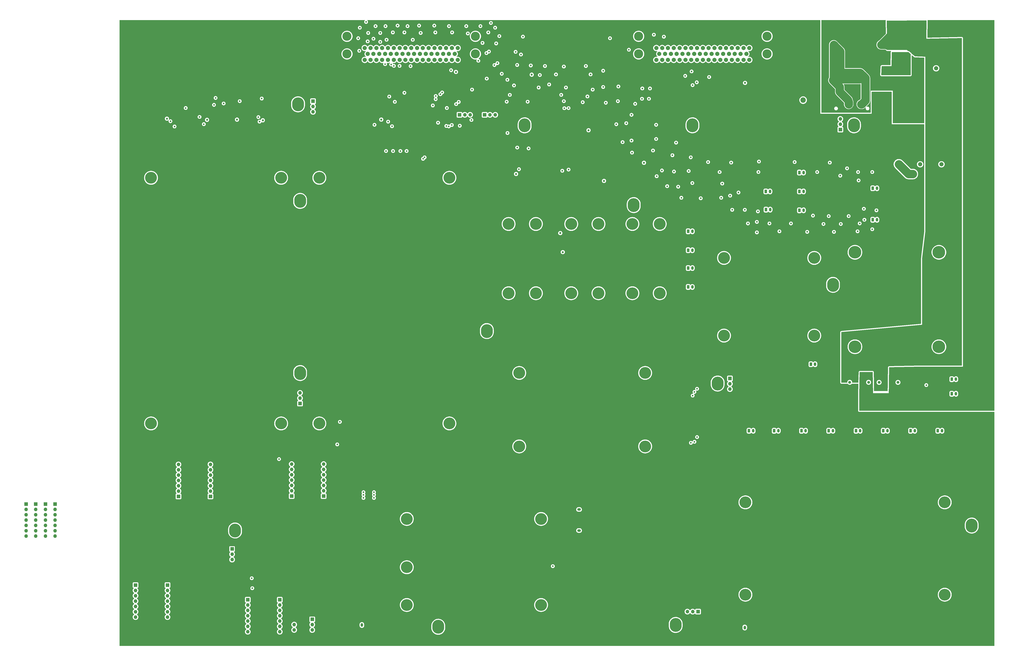
<source format=gbr>
%TF.GenerationSoftware,KiCad,Pcbnew,7.0.9*%
%TF.CreationDate,2024-10-01T20:54:17-06:00*%
%TF.ProjectId,motherboard_v1,6d6f7468-6572-4626-9f61-72645f76312e,rev?*%
%TF.SameCoordinates,Original*%
%TF.FileFunction,Copper,L4,Inr*%
%TF.FilePolarity,Positive*%
%FSLAX46Y46*%
G04 Gerber Fmt 4.6, Leading zero omitted, Abs format (unit mm)*
G04 Created by KiCad (PCBNEW 7.0.9) date 2024-10-01 20:54:17*
%MOMM*%
%LPD*%
G01*
G04 APERTURE LIST*
G04 Aperture macros list*
%AMRoundRect*
0 Rectangle with rounded corners*
0 $1 Rounding radius*
0 $2 $3 $4 $5 $6 $7 $8 $9 X,Y pos of 4 corners*
0 Add a 4 corners polygon primitive as box body*
4,1,4,$2,$3,$4,$5,$6,$7,$8,$9,$2,$3,0*
0 Add four circle primitives for the rounded corners*
1,1,$1+$1,$2,$3*
1,1,$1+$1,$4,$5*
1,1,$1+$1,$6,$7*
1,1,$1+$1,$8,$9*
0 Add four rect primitives between the rounded corners*
20,1,$1+$1,$2,$3,$4,$5,0*
20,1,$1+$1,$4,$5,$6,$7,0*
20,1,$1+$1,$6,$7,$8,$9,0*
20,1,$1+$1,$8,$9,$2,$3,0*%
G04 Aperture macros list end*
%TA.AperFunction,ComponentPad*%
%ADD10O,1.700000X1.700000*%
%TD*%
%TA.AperFunction,ComponentPad*%
%ADD11R,1.700000X1.700000*%
%TD*%
%TA.AperFunction,ComponentPad*%
%ADD12O,5.600000X6.600000*%
%TD*%
%TA.AperFunction,ComponentPad*%
%ADD13C,2.000000*%
%TD*%
%TA.AperFunction,ComponentPad*%
%ADD14O,1.750000X1.200000*%
%TD*%
%TA.AperFunction,ComponentPad*%
%ADD15RoundRect,0.250000X0.625000X-0.350000X0.625000X0.350000X-0.625000X0.350000X-0.625000X-0.350000X0*%
%TD*%
%TA.AperFunction,ComponentPad*%
%ADD16O,1.200000X1.750000*%
%TD*%
%TA.AperFunction,ComponentPad*%
%ADD17RoundRect,0.250000X-0.350000X-0.625000X0.350000X-0.625000X0.350000X0.625000X-0.350000X0.625000X0*%
%TD*%
%TA.AperFunction,ComponentPad*%
%ADD18C,1.520000*%
%TD*%
%TA.AperFunction,ComponentPad*%
%ADD19R,1.520000X1.520000*%
%TD*%
%TA.AperFunction,ComponentPad*%
%ADD20C,1.800000*%
%TD*%
%TA.AperFunction,ComponentPad*%
%ADD21R,1.800000X1.800000*%
%TD*%
%TA.AperFunction,ComponentPad*%
%ADD22C,1.350000*%
%TD*%
%TA.AperFunction,ComponentPad*%
%ADD23C,2.600000*%
%TD*%
%TA.AperFunction,ComponentPad*%
%ADD24C,4.318000*%
%TD*%
%TA.AperFunction,ComponentPad*%
%ADD25C,5.600000*%
%TD*%
%TA.AperFunction,ComponentPad*%
%ADD26C,3.000000*%
%TD*%
%TA.AperFunction,ComponentPad*%
%ADD27C,6.000000*%
%TD*%
%TA.AperFunction,ViaPad*%
%ADD28C,1.000000*%
%TD*%
%TA.AperFunction,ViaPad*%
%ADD29C,0.800000*%
%TD*%
%TA.AperFunction,ViaPad*%
%ADD30C,2.200000*%
%TD*%
%TA.AperFunction,Conductor*%
%ADD31C,4.000000*%
%TD*%
%TA.AperFunction,Conductor*%
%ADD32C,3.000000*%
%TD*%
G04 APERTURE END LIST*
D10*
%TO.N,unconnected-(q8-Pin_7-Pad7)*%
%TO.C,q8*%
X-30735000Y-247635000D03*
%TO.N,unconnected-(q8-Pin_6-Pad6)*%
X-30735000Y-245095000D03*
%TO.N,unconnected-(q8-Pin_5-Pad5)*%
X-30735000Y-242555000D03*
%TO.N,unconnected-(q8-Pin_4-Pad4)*%
X-30735000Y-240015000D03*
%TO.N,unconnected-(q8-Pin_3-Pad3)*%
X-30735000Y-237475000D03*
%TO.N,unconnected-(q8-Pin_2-Pad2)*%
X-30735000Y-234935000D03*
D11*
%TO.N,unconnected-(q8-Pin_1-Pad1)*%
X-30735000Y-232395000D03*
%TD*%
D10*
%TO.N,unconnected-(q6-Pin_7-Pad7)*%
%TO.C,q6*%
X-35335000Y-247635000D03*
%TO.N,unconnected-(q6-Pin_6-Pad6)*%
X-35335000Y-245095000D03*
%TO.N,unconnected-(q6-Pin_5-Pad5)*%
X-35335000Y-242555000D03*
%TO.N,unconnected-(q6-Pin_4-Pad4)*%
X-35335000Y-240015000D03*
%TO.N,unconnected-(q6-Pin_3-Pad3)*%
X-35335000Y-237475000D03*
%TO.N,unconnected-(q6-Pin_2-Pad2)*%
X-35335000Y-234935000D03*
D11*
%TO.N,unconnected-(q6-Pin_1-Pad1)*%
X-35335000Y-232395000D03*
%TD*%
D10*
%TO.N,unconnected-(q7-Pin_7-Pad7)*%
%TO.C,q7*%
X-39935000Y-247635000D03*
%TO.N,unconnected-(q7-Pin_6-Pad6)*%
X-39935000Y-245095000D03*
%TO.N,unconnected-(q7-Pin_5-Pad5)*%
X-39935000Y-242555000D03*
%TO.N,unconnected-(q7-Pin_4-Pad4)*%
X-39935000Y-240015000D03*
%TO.N,unconnected-(q7-Pin_3-Pad3)*%
X-39935000Y-237475000D03*
%TO.N,unconnected-(q7-Pin_2-Pad2)*%
X-39935000Y-234935000D03*
D11*
%TO.N,unconnected-(q7-Pin_1-Pad1)*%
X-39935000Y-232395000D03*
%TD*%
D10*
%TO.N,unconnected-(q5-Pin_7-Pad7)*%
%TO.C,q5*%
X-44535000Y-247635000D03*
%TO.N,unconnected-(q5-Pin_6-Pad6)*%
X-44535000Y-245095000D03*
%TO.N,unconnected-(q5-Pin_5-Pad5)*%
X-44535000Y-242555000D03*
%TO.N,unconnected-(q5-Pin_4-Pad4)*%
X-44535000Y-240015000D03*
%TO.N,unconnected-(q5-Pin_3-Pad3)*%
X-44535000Y-237475000D03*
%TO.N,unconnected-(q5-Pin_2-Pad2)*%
X-44535000Y-234935000D03*
D11*
%TO.N,unconnected-(q5-Pin_1-Pad1)*%
X-44535000Y-232395000D03*
%TD*%
D12*
%TO.N,Earth_Protective*%
%TO.C,H9*%
X265050000Y-290000000D03*
%TD*%
D13*
%TO.N,Net-(D4-A1)*%
%TO.C,U1*%
X371420000Y-70560000D03*
%TO.N,GND*%
X381580000Y-70560000D03*
%TO.N,unconnected-(U1-TRIM-Pad4)*%
X391740000Y-70560000D03*
%TO.N,unconnected-(U1-CNT-Pad3)*%
X389200000Y-24840000D03*
%TO.N,GNDPWR*%
X379040000Y-24840000D03*
%TO.N,/24V to 5V Power/Vin*%
X373960000Y-24840000D03*
%TD*%
D14*
%TO.N,GND*%
%TO.C,UartMux1*%
X219000000Y-235000000D03*
D15*
%TO.N,+5V*%
X219000000Y-237000000D03*
%TD*%
D16*
%TO.N,2 - High Power (4) V-*%
%TO.C,J31-HighPower4*%
X310000000Y-83491726D03*
D17*
%TO.N,2 - High Power (4) V+*%
X308000000Y-83491726D03*
%TD*%
D18*
%TO.N,GNDPWR*%
%TO.C,J12*%
X344500003Y-42000000D03*
%TO.N,VS*%
X347500002Y-42000000D03*
%TO.N,GNDPWR*%
X350500001Y-42000000D03*
D19*
%TO.N,VS*%
X353500000Y-42000000D03*
%TD*%
D20*
%TO.N,+24V*%
%TO.C,J11*%
X351000000Y-172451726D03*
D21*
%TO.N,GNDPWR*%
X354000000Y-172451726D03*
D22*
%TO.N,*%
X357000000Y-174411726D03*
X348000000Y-174411726D03*
%TD*%
D16*
%TO.N,GND*%
%TO.C,J101*%
X115475000Y-290025000D03*
D17*
%TO.N,+5V*%
X113475000Y-290025000D03*
%TD*%
D23*
%TO.N,+5V*%
%TO.C,J1*%
X311000000Y-40000000D03*
%TD*%
D12*
%TO.N,Earth_Protective*%
%TO.C,H6*%
X273050000Y-52000000D03*
%TD*%
D10*
%TO.N,Net-(J16-Pin_3)*%
%TO.C,J16*%
X53625000Y-258877000D03*
%TO.N,Earth_Protective*%
X53625000Y-256337000D03*
D11*
%TO.N,GND*%
X53625000Y-253797000D03*
%TD*%
D24*
%TO.N,Earth_Protective*%
%TO.C,D-Sub(2)1*%
X308607000Y-18000000D03*
X308607000Y-9592600D03*
X247393000Y-18000000D03*
X247393000Y-9592600D03*
D13*
%TO.N,2 - Lock-in (9) I-*%
X255851200Y-15155200D03*
%TO.N,2 - Lock-in (9) I+*%
X258619800Y-15155200D03*
%TO.N,2 - Lock-in (9) V-*%
X261388400Y-15155200D03*
%TO.N,2 - Lock-in (9) V+*%
X264157000Y-15155200D03*
%TO.N,2 - Low Power (8) V-*%
X266925600Y-15155200D03*
%TO.N,2 - Low Power (8) V+*%
X269694200Y-15155200D03*
%TO.N,2 - Diode (12) I-*%
X272462800Y-15155200D03*
%TO.N,2 - Diode (12) I+*%
X275231400Y-15155200D03*
%TO.N,2 - High Power (5) V-*%
X278000000Y-15155200D03*
%TO.N,2 - High Power (5) V+*%
X280768600Y-15155200D03*
%TO.N,2 - Low Power (7) V-*%
X283537200Y-15155200D03*
%TO.N,2 - Low Power (7) V+*%
X286305800Y-15155200D03*
%TO.N,2 - Diode (11) I-*%
X289074400Y-15155200D03*
%TO.N,2 - Diode (11) I+*%
X291843000Y-15155200D03*
%TO.N,2 - Diode (10) I-*%
X294611600Y-15155200D03*
%TO.N,2 - Diode (10) I+*%
X297380200Y-15155200D03*
%TO.N,2 - Lock-in (8) I-*%
X300148800Y-15155200D03*
%TO.N,2 - Lock-in (8) I+*%
X257235500Y-18000000D03*
%TO.N,2 - Lock-in (8) V-*%
X260004100Y-18000000D03*
%TO.N,2 - Lock-in (8) V+*%
X262772700Y-18000000D03*
%TO.N,2 - High Power (4) V-*%
X265541300Y-18000000D03*
%TO.N,2 - High Power (4) V+*%
X268309900Y-18000000D03*
%TO.N,2 - Low Power (6) V-*%
X271078500Y-18000000D03*
%TO.N,2 - Low Power (6) V+*%
X273847100Y-18000000D03*
%TO.N,2 - Diode (9) I-*%
X276615700Y-18000000D03*
%TO.N,2 - Diode (9) I+*%
X279384300Y-18000000D03*
%TO.N,2 - Diode (8) I-*%
X282152900Y-18000000D03*
%TO.N,2 - Diode (8) I+*%
X284921500Y-18000000D03*
%TO.N,2 - Lock-in (7) I-*%
X287690100Y-18000000D03*
%TO.N,2 - Lock-in (7) I+*%
X290458700Y-18000000D03*
%TO.N,2 - Lock-in (7) V-*%
X293227300Y-18000000D03*
%TO.N,2 - Lock-in (7) V+*%
X295995900Y-18000000D03*
%TO.N,unconnected-(D-Sub(2)1-Pin_18-Pad18)*%
X298764500Y-18000000D03*
%TO.N,unconnected-(D-Sub(2)1-Pin_17-Pad17)*%
X255851200Y-20844800D03*
%TO.N,2 - Lock-in (6) I-*%
X258619800Y-20844800D03*
%TO.N,2 - Lock-in (6) I+*%
X261388400Y-20844800D03*
%TO.N,2 - Lock-in (6) V-*%
X264157000Y-20844800D03*
%TO.N,2 - Lock-in (6) V+*%
X266925600Y-20844800D03*
%TO.N,2 - High Power (3) V-*%
X269694200Y-20844800D03*
%TO.N,2 - High Power (3) V+*%
X272462800Y-20844800D03*
%TO.N,2 - Low Power (5) V-*%
X275231400Y-20844800D03*
%TO.N,2 - Low Power (5) V+*%
X278000000Y-20844800D03*
%TO.N,2 - Diode (7) I-*%
X280768600Y-20844800D03*
%TO.N,2 - Diode (7) I+*%
X283537200Y-20844800D03*
%TO.N,2 - Diode (6) I-*%
X286305800Y-20844800D03*
%TO.N,2 - Diode (6) I+*%
X289074400Y-20844800D03*
%TO.N,2 - Lock-in (5) I-*%
X291843000Y-20844800D03*
%TO.N,2 - Lock-in (5) I+*%
X294611600Y-20844800D03*
%TO.N,2 - Lock-in (5) V-*%
X297380200Y-20844800D03*
%TO.N,2 - Lock-in (5) V+*%
X300148800Y-20844800D03*
%TD*%
D16*
%TO.N,Low Power (1) V-*%
%TO.C,J4-LowPower1*%
X302000000Y-197491726D03*
D17*
%TO.N,Low Power (1) V+*%
X300000000Y-197491726D03*
%TD*%
D16*
%TO.N,GND*%
%TO.C,HPHpower1*%
X331490000Y-165796726D03*
D17*
%TO.N,Net-(HPHpower1-Pin_1)*%
X329490000Y-165796726D03*
%TD*%
D16*
%TO.N,Low Power (3) V-*%
%TO.C,J15-LowPower3*%
X327000000Y-197491726D03*
D17*
%TO.N,Low Power (3) V+*%
X325000000Y-197491726D03*
%TD*%
D10*
%TO.N,Low Power (4) V+*%
%TO.C,J99*%
X167080000Y-47000000D03*
%TO.N,Net-(D-Sub(1)1-Pin_45)*%
X164540000Y-47000000D03*
D11*
%TO.N,Diode (5) I+*%
X162000000Y-47000000D03*
%TD*%
D23*
%TO.N,VS*%
%TO.C,J3*%
X345490000Y-28070000D03*
%TD*%
D24*
%TO.N,Earth_Protective*%
%TO.C,D-Sub(1)1*%
X169607000Y-18000000D03*
X169607000Y-9592600D03*
X108393000Y-18000000D03*
X108393000Y-9592600D03*
D13*
%TO.N,3 K Warmup V-*%
X116851200Y-15155200D03*
%TO.N,3 K Warmup V+*%
X119619800Y-15155200D03*
%TO.N,50 K Warmup V-*%
X122388400Y-15155200D03*
%TO.N,50 K Warmup V+*%
X125157000Y-15155200D03*
%TO.N,Net-(D-Sub(1)1-Pin_46)*%
X127925600Y-15155200D03*
%TO.N,Net-(D-Sub(1)1-Pin_45)*%
X130694200Y-15155200D03*
%TO.N,Low Power (3) V-*%
X133462800Y-15155200D03*
%TO.N,Low Power (3) V+*%
X136231400Y-15155200D03*
%TO.N,Lock-in (4) I-*%
X139000000Y-15155200D03*
%TO.N,Lock-in (4) I+*%
X141768600Y-15155200D03*
%TO.N,Lock-in (4) V-*%
X144537200Y-15155200D03*
%TO.N,Lock-in (4) V+*%
X147305800Y-15155200D03*
%TO.N,Lock-in (3) I-*%
X150074400Y-15155200D03*
%TO.N,Lock-in (3) I+*%
X152843000Y-15155200D03*
%TO.N,Lock-in (3) V-*%
X155611600Y-15155200D03*
%TO.N,Lock-in (3) V+*%
X158380200Y-15155200D03*
%TO.N,3 K Diode I-*%
X161148800Y-15155200D03*
%TO.N,3 K Diode I+*%
X118235500Y-18000000D03*
%TO.N,3 K Diode V-*%
X121004100Y-18000000D03*
%TO.N,3 K Diode V+*%
X123772700Y-18000000D03*
%TO.N,High Power (2) V-*%
X126541300Y-18000000D03*
%TO.N,High Power (2) V+*%
X129309900Y-18000000D03*
%TO.N,Low Power (2) V-*%
X132078500Y-18000000D03*
%TO.N,Low Power (2) V+*%
X134847100Y-18000000D03*
%TO.N,Diode (4) I-*%
X137615700Y-18000000D03*
%TO.N,Diode (4) I+*%
X140384300Y-18000000D03*
%TO.N,Diode (3) I-*%
X143152900Y-18000000D03*
%TO.N,Diode (3) I+*%
X145921500Y-18000000D03*
%TO.N,Lock-in (2) I-*%
X148690100Y-18000000D03*
%TO.N,Lock-in (2) I+*%
X151458700Y-18000000D03*
%TO.N,Lock-in (2) V-*%
X154227300Y-18000000D03*
%TO.N,Lock-in (2) V+*%
X156995900Y-18000000D03*
%TO.N,unconnected-(D-Sub(1)1-Pin_18-Pad18)*%
X159764500Y-18000000D03*
%TO.N,unconnected-(D-Sub(1)1-Pin_17-Pad17)*%
X116851200Y-20844800D03*
%TO.N,50 K Diode I-*%
X119619800Y-20844800D03*
%TO.N,50 K Diode I+*%
X122388400Y-20844800D03*
%TO.N,50 K Diode V-*%
X125157000Y-20844800D03*
%TO.N,50 K Diode V+*%
X127925600Y-20844800D03*
%TO.N,High Power (1) V-*%
X130694200Y-20844800D03*
%TO.N,High Power (1) V+*%
X133462800Y-20844800D03*
%TO.N,Low Power (1) V-*%
X136231400Y-20844800D03*
%TO.N,Low Power (1) V+*%
X139000000Y-20844800D03*
%TO.N,Diode (2) I-*%
X141768600Y-20844800D03*
%TO.N,Diode (2) I+*%
X144537200Y-20844800D03*
%TO.N,Diode (1) I-*%
X147305800Y-20844800D03*
%TO.N,Diode (1) I+*%
X150074400Y-20844800D03*
%TO.N,Lock-in (1) I-*%
X152843000Y-20844800D03*
%TO.N,Lock-in (1) I+*%
X155611600Y-20844800D03*
%TO.N,Lock-in (1) V-*%
X158380200Y-20844800D03*
%TO.N,Lock-in (1) V+*%
X161148800Y-20844800D03*
%TD*%
D16*
%TO.N,GND1*%
%TO.C,WU_D_GND1*%
X398625000Y-172925000D03*
D17*
X396625000Y-172925000D03*
%TD*%
D20*
%TO.N,GNDPWR*%
%TO.C,RV1*%
X386990000Y-6203000D03*
%TO.N,+24V*%
X379490000Y-6203000D03*
%TD*%
D10*
%TO.N,Net-(J8-Pin_3)*%
%TO.C,J8*%
X343539000Y-48935000D03*
%TO.N,Earth_Protective*%
X343539000Y-51475000D03*
D11*
%TO.N,GND*%
X343539000Y-54015000D03*
%TD*%
D12*
%TO.N,Earth_Protective*%
%TO.C,H14*%
X55050000Y-245000000D03*
%TD*%
D16*
%TO.N,2 - Low Power (6) V-*%
%TO.C,J30-LowPower6*%
X366000000Y-197491726D03*
D17*
%TO.N,2 - Low Power (6) V+*%
X364000000Y-197491726D03*
%TD*%
D12*
%TO.N,Earth_Protective*%
%TO.C,H11*%
X350050000Y-52000000D03*
%TD*%
D16*
%TO.N,2 - Low Power (7) V-*%
%TO.C,J35-LowPower7*%
X379000000Y-197491726D03*
D17*
%TO.N,2 - Low Power (7) V+*%
X377000000Y-197491726D03*
%TD*%
D25*
%TO.N,Earth_Protective*%
%TO.C,H16*%
X393300000Y-275591726D03*
X393300000Y-231591726D03*
X298300000Y-275591726D03*
X298300000Y-231591726D03*
%TD*%
%TO.N,Earth_Protective*%
%TO.C,L1*%
X77000000Y-77000000D03*
X15000000Y-77000000D03*
X77000000Y-194000000D03*
X15000000Y-194000000D03*
%TD*%
D16*
%TO.N,Net-(C1-HP1-1-Pin_2)*%
%TO.C,C1-HP1-1*%
X273000000Y-102491726D03*
D17*
%TO.N,Net-(C1-HP1-1-Pin_1)*%
X271000000Y-102491726D03*
%TD*%
D10*
%TO.N,Net-(J10-Pin_3)*%
%TO.C,J10*%
X270641000Y-283645000D03*
%TO.N,Earth_Protective*%
X273181000Y-283645000D03*
D11*
%TO.N,GND*%
X275721000Y-283645000D03*
%TD*%
D20*
%TO.N,+24V*%
%TO.C,J13*%
X365000000Y-172491726D03*
D21*
%TO.N,GNDPWR*%
X368000000Y-172491726D03*
D22*
%TO.N,*%
X371000000Y-174451726D03*
X362000000Y-174451726D03*
%TD*%
D16*
%TO.N,Low Power (2) V-*%
%TO.C,J10-LowPower2*%
X314000000Y-197491726D03*
D17*
%TO.N,Low Power (2) V+*%
X312000000Y-197491726D03*
%TD*%
D12*
%TO.N,Earth_Protective*%
%TO.C,H12*%
X193050000Y-52000000D03*
%TD*%
D25*
%TO.N,Earth_Protective*%
%TO.C,D2*%
X228266548Y-98991726D03*
X215266548Y-98991726D03*
X228266548Y-131991726D03*
X215266548Y-131991726D03*
%TD*%
%TO.N,Earth_Protective*%
%TO.C,D1*%
X198433274Y-98991726D03*
X185433274Y-98991726D03*
X198433274Y-131991726D03*
X185433274Y-131991726D03*
%TD*%
D12*
%TO.N,Earth_Protective*%
%TO.C,H13*%
X85050000Y-42000000D03*
%TD*%
D16*
%TO.N,3 K Warmup V-*%
%TO.C,J20-3K-Warmup1*%
X361000000Y-81990000D03*
D17*
%TO.N,3 K Warmup V+*%
X359000000Y-81990000D03*
%TD*%
D26*
%TO.N,+5V*%
%TO.C,F1*%
X378100000Y-97800000D03*
%TO.N,Net-(D4-A1)*%
X378100000Y-75200000D03*
%TD*%
D12*
%TO.N,Earth_Protective*%
%TO.C,H8*%
X340050000Y-128000000D03*
%TD*%
D10*
%TO.N,unconnected-(J17-Pin_3-Pad3)*%
%TO.C,J17*%
X91825000Y-292405000D03*
%TO.N,GND1*%
X91825000Y-289865000D03*
D11*
%TO.N,GND*%
X91825000Y-287325000D03*
%TD*%
D16*
%TO.N,Low Power (4) V-*%
%TO.C,J17-LowPower4*%
X340000000Y-197491726D03*
D17*
%TO.N,Low Power (4) V+*%
X338000000Y-197491726D03*
%TD*%
D25*
%TO.N,Earth_Protective*%
%TO.C,L2*%
X157200000Y-77000000D03*
X95200000Y-77000000D03*
X157200000Y-194000000D03*
X95200000Y-194000000D03*
%TD*%
D10*
%TO.N,/Switch 2*%
%TO.C,q4*%
X76350000Y-293240000D03*
%TO.N,unconnected-(q4-GPIO6-Pad13)*%
X76350000Y-290700000D03*
%TO.N,unconnected-(q4-GPIO4-Pad12)*%
X76350000Y-288160000D03*
%TO.N,unconnected-(q4-GPIO3-Pad11)*%
X76350000Y-285620000D03*
%TO.N,unconnected-(q4-3.3V-Pad10)*%
X76350000Y-283080000D03*
%TO.N,GND1*%
X76350000Y-280540000D03*
D11*
%TO.N,Net-(D5-A)*%
X76350000Y-278000000D03*
D10*
%TO.N,/PWM 2*%
X61110000Y-293240000D03*
%TO.N,/CTRL 2*%
X61110000Y-290700000D03*
%TO.N,/Switch 1*%
X61110000Y-288160000D03*
%TO.N,/ISMON 2*%
X61110000Y-285620000D03*
%TO.N,/PWM 1*%
X61110000Y-283080000D03*
%TO.N,/CTRL 1*%
X61110000Y-280540000D03*
D11*
%TO.N,/ISMON 1*%
X61110000Y-278000000D03*
%TD*%
D16*
%TO.N,High Power (1) V-*%
%TO.C,J5-HighPower1*%
X326000000Y-92491726D03*
D17*
%TO.N,High Power (1) V+*%
X324000000Y-92491726D03*
%TD*%
D16*
%TO.N,GND1*%
%TO.C,WU_D_GND2*%
X398625000Y-179875000D03*
D17*
X396625000Y-179875000D03*
%TD*%
D16*
%TO.N,Net-(C4-HP4-1-Pin_2)*%
%TO.C,C4-HP4-1*%
X273000000Y-129000000D03*
D17*
%TO.N,Net-(C4-HP4-1-Pin_1)*%
X271000000Y-129000000D03*
%TD*%
D16*
%TO.N,50 K Warmup V-*%
%TO.C,J19-50K-Warmup1*%
X361000000Y-96990000D03*
D17*
%TO.N,50 K Warmup V+*%
X359000000Y-96990000D03*
%TD*%
D25*
%TO.N,Earth_Protective*%
%TO.C,M2*%
X136900000Y-239500000D03*
X136900000Y-262500000D03*
X136900000Y-280500000D03*
X200900000Y-239500000D03*
X200900000Y-280500000D03*
%TD*%
D27*
%TO.N,Earth_Protective*%
%TO.C,W1*%
X350500000Y-112491726D03*
X350500000Y-157491726D03*
X390500000Y-112491726D03*
X390500000Y-157491726D03*
%TD*%
D12*
%TO.N,Earth_Protective*%
%TO.C,H5*%
X86050000Y-170000000D03*
%TD*%
D10*
%TO.N,unconnected-(q1-GPIO5-Pad14)*%
%TO.C,q1*%
X28070000Y-213510000D03*
%TO.N,unconnected-(q1-GPIO6-Pad13)*%
X28070000Y-216050000D03*
%TO.N,unconnected-(q1-GPIO4-Pad12)*%
X28070000Y-218590000D03*
%TO.N,unconnected-(q1-GPIO3-Pad11)*%
X28070000Y-221130000D03*
%TO.N,/Q1_3.3V*%
X28070000Y-223670000D03*
%TO.N,GND*%
X28070000Y-226210000D03*
D11*
%TO.N,unconnected-(q1-5V-Pad8)*%
X28070000Y-228750000D03*
D10*
%TO.N,unconnected-(q1-GPIO20-Pad7)*%
X43310000Y-213510000D03*
%TO.N,unconnected-(q1-GPIO25-Pad6)*%
X43310000Y-216050000D03*
%TO.N,unconnected-(q1-GPIO24-Pad5)*%
X43310000Y-218590000D03*
%TO.N,unconnected-(q1-GPIO26-Pad4)*%
X43310000Y-221130000D03*
%TO.N,unconnected-(q1-GPIO27-Pad3)*%
X43310000Y-223670000D03*
%TO.N,unconnected-(q1-GPIO28-Pad2)*%
X43310000Y-226210000D03*
D11*
%TO.N,unconnected-(q1-GPIO29-Pad1)*%
X43310000Y-228750000D03*
%TD*%
D14*
%TO.N,GND*%
%TO.C,UartMux2*%
X219000000Y-245000000D03*
D15*
%TO.N,+5V*%
X219000000Y-247000000D03*
%TD*%
D10*
%TO.N,Low Power (4) V-*%
%TO.C,J98*%
X179080000Y-47000000D03*
%TO.N,Net-(D-Sub(1)1-Pin_46)*%
X176540000Y-47000000D03*
D11*
%TO.N,Diode (5) I-*%
X174000000Y-47000000D03*
%TD*%
D10*
%TO.N,unconnected-(q2-GPIO5-Pad14)*%
%TO.C,q2*%
X82010000Y-213360000D03*
%TO.N,Net-(q2-GPIO6)*%
X82010000Y-215900000D03*
%TO.N,Net-(C4-HP4-1-Pin_1)*%
X82010000Y-218440000D03*
%TO.N,Net-(C4-HP4-1-Pin_2)*%
X82010000Y-220980000D03*
%TO.N,/Q2_3.3V*%
X82010000Y-223520000D03*
%TO.N,GND*%
X82010000Y-226060000D03*
D11*
%TO.N,unconnected-(q2-5V-Pad8)*%
X82010000Y-228600000D03*
D10*
%TO.N,unconnected-(q2-GPIO20-Pad7)*%
X97250000Y-213360000D03*
%TO.N,Net-(C3-HP3-1-Pin_2)*%
X97250000Y-215900000D03*
%TO.N,Net-(C3-HP3-1-Pin_1)*%
X97250000Y-218440000D03*
%TO.N,Net-(C2-HP2-1-Pin_2)*%
X97250000Y-220980000D03*
%TO.N,Net-(C2-HP2-1-Pin_1)*%
X97250000Y-223520000D03*
%TO.N,Net-(C1-HP1-1-Pin_2)*%
X97250000Y-226060000D03*
D11*
%TO.N,Net-(C1-HP1-1-Pin_1)*%
X97250000Y-228600000D03*
%TD*%
D16*
%TO.N,Net-(C3-HP3-1-Pin_2)*%
%TO.C,C3-HP3-1*%
X273000000Y-120000000D03*
D17*
%TO.N,Net-(C3-HP3-1-Pin_1)*%
X271000000Y-120000000D03*
%TD*%
D25*
%TO.N,Earth_Protective*%
%TO.C,M1*%
X250500000Y-204950000D03*
X250500000Y-169950000D03*
X190500000Y-204950000D03*
X190500000Y-169950000D03*
%TD*%
D16*
%TO.N,High Power (2) V-*%
%TO.C,J11-HighPower2*%
X326000000Y-83491726D03*
D17*
%TO.N,High Power (2) V+*%
X324000000Y-83491726D03*
%TD*%
D10*
%TO.N,Net-(J9-Pin_3)*%
%TO.C,J9*%
X86003000Y-179455000D03*
%TO.N,Earth_Protective*%
X86003000Y-181995000D03*
D11*
%TO.N,GND*%
X86003000Y-184535000D03*
%TD*%
D12*
%TO.N,Earth_Protective*%
%TO.C,H7*%
X86050000Y-88000000D03*
%TD*%
%TO.N,Earth_Protective*%
%TO.C,H1*%
X245050000Y-90000000D03*
%TD*%
%TO.N,Earth_Protective*%
%TO.C,H2*%
X406150000Y-242650000D03*
%TD*%
%TO.N,Earth_Protective*%
%TO.C,H3*%
X175050000Y-150000000D03*
%TD*%
D23*
%TO.N,GND*%
%TO.C,J2*%
X325800000Y-40000000D03*
%TD*%
D10*
%TO.N,Net-(J15-Pin_3)*%
%TO.C,J15*%
X290913000Y-177669000D03*
%TO.N,Earth_Protective*%
X290913000Y-175129000D03*
D11*
%TO.N,GND*%
X290913000Y-172589000D03*
%TD*%
D10*
%TO.N,Net-(J14-Pin_3)*%
%TO.C,J14*%
X92207000Y-45589000D03*
%TO.N,Earth_Protective*%
X92207000Y-43049000D03*
D11*
%TO.N,GND*%
X92207000Y-40509000D03*
%TD*%
D16*
%TO.N,2 - High Power (5) V-*%
%TO.C,J36-HighPower5*%
X310100000Y-92166726D03*
D17*
%TO.N,2 - High Power (5) V+*%
X308100000Y-92166726D03*
%TD*%
D26*
%TO.N,+24V*%
%TO.C,F2*%
X363000000Y-13647500D03*
%TO.N,VS*%
X340400000Y-13647500D03*
%TD*%
D23*
%TO.N,GNDPWR*%
%TO.C,J4*%
X353630000Y-21900000D03*
%TD*%
D12*
%TO.N,Earth_Protective*%
%TO.C,H10*%
X151880000Y-290870000D03*
%TD*%
D16*
%TO.N,GND*%
%TO.C,J100*%
X297975000Y-291225000D03*
D17*
%TO.N,+5V*%
X295975000Y-291225000D03*
%TD*%
D25*
%TO.N,Earth_Protective*%
%TO.C,H15*%
X331100000Y-152166726D03*
X331100000Y-115166726D03*
X288100000Y-152166726D03*
X288100000Y-115166726D03*
%TD*%
D16*
%TO.N,2 - Low Power (8) V-*%
%TO.C,J38-LowPower8*%
X392000000Y-197491726D03*
D17*
%TO.N,2 - Low Power (8) V+*%
X390000000Y-197491726D03*
%TD*%
D16*
%TO.N,Net-(C2-HP2-1-Pin_2)*%
%TO.C,C2-HP2-1*%
X273000000Y-111491726D03*
D17*
%TO.N,Net-(C2-HP2-1-Pin_1)*%
X271000000Y-111491726D03*
%TD*%
D16*
%TO.N,2 - High Power (3) V-*%
%TO.C,J25-HighPower3*%
X326000000Y-74491726D03*
D17*
%TO.N,2 - High Power (3) V+*%
X324000000Y-74491726D03*
%TD*%
D10*
%TO.N,unconnected-(J7-Pin_3-Pad3)*%
%TO.C,J7*%
X83235000Y-292385000D03*
%TO.N,Net-(D5-K)*%
X83235000Y-289845000D03*
D11*
%TO.N,+5V*%
X83235000Y-287305000D03*
%TD*%
D16*
%TO.N,2 - Low Power (5) V-*%
%TO.C,J24-LowPower5*%
X353000000Y-197491726D03*
D17*
%TO.N,2 - Low Power (5) V+*%
X351000000Y-197491726D03*
%TD*%
D25*
%TO.N,Earth_Protective*%
%TO.C,D3*%
X257433274Y-98991726D03*
X244433274Y-98991726D03*
X257433274Y-131991726D03*
X244433274Y-131991726D03*
%TD*%
D10*
%TO.N,unconnected-(q3-GPIO5-Pad14)*%
%TO.C,q3*%
X22850000Y-286240000D03*
%TO.N,unconnected-(q3-GPIO6-Pad13)*%
X22850000Y-283700000D03*
%TO.N,unconnected-(q3-GPIO4-Pad12)*%
X22850000Y-281160000D03*
%TO.N,unconnected-(q3-GPIO3-Pad11)*%
X22850000Y-278620000D03*
%TO.N,/Q3_3.3V*%
X22850000Y-276080000D03*
%TO.N,GND*%
X22850000Y-273540000D03*
D11*
%TO.N,unconnected-(q3-5V-Pad8)*%
X22850000Y-271000000D03*
D10*
%TO.N,unconnected-(q3-GPIO20-Pad7)*%
X7610000Y-286240000D03*
%TO.N,unconnected-(q3-GPIO25-Pad6)*%
X7610000Y-283700000D03*
%TO.N,unconnected-(q3-GPIO24-Pad5)*%
X7610000Y-281160000D03*
%TO.N,unconnected-(q3-GPIO26-Pad4)*%
X7610000Y-278620000D03*
%TO.N,unconnected-(q3-GPIO27-Pad3)*%
X7610000Y-276080000D03*
%TO.N,/Q3_Tx0*%
X7610000Y-273540000D03*
D11*
%TO.N,/Q3_Rx0*%
X7610000Y-271000000D03*
%TD*%
D12*
%TO.N,Earth_Protective*%
%TO.C,H4*%
X285050000Y-175000000D03*
%TD*%
D28*
%TO.N,GND*%
X298125000Y-31800000D03*
D29*
X175000000Y-29750000D03*
X280500000Y-69500000D03*
X132500000Y-4500000D03*
D28*
X22560000Y-48830000D03*
D29*
X347500000Y-95250000D03*
X309750000Y-98750000D03*
X320000000Y-98750000D03*
X255750000Y-58500000D03*
X150000000Y-4500000D03*
X135750000Y-7750000D03*
X223000000Y-38250000D03*
X258500000Y-73500000D03*
D28*
X41690000Y-49390000D03*
X249936000Y-69850000D03*
X124714000Y-49276000D03*
D29*
X171000000Y-21250000D03*
X244000000Y-47000000D03*
X303750000Y-103000000D03*
X45000000Y-42250000D03*
X121500000Y-51750000D03*
X222250000Y-23750000D03*
X299500000Y-98750000D03*
X314500000Y-102500000D03*
X122000000Y-4750000D03*
X254250000Y-64000000D03*
X263500000Y-66250000D03*
X211750000Y-40500000D03*
D28*
X196450000Y-27875000D03*
D29*
X224500000Y-27750000D03*
X194500000Y-40750000D03*
X241500000Y-51000000D03*
X355000000Y-97000000D03*
X236750000Y-51500000D03*
X31500000Y-43750000D03*
X244000000Y-59250000D03*
X239750000Y-60000000D03*
D28*
X223520000Y-54356000D03*
D29*
X105000000Y-193250000D03*
X233750000Y-10500000D03*
D28*
X210050000Y-103320000D03*
D29*
X343750000Y-99000000D03*
X168000000Y-35000000D03*
X121000000Y-10750000D03*
X265250000Y-60250000D03*
X188000000Y-33000000D03*
X143500000Y-8000000D03*
X179000000Y-5500000D03*
X158000000Y-25750000D03*
D28*
X230886000Y-78486000D03*
D29*
X304500000Y-74250000D03*
X256000000Y-76250000D03*
X124250000Y-8000000D03*
X210500000Y-37500000D03*
X142750000Y-4500000D03*
X225500000Y-35000000D03*
X192250000Y-9750000D03*
X196000000Y-23500000D03*
X291000000Y-85500000D03*
X202750000Y-23750000D03*
X67750000Y-39250000D03*
X158500000Y-7750000D03*
X338500000Y-69750000D03*
X130250000Y-7750000D03*
D28*
X188976000Y-75184000D03*
D29*
X220750000Y-41000000D03*
X172000000Y-4750000D03*
X255750000Y-51750000D03*
X271250000Y-73750000D03*
X298000000Y-92250000D03*
X304750000Y-69250000D03*
X352250000Y-78250000D03*
X139750000Y-11250000D03*
X63000000Y-267750000D03*
X212750000Y-34000000D03*
X346750000Y-72500000D03*
X113750000Y-10500000D03*
X211750000Y-24000000D03*
X273000000Y-79500000D03*
X351750000Y-102500000D03*
X137250000Y-4750000D03*
X335500000Y-99000000D03*
X114250000Y-16500000D03*
X181000000Y-9500000D03*
X272250000Y-67250000D03*
X206500000Y-262000000D03*
X267750000Y-86500000D03*
D28*
X55980000Y-49280000D03*
D29*
X281000000Y-29000000D03*
X230500000Y-33750000D03*
X173000000Y-12750000D03*
X157000000Y-4750000D03*
X186000000Y-37500000D03*
X126750000Y-4750000D03*
X199750000Y-34000000D03*
X188750000Y-17000000D03*
X156000000Y-43750000D03*
X358750000Y-74250000D03*
X179500000Y-13000000D03*
X118500000Y-8000000D03*
X266250000Y-81250000D03*
X291500000Y-69750000D03*
X292000000Y-92250000D03*
X237750000Y-33500000D03*
X76000000Y-211000000D03*
X231750000Y-41250000D03*
X150500000Y-7750000D03*
X277000000Y-86750000D03*
X286750000Y-86500000D03*
X304250000Y-93000000D03*
X354750000Y-91750000D03*
D28*
X68270000Y-49610000D03*
D29*
X286000000Y-74250000D03*
X287250000Y-79750000D03*
X184500000Y-40750000D03*
X340500000Y-102750000D03*
X360750000Y-92500000D03*
X117500000Y-2750000D03*
X127250000Y-11250000D03*
X175750000Y-7750000D03*
X352000000Y-74250000D03*
X177000000Y-3250000D03*
X230500000Y-26000000D03*
D28*
X211260000Y-112410000D03*
D29*
X338000000Y-95250000D03*
X332500000Y-74250000D03*
X114500000Y-5500000D03*
X242750000Y-16000000D03*
X166000000Y-8250000D03*
X165250000Y-4750000D03*
X327750000Y-102750000D03*
X63250000Y-272500000D03*
X237500000Y-40500000D03*
X245750000Y-41750000D03*
X343500000Y-76000000D03*
X244250000Y-65000000D03*
X57250000Y-40500000D03*
X384500000Y-175750000D03*
X321750000Y-69500000D03*
X103750000Y-204000000D03*
X264250000Y-74000000D03*
X330500000Y-95000000D03*
X261000000Y-81000000D03*
D28*
X160320000Y-26560000D03*
D29*
X295000000Y-84000000D03*
X124250000Y-12250000D03*
X208000000Y-27750000D03*
X303750000Y-98000000D03*
X118250000Y-12000000D03*
X358750000Y-101500000D03*
X189500000Y-23250000D03*
X135750000Y-36500000D03*
X352750000Y-98750000D03*
D30*
%TO.N,+5V*%
X321100000Y-169500000D03*
D29*
X328750000Y-17000000D03*
X279250000Y-267500000D03*
%TO.N,Lock-in (1) V-*%
X24256000Y-50050000D03*
X26196799Y-52553201D03*
%TO.N,Diode (1) I+*%
X214000000Y-73100000D03*
%TO.N,Diode (1) I-*%
X211000000Y-73650000D03*
%TO.N,Low Power (1) V+*%
X145382429Y-67269887D03*
X138700000Y-23800000D03*
%TO.N,Low Power (1) V-*%
X144650000Y-67950000D03*
%TO.N,High Power (1) V+*%
X136800000Y-64233000D03*
X133450000Y-23698000D03*
%TO.N,High Power (1) V-*%
X133850000Y-64233000D03*
X130750000Y-23698000D03*
%TO.N,50 K Diode I+*%
X189550000Y-62598000D03*
X194950000Y-63000000D03*
%TO.N,Lock-in (2) V-*%
X38100000Y-48000000D03*
X40150000Y-51450000D03*
%TO.N,Diode (4) I+*%
X214000000Y-43800000D03*
%TO.N,Diode (4) I-*%
X212000000Y-43850000D03*
%TO.N,High Power (2) V+*%
X130350000Y-64233000D03*
X129450000Y-23000000D03*
%TO.N,High Power (2) V-*%
X127000000Y-64233000D03*
X126550000Y-22850000D03*
%TO.N,3 K Diode I-*%
X184900000Y-55660000D03*
X190350000Y-72900000D03*
X182150000Y-27437000D03*
%TO.N,2 - High Power (3) V+*%
X272631188Y-26331188D03*
X275100000Y-31500000D03*
%TO.N,2 - High Power (3) V-*%
X273118604Y-32868604D03*
X269600000Y-28450000D03*
%TO.N,2 - Lock-in (5) V+*%
X156907878Y-52525000D03*
%TO.N,2 - Lock-in (5) V-*%
X158350000Y-51850000D03*
%TO.N,2 - Lock-in (5) I+*%
X155749429Y-52299429D03*
%TO.N,2 - Lock-in (5) I-*%
X167700000Y-49444000D03*
%TO.N,2 - Lock-in (6) V+*%
X151800000Y-50756000D03*
X160417999Y-41900000D03*
%TO.N,2 - Lock-in (6) I+*%
X128000000Y-50248000D03*
X129850000Y-52444000D03*
%TO.N,2 - Lock-in (7) V+*%
X150700000Y-38034500D03*
%TO.N,2 - Lock-in (7) V-*%
X152900000Y-37190000D03*
X204750000Y-32550000D03*
X200300000Y-28048000D03*
%TO.N,2 - Lock-in (7) I+*%
X184850000Y-30300000D03*
X191318853Y-18268853D03*
X150650000Y-39550000D03*
%TO.N,2 - Lock-in (7) I-*%
X153750000Y-36346000D03*
%TO.N,Lock-in (3) I-*%
X49600000Y-41600000D03*
X45750000Y-38948000D03*
%TO.N,Lock-in (4) V-*%
X66700000Y-50250000D03*
X66150000Y-48100000D03*
%TO.N,Net-(D-Sub(1)1-Pin_45)*%
X174850000Y-17600000D03*
X178659592Y-23309592D03*
%TO.N,Net-(D-Sub(1)1-Pin_46)*%
X176054868Y-16854868D03*
X180100000Y-22400000D03*
D30*
%TO.N,GNDPWR*%
X401250000Y-6500000D03*
X350000000Y-35000000D03*
X408750000Y-20000000D03*
X408750000Y-40500000D03*
D29*
%TO.N,/Q1_3.3V*%
X121250000Y-226750000D03*
X116250000Y-226750000D03*
%TO.N,/Q1_SDA 1*%
X116250000Y-228000000D03*
X121250000Y-228000000D03*
%TO.N,/HP_q2_SDA 1*%
X275250000Y-200500000D03*
X275250000Y-177500000D03*
%TO.N,/HP_q2_SCL 1*%
X272311500Y-203250000D03*
X273156000Y-180750000D03*
%TO.N,/Q1_SCL 1*%
X121250000Y-229500000D03*
X116250000Y-229500000D03*
D30*
%TO.N,+24V*%
X377360000Y-13490000D03*
D29*
%TO.N,/Q2_3.3V*%
X274000000Y-202750000D03*
X274000000Y-179000000D03*
%TO.N,2 - Lock-in (8) I-*%
X161650000Y-40850000D03*
X162150000Y-52200000D03*
X149300000Y-42550000D03*
%TO.N,2 - Diode (12) I+*%
X252800000Y-34437000D03*
X252300000Y-39360000D03*
%TO.N,2 - Diode (12) I-*%
X249000000Y-39360000D03*
X249150000Y-34437000D03*
%TO.N,2 - Lock-in (9) V+*%
X254664824Y-8845262D03*
X259421799Y-9778201D03*
X128550000Y-38300000D03*
X131200000Y-40794000D03*
%TD*%
D31*
%TO.N,+24V*%
X363000000Y-13647500D02*
X365647500Y-13647500D01*
X376599800Y-9093200D02*
X379490000Y-6203000D01*
X363000000Y-13647500D02*
X367352500Y-13647500D01*
X363161500Y-13647500D02*
X367715800Y-9093200D01*
D32*
X367715800Y-12715800D02*
X368000000Y-13000000D01*
D31*
X363000000Y-13647500D02*
X363161500Y-13647500D01*
D32*
X367715800Y-9093200D02*
X367715800Y-12715800D01*
D31*
X365647500Y-13647500D02*
X366000000Y-14000000D01*
X367352500Y-13647500D02*
X368000000Y-13000000D01*
X367715800Y-9093200D02*
X376599800Y-9093200D01*
%TO.N,VS*%
X347200000Y-39950000D02*
X343250000Y-36000000D01*
X355500000Y-40250000D02*
X355500000Y-29500000D01*
X343250000Y-36000000D02*
X343250000Y-33750000D01*
X340400000Y-13647500D02*
X343500000Y-16747500D01*
X353750000Y-42000000D02*
X355500000Y-40250000D01*
X340400000Y-30100000D02*
X340400000Y-27000000D01*
X343250000Y-27000000D02*
X340400000Y-27000000D01*
X347500002Y-42000000D02*
X347500002Y-40916907D01*
X340400000Y-30100000D02*
X352650000Y-30100000D01*
X343250000Y-33750000D02*
X340000000Y-30500000D01*
X353000000Y-27000000D02*
X343250000Y-27000000D01*
X354375000Y-28375000D02*
X353000000Y-27000000D01*
X340000000Y-30500000D02*
X340400000Y-30100000D01*
X353500000Y-42000000D02*
X353750000Y-42000000D01*
X355500000Y-29500000D02*
X354375000Y-28375000D01*
X343500000Y-16747500D02*
X343500000Y-26750000D01*
X343500000Y-26750000D02*
X343250000Y-27000000D01*
X352650000Y-30100000D02*
X354375000Y-28375000D01*
X340400000Y-27000000D02*
X340400000Y-13647500D01*
%TO.N,Net-(D4-A1)*%
X376060000Y-75200000D02*
X371420000Y-70560000D01*
X378100000Y-75200000D02*
X376060000Y-75200000D01*
%TD*%
%TA.AperFunction,Conductor*%
%TO.N,GNDPWR*%
G36*
X365141883Y-1870185D02*
G01*
X365187638Y-1922989D01*
X365197582Y-1992147D01*
X365188363Y-2024395D01*
X365183506Y-2035443D01*
X365183504Y-2035450D01*
X365164780Y-2102759D01*
X365146340Y-2245464D01*
X365233402Y-8339763D01*
X365214677Y-8407077D01*
X365197096Y-8429215D01*
X362003941Y-11622369D01*
X361972187Y-11645360D01*
X361850538Y-11706833D01*
X361602125Y-11877360D01*
X361378665Y-12079469D01*
X361184132Y-12309564D01*
X361022006Y-12563530D01*
X361022005Y-12563532D01*
X360934723Y-12751622D01*
X360895177Y-12836842D01*
X360884230Y-12872131D01*
X360805907Y-13124618D01*
X360755791Y-13421730D01*
X360745723Y-13722873D01*
X360775881Y-14022660D01*
X360775882Y-14022662D01*
X360845728Y-14315752D01*
X360845730Y-14315759D01*
X360845731Y-14315761D01*
X360954023Y-14596934D01*
X361098825Y-14861165D01*
X361277554Y-15103738D01*
X361367894Y-15197149D01*
X361487019Y-15320323D01*
X361723478Y-15507053D01*
X361723480Y-15507054D01*
X361723485Y-15507058D01*
X361982730Y-15660609D01*
X362260128Y-15778236D01*
X362550729Y-15857840D01*
X362849347Y-15898000D01*
X362849351Y-15898000D01*
X363142653Y-15898000D01*
X363274527Y-15900204D01*
X363284854Y-15898990D01*
X363289677Y-15898424D01*
X363296918Y-15898000D01*
X364752762Y-15898000D01*
X364819801Y-15917685D01*
X364821176Y-15918581D01*
X364883130Y-15959604D01*
X365154284Y-16090983D01*
X365310763Y-16142405D01*
X365368306Y-16182035D01*
X365389564Y-16220626D01*
X365399625Y-16250498D01*
X365399631Y-16250509D01*
X365477411Y-16371537D01*
X365477420Y-16371548D01*
X365523164Y-16424340D01*
X365523167Y-16424343D01*
X365523171Y-16424347D01*
X365631905Y-16518567D01*
X365631908Y-16518568D01*
X365631909Y-16518569D01*
X365684158Y-16542431D01*
X365762782Y-16578338D01*
X365807598Y-16591497D01*
X365829816Y-16598022D01*
X365829821Y-16598023D01*
X365829825Y-16598024D01*
X365972241Y-16618500D01*
X367611940Y-16618500D01*
X367678979Y-16638185D01*
X367724734Y-16690989D01*
X367734678Y-16760147D01*
X367705653Y-16823703D01*
X367704308Y-16825229D01*
X367648069Y-16888019D01*
X367586160Y-17017897D01*
X367565376Y-17084611D01*
X367542565Y-17226670D01*
X367542565Y-17226671D01*
X367444674Y-23189067D01*
X367423892Y-23255774D01*
X367370344Y-23300656D01*
X367321400Y-23311029D01*
X363335588Y-23333830D01*
X363335578Y-23333830D01*
X363239456Y-23343615D01*
X363239442Y-23343617D01*
X363193184Y-23352859D01*
X363193163Y-23352864D01*
X363100660Y-23380762D01*
X363100657Y-23380763D01*
X362976619Y-23453679D01*
X362976614Y-23453682D01*
X362922038Y-23497298D01*
X362922037Y-23497299D01*
X362823573Y-23602200D01*
X362823570Y-23602203D01*
X362758650Y-23730586D01*
X362758645Y-23730597D01*
X362747678Y-23763105D01*
X362736312Y-23796797D01*
X362736311Y-23796802D01*
X362736309Y-23796806D01*
X362710189Y-23938291D01*
X362710188Y-23938295D01*
X362550029Y-27963976D01*
X362559143Y-28081681D01*
X362559143Y-28081684D01*
X362559144Y-28081686D01*
X362568933Y-28131425D01*
X362570253Y-28138129D01*
X362606417Y-28250503D01*
X362684202Y-28371537D01*
X362684210Y-28371548D01*
X362729954Y-28424340D01*
X362729957Y-28424343D01*
X362729961Y-28424347D01*
X362838695Y-28518567D01*
X362838698Y-28518568D01*
X362838699Y-28518569D01*
X362954097Y-28571271D01*
X362969572Y-28578338D01*
X363014388Y-28591497D01*
X363036606Y-28598022D01*
X363036611Y-28598023D01*
X363036615Y-28598024D01*
X363179031Y-28618500D01*
X363179034Y-28618500D01*
X376925990Y-28618500D01*
X376926000Y-28618500D01*
X377033456Y-28606947D01*
X377084967Y-28595741D01*
X377119197Y-28584347D01*
X377187497Y-28561616D01*
X377187501Y-28561613D01*
X377187504Y-28561613D01*
X377308543Y-28483825D01*
X377361347Y-28438070D01*
X377455567Y-28329336D01*
X377515338Y-28198459D01*
X377535023Y-28131420D01*
X377535024Y-28131416D01*
X377555500Y-27989000D01*
X377555500Y-18833055D01*
X377575185Y-18766016D01*
X377627989Y-18720261D01*
X377697147Y-18710317D01*
X377756336Y-18735730D01*
X378711100Y-19489493D01*
X378723884Y-19498943D01*
X378736928Y-19508268D01*
X378736934Y-19508272D01*
X378865730Y-19572406D01*
X378932070Y-19594332D01*
X378932072Y-19594333D01*
X379073719Y-19619583D01*
X383374667Y-19764167D01*
X383441006Y-19786093D01*
X383484961Y-19840404D01*
X383494500Y-19888097D01*
X383494500Y-50876000D01*
X383474815Y-50943039D01*
X383422011Y-50988794D01*
X383370500Y-51000000D01*
X368624000Y-51000000D01*
X368556961Y-50980315D01*
X368511206Y-50927511D01*
X368500000Y-50876000D01*
X368500000Y-35500000D01*
X358000000Y-35500000D01*
X358000000Y-40168659D01*
X357982903Y-40226882D01*
X357996578Y-40250706D01*
X358000000Y-40279635D01*
X358000000Y-45876000D01*
X357980315Y-45943039D01*
X357927511Y-45988794D01*
X357876000Y-46000000D01*
X334624000Y-46000000D01*
X334556961Y-45980315D01*
X334511206Y-45927511D01*
X334500000Y-45876000D01*
X334500000Y-44053489D01*
X340610529Y-44053489D01*
X340649403Y-44236384D01*
X340649405Y-44236390D01*
X340725456Y-44407199D01*
X340725458Y-44407204D01*
X340835359Y-44558469D01*
X340974315Y-44683586D01*
X341136242Y-44777074D01*
X341136244Y-44777075D01*
X341314073Y-44834855D01*
X341453409Y-44849500D01*
X341453414Y-44849500D01*
X341546644Y-44849500D01*
X341546649Y-44849500D01*
X341685985Y-44834855D01*
X341863814Y-44777075D01*
X342025744Y-44683585D01*
X342164698Y-44558470D01*
X342274602Y-44407200D01*
X342348205Y-44241886D01*
X342350652Y-44236390D01*
X342350654Y-44236384D01*
X342353262Y-44224117D01*
X342389529Y-44053490D01*
X342389529Y-43866510D01*
X342350654Y-43683615D01*
X342350653Y-43683613D01*
X342350652Y-43683609D01*
X342320102Y-43614996D01*
X342274602Y-43512800D01*
X342274599Y-43512796D01*
X342274599Y-43512795D01*
X342164698Y-43361530D01*
X342025742Y-43236413D01*
X341863815Y-43142925D01*
X341685989Y-43085146D01*
X341685987Y-43085145D01*
X341646174Y-43080960D01*
X341546649Y-43070500D01*
X341453409Y-43070500D01*
X341366324Y-43079653D01*
X341314070Y-43085145D01*
X341314068Y-43085146D01*
X341136242Y-43142925D01*
X340974315Y-43236413D01*
X340835359Y-43361530D01*
X340725458Y-43512795D01*
X340725456Y-43512800D01*
X340649405Y-43683609D01*
X340649403Y-43683615D01*
X340610529Y-43866510D01*
X340610529Y-44053489D01*
X334500000Y-44053489D01*
X334500000Y-30537691D01*
X337744778Y-30537691D01*
X337747666Y-30572186D01*
X337747874Y-30578396D01*
X337747296Y-30613027D01*
X337760491Y-30725311D01*
X337769924Y-30837945D01*
X337769926Y-30837953D01*
X337777387Y-30871759D01*
X337778420Y-30877887D01*
X337782461Y-30912266D01*
X337782464Y-30912285D01*
X337810498Y-31021775D01*
X337834862Y-31132163D01*
X337834863Y-31132164D01*
X337834864Y-31132168D01*
X337834865Y-31132170D01*
X337846770Y-31164693D01*
X337848607Y-31170615D01*
X337857196Y-31204159D01*
X337857201Y-31204175D01*
X337899585Y-31308964D01*
X337938443Y-31415111D01*
X337954575Y-31445752D01*
X337957192Y-31451392D01*
X337970174Y-31483490D01*
X338026149Y-31581700D01*
X338078811Y-31681727D01*
X338094106Y-31703229D01*
X338098878Y-31709938D01*
X338102224Y-31715178D01*
X338119372Y-31745265D01*
X338187942Y-31835146D01*
X338253452Y-31927241D01*
X338253463Y-31927254D01*
X338277110Y-31952538D01*
X338281124Y-31957286D01*
X338302130Y-31984818D01*
X338302133Y-31984822D01*
X338382070Y-32064759D01*
X338459276Y-32147306D01*
X338459284Y-32147312D01*
X338486082Y-32169211D01*
X338490684Y-32173372D01*
X339766674Y-33449361D01*
X340963181Y-34645868D01*
X340996666Y-34707191D01*
X340999500Y-34733549D01*
X340999500Y-35981152D01*
X340997296Y-36113024D01*
X341008113Y-36205084D01*
X341008398Y-36208178D01*
X341014588Y-36300635D01*
X341025341Y-36353536D01*
X341026160Y-36358652D01*
X341032462Y-36412275D01*
X341055446Y-36502042D01*
X341056138Y-36505060D01*
X341074604Y-36595903D01*
X341092316Y-36646913D01*
X341093804Y-36651856D01*
X341107195Y-36704156D01*
X341107201Y-36704175D01*
X341141946Y-36790076D01*
X341143039Y-36792986D01*
X341173440Y-36880537D01*
X341197790Y-36928725D01*
X341199930Y-36933441D01*
X341220173Y-36983489D01*
X341266064Y-37064006D01*
X341267525Y-37066726D01*
X341309332Y-37149459D01*
X341309333Y-37149460D01*
X341339887Y-37193969D01*
X341342639Y-37198360D01*
X341369369Y-37245261D01*
X341369376Y-37245271D01*
X341425586Y-37318949D01*
X341427392Y-37321443D01*
X341468296Y-37381029D01*
X341479853Y-37397865D01*
X341479854Y-37397867D01*
X341516067Y-37437906D01*
X341519377Y-37441889D01*
X341552128Y-37484816D01*
X341617672Y-37550360D01*
X341619795Y-37552592D01*
X341681965Y-37621330D01*
X341681966Y-37621331D01*
X341723194Y-37656188D01*
X341726995Y-37659683D01*
X343605039Y-39537727D01*
X345213183Y-41145871D01*
X345246668Y-41207194D01*
X345249502Y-41233552D01*
X345249502Y-42075252D01*
X345264589Y-42300631D01*
X345264591Y-42300640D01*
X345324606Y-42595905D01*
X345423441Y-42880535D01*
X345423443Y-42880540D01*
X345559330Y-43149453D01*
X345559333Y-43149458D01*
X345559334Y-43149459D01*
X345729858Y-43397869D01*
X345729860Y-43397871D01*
X345729862Y-43397874D01*
X345782656Y-43456245D01*
X345931970Y-43621333D01*
X346162063Y-43815865D01*
X346162065Y-43815866D01*
X346162066Y-43815867D01*
X346307399Y-43908644D01*
X346416032Y-43977993D01*
X346689344Y-44104823D01*
X346977123Y-44194093D01*
X347274232Y-44244209D01*
X347575371Y-44254277D01*
X347875164Y-44224118D01*
X348168263Y-44154269D01*
X348449436Y-44045977D01*
X348713667Y-43901175D01*
X348956240Y-43722446D01*
X349172826Y-43512980D01*
X349359560Y-43276515D01*
X349513111Y-43017270D01*
X349630738Y-42739872D01*
X349710342Y-42449271D01*
X349750502Y-42150653D01*
X349750502Y-40841663D01*
X349750502Y-40841655D01*
X349735414Y-40616275D01*
X349735414Y-40616273D01*
X349675398Y-40321004D01*
X349576562Y-40036370D01*
X349455617Y-39797029D01*
X349443138Y-39755581D01*
X349417539Y-39537727D01*
X349342802Y-39245836D01*
X349229827Y-38966511D01*
X349080629Y-38704736D01*
X348897872Y-38465184D01*
X348897869Y-38465181D01*
X348897866Y-38465177D01*
X345536819Y-35104130D01*
X345503334Y-35042807D01*
X345500500Y-35016449D01*
X345500500Y-33768847D01*
X345502704Y-33636973D01*
X345491881Y-33544881D01*
X345491602Y-33541854D01*
X345485412Y-33449366D01*
X345474652Y-33396435D01*
X345473840Y-33391365D01*
X345467538Y-33337726D01*
X345444550Y-33247948D01*
X345443863Y-33244957D01*
X345425396Y-33154097D01*
X345407678Y-33103072D01*
X345406194Y-33098144D01*
X345392801Y-33045835D01*
X345371872Y-32994090D01*
X345358054Y-32959923D01*
X345356961Y-32957013D01*
X345349314Y-32934992D01*
X345326560Y-32869463D01*
X345302202Y-32821259D01*
X345300071Y-32816565D01*
X345279826Y-32766511D01*
X345272337Y-32753372D01*
X345233944Y-32686008D01*
X345232473Y-32683269D01*
X345190670Y-32600545D01*
X345190670Y-32600544D01*
X345160117Y-32556037D01*
X345157366Y-32551647D01*
X345148392Y-32535902D01*
X345132297Y-32467911D01*
X345155516Y-32402012D01*
X345210677Y-32359128D01*
X345256122Y-32350500D01*
X352631153Y-32350500D01*
X352763027Y-32352704D01*
X352855125Y-32341880D01*
X352858140Y-32341603D01*
X352950634Y-32335412D01*
X353003567Y-32324651D01*
X353008629Y-32323840D01*
X353062274Y-32317538D01*
X353094744Y-32309224D01*
X353164569Y-32311665D01*
X353221992Y-32351469D01*
X353248779Y-32416000D01*
X353249500Y-32429349D01*
X353249500Y-39266450D01*
X353229815Y-39333489D01*
X353213181Y-39354131D01*
X352676980Y-39890331D01*
X352629982Y-39919786D01*
X352619471Y-39923436D01*
X352619459Y-39923441D01*
X352350546Y-40059328D01*
X352102125Y-40229860D01*
X351878665Y-40431969D01*
X351684132Y-40662064D01*
X351522006Y-40916030D01*
X351522005Y-40916032D01*
X351399265Y-41180532D01*
X351395177Y-41189342D01*
X351395176Y-41189346D01*
X351305907Y-41477118D01*
X351255791Y-41774230D01*
X351245723Y-42075373D01*
X351275881Y-42375160D01*
X351275882Y-42375162D01*
X351345728Y-42668252D01*
X351345733Y-42668266D01*
X351454020Y-42949427D01*
X351454024Y-42949436D01*
X351598825Y-43213665D01*
X351598829Y-43213671D01*
X351734547Y-43397869D01*
X351777554Y-43456238D01*
X351987020Y-43672824D01*
X352000685Y-43683615D01*
X352223478Y-43859553D01*
X352223480Y-43859554D01*
X352223485Y-43859558D01*
X352482730Y-44013109D01*
X352760128Y-44130736D01*
X353050729Y-44210340D01*
X353349347Y-44250500D01*
X353349351Y-44250500D01*
X353731153Y-44250500D01*
X353863027Y-44252704D01*
X353955125Y-44241880D01*
X353958140Y-44241603D01*
X354050634Y-44235412D01*
X354103567Y-44224651D01*
X354108629Y-44223840D01*
X354162274Y-44217538D01*
X354252070Y-44194545D01*
X354255042Y-44193863D01*
X354345903Y-44175396D01*
X354396929Y-44157677D01*
X354401847Y-44156197D01*
X354454165Y-44142802D01*
X354540129Y-44108031D01*
X354542938Y-44106976D01*
X354630537Y-44076560D01*
X354678738Y-44052202D01*
X354683440Y-44050069D01*
X354693552Y-44045979D01*
X354733489Y-44029826D01*
X354813999Y-43983938D01*
X354816731Y-43982471D01*
X354825593Y-43977993D01*
X354899459Y-43940668D01*
X354944003Y-43910089D01*
X354948330Y-43907377D01*
X354995264Y-43880629D01*
X355068976Y-43824391D01*
X355071444Y-43822605D01*
X355147869Y-43770144D01*
X355187926Y-43733913D01*
X355191871Y-43730634D01*
X355234816Y-43697872D01*
X355300360Y-43632326D01*
X355302594Y-43630201D01*
X355371333Y-43568032D01*
X355406202Y-43526786D01*
X355409684Y-43523002D01*
X355497551Y-43435135D01*
X355558872Y-43401652D01*
X355628564Y-43406636D01*
X355684497Y-43448508D01*
X355708914Y-43513972D01*
X355698510Y-43573253D01*
X355649374Y-43683613D01*
X355649373Y-43683615D01*
X355610499Y-43866510D01*
X355610499Y-44053489D01*
X355649373Y-44236384D01*
X355649375Y-44236390D01*
X355725426Y-44407199D01*
X355725428Y-44407204D01*
X355835329Y-44558469D01*
X355974285Y-44683586D01*
X356136212Y-44777074D01*
X356136214Y-44777075D01*
X356314043Y-44834855D01*
X356453379Y-44849500D01*
X356453384Y-44849500D01*
X356546614Y-44849500D01*
X356546619Y-44849500D01*
X356685955Y-44834855D01*
X356863784Y-44777075D01*
X357025714Y-44683585D01*
X357164668Y-44558470D01*
X357274572Y-44407200D01*
X357348175Y-44241886D01*
X357350622Y-44236390D01*
X357350624Y-44236384D01*
X357353232Y-44224117D01*
X357389499Y-44053490D01*
X357389499Y-43866510D01*
X357350624Y-43683615D01*
X357350623Y-43683613D01*
X357350622Y-43683609D01*
X357320072Y-43614996D01*
X357274572Y-43512800D01*
X357274569Y-43512796D01*
X357274569Y-43512795D01*
X357164668Y-43361530D01*
X357025712Y-43236413D01*
X356863785Y-43142925D01*
X356685959Y-43085146D01*
X356685957Y-43085145D01*
X356646144Y-43080960D01*
X356546619Y-43070500D01*
X356453379Y-43070500D01*
X356366294Y-43079653D01*
X356314040Y-43085145D01*
X356314038Y-43085146D01*
X356136211Y-43142925D01*
X356136209Y-43142926D01*
X356132179Y-43145253D01*
X356064277Y-43161721D01*
X355998252Y-43138864D01*
X355955065Y-43083940D01*
X355948428Y-43014386D01*
X355980449Y-42952286D01*
X355982463Y-42950223D01*
X357078037Y-41854650D01*
X357172824Y-41762980D01*
X357230266Y-41690237D01*
X357232231Y-41687874D01*
X357293256Y-41618094D01*
X357323073Y-41573062D01*
X357326090Y-41568894D01*
X357359558Y-41526515D01*
X357406785Y-41446778D01*
X357408418Y-41444173D01*
X357459605Y-41366870D01*
X357483156Y-41318259D01*
X357485594Y-41313723D01*
X357513109Y-41267270D01*
X357549291Y-41181941D01*
X357550555Y-41179157D01*
X357590984Y-41095716D01*
X357607846Y-41044398D01*
X357609657Y-41039580D01*
X357630736Y-40989872D01*
X357655223Y-40900477D01*
X357656112Y-40897527D01*
X357685050Y-40809469D01*
X357694925Y-40756349D01*
X357696071Y-40751357D01*
X357710340Y-40699271D01*
X357722697Y-40607383D01*
X357723175Y-40604397D01*
X357740124Y-40513238D01*
X357740124Y-40513235D01*
X357740125Y-40513231D01*
X357741111Y-40493546D01*
X357742830Y-40459284D01*
X357743301Y-40454173D01*
X357750500Y-40400653D01*
X357750500Y-40307976D01*
X357750578Y-40304868D01*
X357752156Y-40273421D01*
X357769659Y-40223257D01*
X357757023Y-40203594D01*
X357752433Y-40179007D01*
X357751566Y-40168659D01*
X357750715Y-40158497D01*
X357750500Y-40153339D01*
X357750500Y-29518813D01*
X357751662Y-29449244D01*
X357752703Y-29386973D01*
X357741885Y-29294917D01*
X357741601Y-29291832D01*
X357735412Y-29199366D01*
X357731044Y-29177879D01*
X357724655Y-29146445D01*
X357723838Y-29141340D01*
X357717538Y-29087729D01*
X357717538Y-29087726D01*
X357694550Y-28997948D01*
X357693863Y-28994957D01*
X357675396Y-28904097D01*
X357657678Y-28853072D01*
X357656194Y-28848144D01*
X357650090Y-28824306D01*
X357642803Y-28795839D01*
X357608059Y-28709939D01*
X357606966Y-28707028D01*
X357576559Y-28619460D01*
X357576558Y-28619458D01*
X357552207Y-28571271D01*
X357550064Y-28566550D01*
X357548067Y-28561613D01*
X357529826Y-28516510D01*
X357529826Y-28516509D01*
X357483941Y-28436002D01*
X357482470Y-28433263D01*
X357440671Y-28350545D01*
X357440670Y-28350544D01*
X357426111Y-28329336D01*
X357410105Y-28306018D01*
X357407360Y-28301638D01*
X357380630Y-28254738D01*
X357380623Y-28254728D01*
X357324417Y-28181056D01*
X357322594Y-28178538D01*
X357290249Y-28131420D01*
X357270144Y-28102131D01*
X357270142Y-28102129D01*
X357270141Y-28102127D01*
X357233918Y-28062079D01*
X357230619Y-28058110D01*
X357197871Y-28015184D01*
X357132326Y-27949639D01*
X357130204Y-27947407D01*
X357068033Y-27878668D01*
X357068032Y-27878667D01*
X357026796Y-27843804D01*
X357022995Y-27840308D01*
X356074434Y-26891747D01*
X356074420Y-26891732D01*
X355992919Y-26810231D01*
X355915720Y-26727692D01*
X355888914Y-26705786D01*
X355884303Y-26701615D01*
X354604678Y-25421991D01*
X354512980Y-25327176D01*
X354512973Y-25327170D01*
X354440245Y-25269737D01*
X354437854Y-25267750D01*
X354368090Y-25206741D01*
X354368089Y-25206740D01*
X354323074Y-25176934D01*
X354318877Y-25173895D01*
X354276520Y-25140446D01*
X354276515Y-25140442D01*
X354196776Y-25093213D01*
X354194147Y-25091565D01*
X354116875Y-25040399D01*
X354116877Y-25040399D01*
X354068281Y-25016852D01*
X354063719Y-25014401D01*
X354017281Y-24986897D01*
X354017262Y-24986887D01*
X353970283Y-24966966D01*
X353931933Y-24950704D01*
X353929121Y-24949427D01*
X353845712Y-24909015D01*
X353845705Y-24909012D01*
X353794419Y-24892158D01*
X353789572Y-24890337D01*
X353753251Y-24874937D01*
X353739872Y-24869264D01*
X353739868Y-24869263D01*
X353739866Y-24869262D01*
X353650498Y-24844782D01*
X353647522Y-24843886D01*
X353621721Y-24835407D01*
X353559469Y-24814950D01*
X353559464Y-24814949D01*
X353506379Y-24805079D01*
X353501334Y-24803921D01*
X353482063Y-24798642D01*
X353449269Y-24789659D01*
X353357422Y-24777306D01*
X353354354Y-24776815D01*
X353263240Y-24759877D01*
X353263245Y-24759877D01*
X353209321Y-24757170D01*
X353204166Y-24756695D01*
X353150657Y-24749500D01*
X353150653Y-24749500D01*
X353057973Y-24749500D01*
X353054869Y-24749422D01*
X353039256Y-24748638D01*
X352962323Y-24744778D01*
X352962302Y-24744778D01*
X352935188Y-24747049D01*
X352908498Y-24749284D01*
X352903340Y-24749500D01*
X345874500Y-24749500D01*
X345807461Y-24729815D01*
X345761706Y-24677011D01*
X345750500Y-24625500D01*
X345750500Y-16766347D01*
X345751759Y-16690989D01*
X345752704Y-16634473D01*
X345741881Y-16542381D01*
X345741602Y-16539354D01*
X345735412Y-16446866D01*
X345724652Y-16393935D01*
X345723840Y-16388865D01*
X345717538Y-16335226D01*
X345694548Y-16245436D01*
X345693865Y-16242465D01*
X345675396Y-16151597D01*
X345657683Y-16100587D01*
X345656195Y-16095646D01*
X345642802Y-16043335D01*
X345608047Y-15957408D01*
X345606957Y-15954505D01*
X345576562Y-15866969D01*
X345576560Y-15866963D01*
X345552205Y-15818765D01*
X345550070Y-15814063D01*
X345529826Y-15764011D01*
X345483938Y-15683499D01*
X345482472Y-15680770D01*
X345440668Y-15598041D01*
X345410115Y-15553534D01*
X345407365Y-15549146D01*
X345380633Y-15502243D01*
X345380632Y-15502242D01*
X345380629Y-15502236D01*
X345353138Y-15466203D01*
X345324415Y-15428552D01*
X345322592Y-15426034D01*
X345270146Y-15349634D01*
X345270145Y-15349632D01*
X345267338Y-15346528D01*
X345233918Y-15309577D01*
X345230626Y-15305617D01*
X345217676Y-15288642D01*
X345197876Y-15262688D01*
X345197872Y-15262684D01*
X345132316Y-15197128D01*
X345130194Y-15194896D01*
X345068033Y-15126168D01*
X345068027Y-15126162D01*
X345026802Y-15091310D01*
X345022989Y-15087802D01*
X342032345Y-12097158D01*
X342030203Y-12094906D01*
X341968033Y-12026168D01*
X341968026Y-12026161D01*
X341867349Y-11941044D01*
X341821514Y-11900961D01*
X341768095Y-11854245D01*
X341755378Y-11845824D01*
X341749581Y-11841477D01*
X341737938Y-11831634D01*
X341737933Y-11831631D01*
X341626804Y-11760688D01*
X341588227Y-11735145D01*
X341516870Y-11687896D01*
X341516862Y-11687892D01*
X341503152Y-11681249D01*
X341496821Y-11677710D01*
X341483969Y-11669506D01*
X341483967Y-11669505D01*
X341364360Y-11614002D01*
X341245727Y-11556521D01*
X341245715Y-11556516D01*
X341231232Y-11551757D01*
X341224488Y-11549094D01*
X341210669Y-11542681D01*
X341210660Y-11542678D01*
X341210658Y-11542677D01*
X341084742Y-11503617D01*
X340959469Y-11462450D01*
X340944474Y-11459661D01*
X340937435Y-11457922D01*
X340922879Y-11453407D01*
X340792872Y-11431477D01*
X340663245Y-11407378D01*
X340663238Y-11407377D01*
X340648016Y-11406613D01*
X340640808Y-11405827D01*
X340625773Y-11403291D01*
X340625776Y-11403291D01*
X340494002Y-11398885D01*
X340362313Y-11392277D01*
X340362299Y-11392278D01*
X340347110Y-11393549D01*
X340339869Y-11393731D01*
X340324639Y-11393223D01*
X340324621Y-11393223D01*
X340193442Y-11406420D01*
X340062056Y-11417423D01*
X340047165Y-11420709D01*
X340040010Y-11421855D01*
X340024841Y-11423381D01*
X340024827Y-11423384D01*
X339896578Y-11453947D01*
X339767831Y-11482364D01*
X339767824Y-11482366D01*
X339753511Y-11487606D01*
X339746570Y-11489695D01*
X339731745Y-11493229D01*
X339731743Y-11493229D01*
X339608690Y-11540622D01*
X339484885Y-11585944D01*
X339471394Y-11593046D01*
X339464801Y-11596039D01*
X339450566Y-11601523D01*
X339450554Y-11601528D01*
X339370572Y-11645360D01*
X339334912Y-11664902D01*
X339303863Y-11681249D01*
X339218281Y-11726306D01*
X339218259Y-11726319D01*
X339205853Y-11735145D01*
X339199712Y-11738993D01*
X339186334Y-11746325D01*
X339080158Y-11824556D01*
X338972755Y-11900955D01*
X338972734Y-11900972D01*
X338961615Y-11911372D01*
X338956042Y-11916004D01*
X338943765Y-11925051D01*
X338943761Y-11925054D01*
X338848953Y-12016745D01*
X338752695Y-12106775D01*
X338752688Y-12106783D01*
X338743048Y-12118578D01*
X338738144Y-12123911D01*
X338727182Y-12134513D01*
X338727180Y-12134515D01*
X338645453Y-12238006D01*
X338562029Y-12340093D01*
X338554039Y-12353081D01*
X338549889Y-12359020D01*
X338540446Y-12370979D01*
X338540435Y-12370995D01*
X338473256Y-12484416D01*
X338404170Y-12596733D01*
X338404163Y-12596748D01*
X338397982Y-12610671D01*
X338394661Y-12617108D01*
X338386894Y-12630223D01*
X338386888Y-12630234D01*
X338335416Y-12751622D01*
X338281923Y-12872131D01*
X338281922Y-12872135D01*
X338277653Y-12886755D01*
X338275218Y-12893584D01*
X338269264Y-12907626D01*
X338234427Y-13034801D01*
X338197475Y-13161359D01*
X338195189Y-13176438D01*
X338193686Y-13183525D01*
X338189661Y-13198224D01*
X338172088Y-13328888D01*
X338152331Y-13459260D01*
X338152330Y-13459268D01*
X338152075Y-13474518D01*
X338151530Y-13481740D01*
X338149500Y-13496841D01*
X338149500Y-13628652D01*
X338147296Y-13760525D01*
X338147296Y-13760529D01*
X338149076Y-13775677D01*
X338149500Y-13782918D01*
X338149500Y-26962397D01*
X338145723Y-27075369D01*
X338149188Y-27109813D01*
X338149500Y-27116023D01*
X338149500Y-29177879D01*
X338131119Y-29242844D01*
X338102802Y-29288882D01*
X338071387Y-29336326D01*
X338040397Y-29383127D01*
X338040396Y-29383128D01*
X338025296Y-29414291D01*
X338022311Y-29419738D01*
X338004173Y-29449228D01*
X338004164Y-29449244D01*
X337958306Y-29552554D01*
X337909016Y-29654284D01*
X337898205Y-29687182D01*
X337895972Y-29692981D01*
X337881924Y-29724628D01*
X337850245Y-29833125D01*
X337814951Y-29940527D01*
X337814949Y-29940533D01*
X337808618Y-29974578D01*
X337807178Y-29980620D01*
X337797478Y-30013846D01*
X337797474Y-30013864D01*
X337780537Y-30125630D01*
X337759878Y-30236749D01*
X337759877Y-30236764D01*
X337758141Y-30271339D01*
X337757519Y-30277521D01*
X337752331Y-30311761D01*
X337750441Y-30424811D01*
X337744778Y-30537675D01*
X337744778Y-30537691D01*
X334500000Y-30537691D01*
X334500000Y-1974500D01*
X334519685Y-1907461D01*
X334572489Y-1861706D01*
X334624000Y-1850500D01*
X365074844Y-1850500D01*
X365141883Y-1870185D01*
G37*
%TD.AperFunction*%
%TA.AperFunction,Conductor*%
G36*
X402000000Y-10532049D02*
G01*
X401987205Y-10419036D01*
X401987205Y-10419033D01*
X401974813Y-10365008D01*
X401974810Y-10365001D01*
X401974809Y-10364993D01*
X401941552Y-10270440D01*
X401937068Y-10257692D01*
X401896521Y-10197626D01*
X401856567Y-10138437D01*
X401809632Y-10086679D01*
X401698798Y-9994936D01*
X401698796Y-9994934D01*
X401566601Y-9938132D01*
X401499144Y-9919968D01*
X401499143Y-9919967D01*
X401356298Y-9902710D01*
X385188477Y-10267551D01*
X385121011Y-10249384D01*
X385074076Y-10197626D01*
X385061685Y-10142421D01*
X385136499Y-2162436D01*
X385125241Y-2051506D01*
X385114292Y-2000548D01*
X385119454Y-1930871D01*
X385161468Y-1875044D01*
X385226994Y-1850794D01*
X385235525Y-1850500D01*
X402000000Y-1850500D01*
X402000000Y-10532049D01*
G37*
%TD.AperFunction*%
%TD*%
%TA.AperFunction,Conductor*%
%TO.N,/24V to 5V Power/Vin*%
G36*
X376021674Y-17132685D02*
G01*
X376034652Y-17142273D01*
X376065411Y-17168257D01*
X377006020Y-17962847D01*
X377044529Y-18021146D01*
X377050000Y-18057572D01*
X377050000Y-27989000D01*
X377030315Y-28056039D01*
X376977511Y-28101794D01*
X376926000Y-28113000D01*
X363179031Y-28113000D01*
X363111992Y-28093315D01*
X363066237Y-28040511D01*
X363055129Y-27984071D01*
X363215289Y-23958388D01*
X363237623Y-23892187D01*
X363292204Y-23848567D01*
X363338480Y-23839322D01*
X367940000Y-23813000D01*
X368035090Y-18021146D01*
X368047998Y-17234964D01*
X368068780Y-17168257D01*
X368122328Y-17123375D01*
X368171981Y-17113000D01*
X375954635Y-17113000D01*
X376021674Y-17132685D01*
G37*
%TD.AperFunction*%
%TD*%
%TA.AperFunction,Conductor*%
%TO.N,+24V*%
G36*
X384573620Y-2051934D02*
G01*
X384619600Y-2104543D01*
X384631021Y-2157697D01*
X384550116Y-10787585D01*
X384550115Y-10787586D01*
X384000000Y-10800000D01*
X384000000Y-19279404D01*
X379090703Y-19114368D01*
X379024363Y-19092442D01*
X379018033Y-19087763D01*
X377572780Y-17946773D01*
X377532359Y-17889783D01*
X377528702Y-17876942D01*
X377527727Y-17872655D01*
X377527727Y-17872653D01*
X377466319Y-17742536D01*
X377427810Y-17684237D01*
X377427809Y-17684236D01*
X377427805Y-17684232D01*
X377427329Y-17683648D01*
X377426600Y-17682875D01*
X377332229Y-17576689D01*
X376749718Y-17084607D01*
X376354571Y-16750802D01*
X376341650Y-16740589D01*
X376322049Y-16726108D01*
X376294971Y-16707433D01*
X376212533Y-16669783D01*
X376164097Y-16647663D01*
X376097060Y-16627978D01*
X376097054Y-16627976D01*
X376011601Y-16615690D01*
X375954635Y-16607500D01*
X375919415Y-16607500D01*
X375852376Y-16587815D01*
X375842585Y-16580830D01*
X375250000Y-16113000D01*
X375249998Y-16113000D01*
X365972241Y-16113000D01*
X365905202Y-16093315D01*
X365859447Y-16040511D01*
X365848254Y-15990771D01*
X365651789Y-2238235D01*
X365670514Y-2170921D01*
X365722659Y-2124417D01*
X365775244Y-2112465D01*
X384506498Y-2032536D01*
X384573620Y-2051934D01*
G37*
%TD.AperFunction*%
%TD*%
%TA.AperFunction,Conductor*%
%TO.N,+24V*%
G36*
X401435169Y-10426248D02*
G01*
X401482104Y-10478006D01*
X401494500Y-10532049D01*
X401494500Y-166370500D01*
X401474815Y-166437539D01*
X401422011Y-166483294D01*
X401370500Y-166494500D01*
X380995566Y-166494500D01*
X366861498Y-166742465D01*
X366861479Y-166742466D01*
X366761568Y-166754231D01*
X366761563Y-166754232D01*
X366713604Y-166764802D01*
X366618000Y-166796121D01*
X366617997Y-166796122D01*
X366617996Y-166796123D01*
X366581501Y-166818955D01*
X366496018Y-166872436D01*
X366496015Y-166872438D01*
X366442676Y-166917535D01*
X366442669Y-166917542D01*
X366347131Y-167025129D01*
X366347130Y-167025131D01*
X366285777Y-167155268D01*
X366285776Y-167155272D01*
X366265278Y-167222067D01*
X366265264Y-167222167D01*
X366243076Y-167364210D01*
X366243075Y-167364224D01*
X366167650Y-173574249D01*
X366157067Y-174445588D01*
X366156992Y-174451725D01*
X366141298Y-175743861D01*
X366141223Y-175749998D01*
X366108096Y-178477506D01*
X366087599Y-178544301D01*
X366034243Y-178589412D01*
X365984105Y-178600000D01*
X359718402Y-178600000D01*
X359651363Y-178580315D01*
X359605608Y-178527511D01*
X359594408Y-178477228D01*
X359565598Y-175567479D01*
X359554551Y-174451725D01*
X360819464Y-174451725D01*
X360824235Y-174503216D01*
X360824500Y-174508940D01*
X360824500Y-174560651D01*
X360834002Y-174611487D01*
X360834794Y-174617161D01*
X360839564Y-174668644D01*
X360839566Y-174668652D01*
X360853717Y-174718392D01*
X360855028Y-174723967D01*
X360864528Y-174774788D01*
X360864530Y-174774797D01*
X360883210Y-174823016D01*
X360885031Y-174828448D01*
X360899182Y-174878183D01*
X360899183Y-174878184D01*
X360899185Y-174878189D01*
X360922232Y-174924476D01*
X360924546Y-174929716D01*
X360943224Y-174977927D01*
X360943229Y-174977938D01*
X360970446Y-175021895D01*
X360973233Y-175026899D01*
X360976370Y-175033198D01*
X360996288Y-175073198D01*
X361027452Y-175114467D01*
X361027457Y-175114473D01*
X361030692Y-175119197D01*
X361057912Y-175163158D01*
X361079613Y-175186963D01*
X361092751Y-175201376D01*
X361096410Y-175205782D01*
X361127573Y-175247048D01*
X361165786Y-175281884D01*
X361165788Y-175281886D01*
X361169838Y-175285936D01*
X361204673Y-175324149D01*
X361245947Y-175355318D01*
X361250338Y-175358963D01*
X361288568Y-175393814D01*
X361323492Y-175415438D01*
X361332531Y-175421035D01*
X361337256Y-175424271D01*
X361378528Y-175455438D01*
X361424827Y-175478492D01*
X361429816Y-175481271D01*
X361473790Y-175508498D01*
X361507492Y-175521554D01*
X361521999Y-175527175D01*
X361527239Y-175529488D01*
X361544074Y-175537870D01*
X361573541Y-175552543D01*
X361573544Y-175552544D01*
X361573549Y-175552546D01*
X361594394Y-175558476D01*
X361623296Y-175566699D01*
X361628698Y-175568510D01*
X361676931Y-175587196D01*
X361727769Y-175596699D01*
X361733332Y-175598007D01*
X361783077Y-175612161D01*
X361834577Y-175616932D01*
X361840232Y-175617721D01*
X361878354Y-175624848D01*
X361891073Y-175627226D01*
X361891074Y-175627226D01*
X362108924Y-175627226D01*
X362108926Y-175627226D01*
X362159790Y-175617716D01*
X362165406Y-175616933D01*
X362216923Y-175612161D01*
X362266676Y-175598004D01*
X362272223Y-175596700D01*
X362323069Y-175587196D01*
X362371288Y-175568515D01*
X362376708Y-175566697D01*
X362426459Y-175552543D01*
X362472761Y-175529487D01*
X362477999Y-175527175D01*
X362526210Y-175508498D01*
X362570175Y-175481275D01*
X362575154Y-175478501D01*
X362621472Y-175455438D01*
X362662767Y-175424253D01*
X362667440Y-175421051D01*
X362711432Y-175393814D01*
X362749663Y-175358961D01*
X362754049Y-175355320D01*
X362754052Y-175355318D01*
X362795322Y-175324153D01*
X362830173Y-175285922D01*
X362834196Y-175281899D01*
X362872427Y-175247048D01*
X362903596Y-175205771D01*
X362907235Y-175201389D01*
X362942088Y-175163158D01*
X362969325Y-175119166D01*
X362972527Y-175114493D01*
X363003712Y-175073198D01*
X363026775Y-175026880D01*
X363029553Y-175021895D01*
X363056768Y-174977942D01*
X363056772Y-174977936D01*
X363075453Y-174929716D01*
X363077763Y-174924483D01*
X363100817Y-174878185D01*
X363114971Y-174828434D01*
X363116791Y-174823009D01*
X363135470Y-174774795D01*
X363144974Y-174723949D01*
X363146281Y-174718392D01*
X363160435Y-174668649D01*
X363165207Y-174617132D01*
X363165990Y-174611516D01*
X363175500Y-174560652D01*
X363175500Y-174508940D01*
X363175765Y-174503216D01*
X363180536Y-174451725D01*
X363180536Y-174451724D01*
X363175765Y-174400235D01*
X363175500Y-174394511D01*
X363175500Y-174342799D01*
X363168022Y-174302799D01*
X363165995Y-174291958D01*
X363165205Y-174286293D01*
X363162025Y-174251970D01*
X363160435Y-174234803D01*
X363146281Y-174185058D01*
X363144972Y-174179491D01*
X363144971Y-174179486D01*
X363135470Y-174128657D01*
X363116784Y-174080424D01*
X363114973Y-174075022D01*
X363105134Y-174040439D01*
X363100820Y-174025275D01*
X363100818Y-174025270D01*
X363100817Y-174025267D01*
X363077762Y-173978965D01*
X363075449Y-173973725D01*
X363061981Y-173938962D01*
X363056772Y-173925516D01*
X363029545Y-173881542D01*
X363026764Y-173876549D01*
X363003712Y-173830254D01*
X362972542Y-173788977D01*
X362969309Y-173784257D01*
X362964341Y-173776234D01*
X362942088Y-173740294D01*
X362907237Y-173702064D01*
X362903592Y-173697673D01*
X362872423Y-173656399D01*
X362834210Y-173621564D01*
X362830160Y-173617514D01*
X362829144Y-173616399D01*
X362795322Y-173579299D01*
X362792958Y-173577514D01*
X362754056Y-173548136D01*
X362749650Y-173544477D01*
X362735237Y-173531339D01*
X362711432Y-173509638D01*
X362711426Y-173509634D01*
X362711423Y-173509632D01*
X362667474Y-173482420D01*
X362662747Y-173479183D01*
X362621472Y-173448014D01*
X362607198Y-173440906D01*
X362575173Y-173424959D01*
X362570174Y-173422175D01*
X362543481Y-173405647D01*
X362526212Y-173394955D01*
X362526201Y-173394950D01*
X362477990Y-173376272D01*
X362472750Y-173373958D01*
X362426463Y-173350911D01*
X362426459Y-173350909D01*
X362376722Y-173336757D01*
X362371290Y-173334936D01*
X362323071Y-173316256D01*
X362323062Y-173316254D01*
X362272241Y-173306754D01*
X362266666Y-173305443D01*
X362226869Y-173294120D01*
X362216923Y-173291291D01*
X362216921Y-173291290D01*
X362216918Y-173291290D01*
X362177370Y-173287625D01*
X362165431Y-173286519D01*
X362159761Y-173285728D01*
X362108926Y-173276226D01*
X361891074Y-173276226D01*
X361891072Y-173276226D01*
X361840239Y-173285728D01*
X361834570Y-173286519D01*
X361805008Y-173289258D01*
X361783075Y-173291291D01*
X361748622Y-173301093D01*
X361733330Y-173305444D01*
X361727765Y-173306752D01*
X361718010Y-173308576D01*
X361676936Y-173316254D01*
X361676925Y-173316257D01*
X361628713Y-173334935D01*
X361623283Y-173336755D01*
X361573543Y-173350908D01*
X361573541Y-173350908D01*
X361527236Y-173373964D01*
X361521999Y-173376276D01*
X361473797Y-173394951D01*
X361473794Y-173394952D01*
X361473790Y-173394954D01*
X361473787Y-173394956D01*
X361429829Y-173422172D01*
X361424827Y-173424958D01*
X361378526Y-173448014D01*
X361378519Y-173448019D01*
X361337251Y-173479181D01*
X361332528Y-173482416D01*
X361288567Y-173509638D01*
X361250346Y-173544479D01*
X361245941Y-173548137D01*
X361204678Y-173579298D01*
X361204676Y-173579300D01*
X361169838Y-173617515D01*
X361165789Y-173621564D01*
X361127574Y-173656402D01*
X361127572Y-173656404D01*
X361096411Y-173697667D01*
X361092753Y-173702072D01*
X361057912Y-173740293D01*
X361030690Y-173784254D01*
X361027455Y-173788977D01*
X360996293Y-173830245D01*
X360996288Y-173830252D01*
X360973232Y-173876553D01*
X360970446Y-173881555D01*
X360952338Y-173910801D01*
X360943228Y-173925516D01*
X360943226Y-173925520D01*
X360943225Y-173925523D01*
X360924550Y-173973725D01*
X360922238Y-173978962D01*
X360899182Y-174025267D01*
X360899182Y-174025269D01*
X360885029Y-174075009D01*
X360883209Y-174080439D01*
X360864531Y-174128651D01*
X360864528Y-174128662D01*
X360855028Y-174179486D01*
X360853718Y-174185056D01*
X360850946Y-174194801D01*
X360839565Y-174234801D01*
X360834794Y-174286291D01*
X360834002Y-174291965D01*
X360824500Y-174342798D01*
X360824500Y-174394511D01*
X360824235Y-174400235D01*
X360819464Y-174451724D01*
X360819464Y-174451725D01*
X359554551Y-174451725D01*
X359506690Y-169617764D01*
X359494624Y-169512871D01*
X359483425Y-169462591D01*
X359449835Y-169362496D01*
X359372047Y-169241457D01*
X359372042Y-169241451D01*
X359326298Y-169188659D01*
X359326294Y-169188656D01*
X359326292Y-169188653D01*
X359217558Y-169094433D01*
X359217555Y-169094431D01*
X359217553Y-169094430D01*
X359086687Y-169034664D01*
X359086682Y-169034662D01*
X359086681Y-169034662D01*
X359064080Y-169028025D01*
X359019647Y-169014978D01*
X359019641Y-169014976D01*
X358934188Y-169002690D01*
X358877222Y-168994500D01*
X352870406Y-168994500D01*
X352870405Y-168994500D01*
X352770225Y-169004526D01*
X352722051Y-169014266D01*
X352625851Y-169043945D01*
X352625846Y-169043947D01*
X352502579Y-169118138D01*
X352502574Y-169118142D01*
X352448446Y-169162327D01*
X352351073Y-169268243D01*
X352287479Y-169397309D01*
X352287477Y-169397315D01*
X352265831Y-169463743D01*
X352265830Y-169463752D01*
X352241179Y-169605488D01*
X352241178Y-169605496D01*
X352100255Y-174396865D01*
X352099818Y-174411726D01*
X352097820Y-174479646D01*
X352076173Y-174546078D01*
X352022047Y-174590260D01*
X351973874Y-174600000D01*
X349299500Y-174600000D01*
X349232461Y-174580315D01*
X349186706Y-174527511D01*
X349175500Y-174476000D01*
X349175500Y-174468940D01*
X349175765Y-174463216D01*
X349180536Y-174411726D01*
X349180536Y-174411724D01*
X349175765Y-174360235D01*
X349175500Y-174354511D01*
X349175500Y-174302799D01*
X349172414Y-174286291D01*
X349165995Y-174251958D01*
X349165205Y-174246293D01*
X349164140Y-174234803D01*
X349160435Y-174194803D01*
X349146281Y-174145058D01*
X349144972Y-174139491D01*
X349142946Y-174128651D01*
X349135470Y-174088657D01*
X349116784Y-174040424D01*
X349114973Y-174035022D01*
X349106750Y-174006120D01*
X349100820Y-173985275D01*
X349100818Y-173985270D01*
X349100817Y-173985267D01*
X349077762Y-173938965D01*
X349075449Y-173933725D01*
X349069828Y-173919218D01*
X349056772Y-173885516D01*
X349029545Y-173841542D01*
X349026764Y-173836549D01*
X349003712Y-173790254D01*
X348972542Y-173748977D01*
X348969309Y-173744257D01*
X348964341Y-173736234D01*
X348942088Y-173700294D01*
X348907237Y-173662064D01*
X348903592Y-173657673D01*
X348896661Y-173648495D01*
X348872427Y-173616404D01*
X348872425Y-173616402D01*
X348872423Y-173616399D01*
X348834210Y-173581564D01*
X348830160Y-173577514D01*
X348795322Y-173539299D01*
X348754056Y-173508136D01*
X348749650Y-173504477D01*
X348725453Y-173482420D01*
X348711432Y-173469638D01*
X348711426Y-173469634D01*
X348711423Y-173469632D01*
X348667474Y-173442420D01*
X348662747Y-173439183D01*
X348621472Y-173408014D01*
X348595237Y-173394950D01*
X348575173Y-173384959D01*
X348570174Y-173382175D01*
X348543481Y-173365647D01*
X348526212Y-173354955D01*
X348526201Y-173354950D01*
X348477990Y-173336272D01*
X348472750Y-173333958D01*
X348426463Y-173310911D01*
X348426459Y-173310909D01*
X348376722Y-173296757D01*
X348371290Y-173294936D01*
X348323071Y-173276256D01*
X348323062Y-173276254D01*
X348272241Y-173266754D01*
X348266666Y-173265443D01*
X348226869Y-173254120D01*
X348216923Y-173251291D01*
X348216921Y-173251290D01*
X348216918Y-173251290D01*
X348177370Y-173247625D01*
X348165431Y-173246519D01*
X348159761Y-173245728D01*
X348108926Y-173236226D01*
X347891074Y-173236226D01*
X347891072Y-173236226D01*
X347840239Y-173245728D01*
X347834570Y-173246519D01*
X347805008Y-173249258D01*
X347783075Y-173251291D01*
X347748622Y-173261093D01*
X347733330Y-173265444D01*
X347727765Y-173266752D01*
X347718010Y-173268576D01*
X347676936Y-173276254D01*
X347676925Y-173276257D01*
X347628713Y-173294935D01*
X347623283Y-173296755D01*
X347573543Y-173310908D01*
X347573541Y-173310908D01*
X347527236Y-173333964D01*
X347521999Y-173336276D01*
X347473797Y-173354951D01*
X347473794Y-173354952D01*
X347473790Y-173354954D01*
X347473787Y-173354956D01*
X347429829Y-173382172D01*
X347424827Y-173384958D01*
X347378526Y-173408014D01*
X347378519Y-173408019D01*
X347337251Y-173439181D01*
X347332528Y-173442416D01*
X347288567Y-173469638D01*
X347250346Y-173504479D01*
X347245941Y-173508137D01*
X347204678Y-173539298D01*
X347204676Y-173539300D01*
X347169838Y-173577515D01*
X347165789Y-173581564D01*
X347127574Y-173616402D01*
X347127572Y-173616404D01*
X347096411Y-173657667D01*
X347092753Y-173662072D01*
X347057912Y-173700293D01*
X347030690Y-173744254D01*
X347027455Y-173748977D01*
X346996293Y-173790245D01*
X346996288Y-173790252D01*
X346973232Y-173836553D01*
X346970446Y-173841555D01*
X346943228Y-173885516D01*
X346943226Y-173885520D01*
X346943225Y-173885523D01*
X346924550Y-173933725D01*
X346922238Y-173938962D01*
X346899182Y-173985267D01*
X346899182Y-173985269D01*
X346885029Y-174035009D01*
X346883209Y-174040439D01*
X346864531Y-174088651D01*
X346864528Y-174088662D01*
X346855028Y-174139486D01*
X346853718Y-174145056D01*
X346849367Y-174160348D01*
X346839565Y-174194801D01*
X346837532Y-174216734D01*
X346835859Y-174234802D01*
X346834794Y-174246291D01*
X346834002Y-174251965D01*
X346824500Y-174302798D01*
X346824500Y-174354511D01*
X346824235Y-174360235D01*
X346819464Y-174411724D01*
X346819464Y-174411726D01*
X346824235Y-174463216D01*
X346824500Y-174468940D01*
X346824500Y-174476000D01*
X346804815Y-174543039D01*
X346752011Y-174588794D01*
X346700500Y-174600000D01*
X344124000Y-174600000D01*
X344056961Y-174580315D01*
X344011206Y-174527511D01*
X344000000Y-174476000D01*
X344000000Y-157491726D01*
X346994696Y-157491726D01*
X347013898Y-157858131D01*
X347071294Y-158220514D01*
X347071294Y-158220516D01*
X347166260Y-158574932D01*
X347297746Y-158917465D01*
X347464320Y-159244382D01*
X347664147Y-159552090D01*
X347664149Y-159552092D01*
X347895051Y-159837232D01*
X348154494Y-160096675D01*
X348154498Y-160096678D01*
X348439635Y-160327578D01*
X348747343Y-160527405D01*
X348747348Y-160527408D01*
X349074264Y-160693981D01*
X349416801Y-160825468D01*
X349771206Y-160920431D01*
X350133596Y-160977828D01*
X350479734Y-160995967D01*
X350499999Y-160997030D01*
X350500000Y-160997030D01*
X350500001Y-160997030D01*
X350519203Y-160996023D01*
X350866404Y-160977828D01*
X351228794Y-160920431D01*
X351583199Y-160825468D01*
X351925736Y-160693981D01*
X352252652Y-160527408D01*
X352560366Y-160327577D01*
X352845506Y-160096675D01*
X353104949Y-159837232D01*
X353335851Y-159552092D01*
X353535682Y-159244378D01*
X353702255Y-158917462D01*
X353833742Y-158574925D01*
X353928705Y-158220520D01*
X353986102Y-157858130D01*
X354005304Y-157491726D01*
X386994696Y-157491726D01*
X387013898Y-157858131D01*
X387071294Y-158220514D01*
X387071294Y-158220516D01*
X387166260Y-158574932D01*
X387297746Y-158917465D01*
X387464320Y-159244382D01*
X387664147Y-159552090D01*
X387664149Y-159552092D01*
X387895051Y-159837232D01*
X388154494Y-160096675D01*
X388154498Y-160096678D01*
X388439635Y-160327578D01*
X388747343Y-160527405D01*
X388747348Y-160527408D01*
X389074264Y-160693981D01*
X389416801Y-160825468D01*
X389771206Y-160920431D01*
X390133596Y-160977828D01*
X390479734Y-160995967D01*
X390499999Y-160997030D01*
X390500000Y-160997030D01*
X390500001Y-160997030D01*
X390519203Y-160996023D01*
X390866404Y-160977828D01*
X391228794Y-160920431D01*
X391583199Y-160825468D01*
X391925736Y-160693981D01*
X392252652Y-160527408D01*
X392560366Y-160327577D01*
X392845506Y-160096675D01*
X393104949Y-159837232D01*
X393335851Y-159552092D01*
X393535682Y-159244378D01*
X393702255Y-158917462D01*
X393833742Y-158574925D01*
X393928705Y-158220520D01*
X393986102Y-157858130D01*
X394005304Y-157491726D01*
X393986102Y-157125322D01*
X393928705Y-156762932D01*
X393833742Y-156408527D01*
X393702255Y-156065990D01*
X393535682Y-155739074D01*
X393335851Y-155431360D01*
X393104949Y-155146220D01*
X392845506Y-154886777D01*
X392560366Y-154655875D01*
X392560364Y-154655873D01*
X392252656Y-154456046D01*
X391925739Y-154289472D01*
X391583206Y-154157986D01*
X391583199Y-154157984D01*
X391228794Y-154063021D01*
X391228790Y-154063020D01*
X391228789Y-154063020D01*
X390866405Y-154005624D01*
X390500001Y-153986422D01*
X390499999Y-153986422D01*
X390133594Y-154005624D01*
X389771211Y-154063020D01*
X389771209Y-154063020D01*
X389416793Y-154157986D01*
X389074260Y-154289472D01*
X388747343Y-154456046D01*
X388439635Y-154655873D01*
X388154498Y-154886773D01*
X388154490Y-154886780D01*
X387895054Y-155146216D01*
X387895047Y-155146224D01*
X387664147Y-155431361D01*
X387464320Y-155739069D01*
X387297746Y-156065986D01*
X387166260Y-156408519D01*
X387071294Y-156762935D01*
X387071294Y-156762937D01*
X387013898Y-157125320D01*
X386994696Y-157491725D01*
X386994696Y-157491726D01*
X354005304Y-157491726D01*
X353986102Y-157125322D01*
X353928705Y-156762932D01*
X353833742Y-156408527D01*
X353702255Y-156065990D01*
X353535682Y-155739074D01*
X353335851Y-155431360D01*
X353104949Y-155146220D01*
X352845506Y-154886777D01*
X352560366Y-154655875D01*
X352560364Y-154655873D01*
X352252656Y-154456046D01*
X351925739Y-154289472D01*
X351583206Y-154157986D01*
X351583199Y-154157984D01*
X351228794Y-154063021D01*
X351228790Y-154063020D01*
X351228789Y-154063020D01*
X350866405Y-154005624D01*
X350500001Y-153986422D01*
X350499999Y-153986422D01*
X350133594Y-154005624D01*
X349771211Y-154063020D01*
X349771209Y-154063020D01*
X349416793Y-154157986D01*
X349074260Y-154289472D01*
X348747343Y-154456046D01*
X348439635Y-154655873D01*
X348154498Y-154886773D01*
X348154490Y-154886780D01*
X347895054Y-155146216D01*
X347895047Y-155146224D01*
X347664147Y-155431361D01*
X347464320Y-155739069D01*
X347297746Y-156065986D01*
X347166260Y-156408519D01*
X347071294Y-156762935D01*
X347071294Y-156762937D01*
X347013898Y-157125320D01*
X346994696Y-157491725D01*
X346994696Y-157491726D01*
X344000000Y-157491726D01*
X344000000Y-150613238D01*
X344019685Y-150546199D01*
X344072489Y-150500444D01*
X344112769Y-150489748D01*
X382500000Y-147000000D01*
X382500000Y-115753536D01*
X382500401Y-115746489D01*
X382548284Y-115327578D01*
X382872431Y-112491726D01*
X386994696Y-112491726D01*
X387013898Y-112858131D01*
X387071294Y-113220514D01*
X387071294Y-113220516D01*
X387166260Y-113574932D01*
X387297746Y-113917465D01*
X387464320Y-114244382D01*
X387664147Y-114552090D01*
X387664149Y-114552092D01*
X387895051Y-114837232D01*
X388154494Y-115096675D01*
X388154498Y-115096678D01*
X388439635Y-115327578D01*
X388747343Y-115527405D01*
X388747348Y-115527408D01*
X389074264Y-115693981D01*
X389416801Y-115825468D01*
X389771206Y-115920431D01*
X390133596Y-115977828D01*
X390479734Y-115995967D01*
X390499999Y-115997030D01*
X390500000Y-115997030D01*
X390500001Y-115997030D01*
X390519203Y-115996023D01*
X390866404Y-115977828D01*
X391228794Y-115920431D01*
X391583199Y-115825468D01*
X391925736Y-115693981D01*
X392252652Y-115527408D01*
X392560366Y-115327577D01*
X392845506Y-115096675D01*
X393104949Y-114837232D01*
X393335851Y-114552092D01*
X393535682Y-114244378D01*
X393702255Y-113917462D01*
X393833742Y-113574925D01*
X393928705Y-113220520D01*
X393986102Y-112858130D01*
X394005304Y-112491726D01*
X393986102Y-112125322D01*
X393928705Y-111762932D01*
X393833742Y-111408527D01*
X393702255Y-111065990D01*
X393535682Y-110739074D01*
X393335851Y-110431360D01*
X393104949Y-110146220D01*
X392845506Y-109886777D01*
X392560366Y-109655875D01*
X392560364Y-109655873D01*
X392252656Y-109456046D01*
X391925739Y-109289472D01*
X391583206Y-109157986D01*
X391583199Y-109157984D01*
X391228794Y-109063021D01*
X391228790Y-109063020D01*
X391228789Y-109063020D01*
X390866405Y-109005624D01*
X390500001Y-108986422D01*
X390499999Y-108986422D01*
X390133594Y-109005624D01*
X389771211Y-109063020D01*
X389771209Y-109063020D01*
X389416793Y-109157986D01*
X389074260Y-109289472D01*
X388747343Y-109456046D01*
X388439635Y-109655873D01*
X388154498Y-109886773D01*
X388154490Y-109886780D01*
X387895054Y-110146216D01*
X387895047Y-110146224D01*
X387664147Y-110431361D01*
X387464320Y-110739069D01*
X387297746Y-111065986D01*
X387166260Y-111408519D01*
X387071294Y-111762935D01*
X387071294Y-111762937D01*
X387013898Y-112125320D01*
X386994696Y-112491725D01*
X386994696Y-112491726D01*
X382872431Y-112491726D01*
X384000000Y-102627000D01*
X384000000Y-70560005D01*
X390234357Y-70560005D01*
X390254890Y-70807812D01*
X390254892Y-70807824D01*
X390315936Y-71048881D01*
X390415826Y-71276606D01*
X390551833Y-71484782D01*
X390551836Y-71484785D01*
X390720256Y-71667738D01*
X390916491Y-71820474D01*
X391135190Y-71938828D01*
X391370386Y-72019571D01*
X391615665Y-72060500D01*
X391864335Y-72060500D01*
X392109614Y-72019571D01*
X392344810Y-71938828D01*
X392563509Y-71820474D01*
X392759744Y-71667738D01*
X392928164Y-71484785D01*
X393064173Y-71276607D01*
X393164063Y-71048881D01*
X393225108Y-70807821D01*
X393245643Y-70560000D01*
X393226105Y-70324217D01*
X393225109Y-70312187D01*
X393225107Y-70312175D01*
X393164063Y-70071118D01*
X393064173Y-69843393D01*
X392928166Y-69635217D01*
X392906557Y-69611744D01*
X392759744Y-69452262D01*
X392563509Y-69299526D01*
X392563507Y-69299525D01*
X392563506Y-69299524D01*
X392344811Y-69181172D01*
X392344802Y-69181169D01*
X392109616Y-69100429D01*
X391864335Y-69059500D01*
X391615665Y-69059500D01*
X391370383Y-69100429D01*
X391135197Y-69181169D01*
X391135188Y-69181172D01*
X390916493Y-69299524D01*
X390720257Y-69452261D01*
X390551833Y-69635217D01*
X390415826Y-69843393D01*
X390315936Y-70071118D01*
X390254892Y-70312175D01*
X390254890Y-70312187D01*
X390234357Y-70559994D01*
X390234357Y-70560005D01*
X384000000Y-70560005D01*
X384000000Y-24840005D01*
X387694357Y-24840005D01*
X387714890Y-25087812D01*
X387714892Y-25087824D01*
X387775936Y-25328881D01*
X387875826Y-25556606D01*
X388011833Y-25764782D01*
X388011836Y-25764785D01*
X388180256Y-25947738D01*
X388376491Y-26100474D01*
X388595190Y-26218828D01*
X388830386Y-26299571D01*
X389075665Y-26340500D01*
X389324335Y-26340500D01*
X389569614Y-26299571D01*
X389804810Y-26218828D01*
X390023509Y-26100474D01*
X390219744Y-25947738D01*
X390388164Y-25764785D01*
X390524173Y-25556607D01*
X390624063Y-25328881D01*
X390685108Y-25087821D01*
X390699859Y-24909808D01*
X390705643Y-24840005D01*
X390705643Y-24839994D01*
X390685109Y-24592187D01*
X390685107Y-24592175D01*
X390624063Y-24351118D01*
X390524173Y-24123393D01*
X390388166Y-23915217D01*
X390366557Y-23891744D01*
X390219744Y-23732262D01*
X390023509Y-23579526D01*
X390023507Y-23579525D01*
X390023506Y-23579524D01*
X389804811Y-23461172D01*
X389804802Y-23461169D01*
X389569616Y-23380429D01*
X389324335Y-23339500D01*
X389075665Y-23339500D01*
X388830383Y-23380429D01*
X388595197Y-23461169D01*
X388595188Y-23461172D01*
X388376493Y-23579524D01*
X388180257Y-23732261D01*
X388011833Y-23915217D01*
X387875826Y-24123393D01*
X387775936Y-24351118D01*
X387714892Y-24592175D01*
X387714890Y-24592187D01*
X387694357Y-24839994D01*
X387694357Y-24840005D01*
X384000000Y-24840005D01*
X384000000Y-19279404D01*
X384000000Y-10800000D01*
X401367706Y-10408082D01*
X401435169Y-10426248D01*
G37*
%TD.AperFunction*%
%TD*%
%TA.AperFunction,Conductor*%
%TO.N,+5V*%
G36*
X116891440Y-1870185D02*
G01*
X116937195Y-1922989D01*
X116947139Y-1992147D01*
X116918114Y-2055703D01*
X116897287Y-2074817D01*
X116894132Y-2077109D01*
X116894129Y-2077111D01*
X116767466Y-2217785D01*
X116672821Y-2381715D01*
X116672818Y-2381722D01*
X116614327Y-2561740D01*
X116614326Y-2561744D01*
X116594540Y-2750000D01*
X116614326Y-2938256D01*
X116614327Y-2938259D01*
X116672818Y-3118277D01*
X116672821Y-3118284D01*
X116767467Y-3282216D01*
X116894129Y-3422888D01*
X117047265Y-3534148D01*
X117047270Y-3534151D01*
X117220192Y-3611142D01*
X117220197Y-3611144D01*
X117405354Y-3650500D01*
X117405355Y-3650500D01*
X117594644Y-3650500D01*
X117594646Y-3650500D01*
X117779803Y-3611144D01*
X117952730Y-3534151D01*
X118105871Y-3422888D01*
X118232533Y-3282216D01*
X118251133Y-3250000D01*
X176094540Y-3250000D01*
X176114326Y-3438256D01*
X176114327Y-3438259D01*
X176172818Y-3618277D01*
X176172821Y-3618284D01*
X176267467Y-3782216D01*
X176363487Y-3888857D01*
X176394129Y-3922888D01*
X176547265Y-4034148D01*
X176547270Y-4034151D01*
X176720192Y-4111142D01*
X176720197Y-4111144D01*
X176905354Y-4150500D01*
X176905355Y-4150500D01*
X177094644Y-4150500D01*
X177094646Y-4150500D01*
X177279803Y-4111144D01*
X177452730Y-4034151D01*
X177605871Y-3922888D01*
X177732533Y-3782216D01*
X177827179Y-3618284D01*
X177885674Y-3438256D01*
X177905460Y-3250000D01*
X177885674Y-3061744D01*
X177827179Y-2881716D01*
X177732533Y-2717784D01*
X177605871Y-2577112D01*
X177584719Y-2561744D01*
X177452734Y-2465851D01*
X177452729Y-2465848D01*
X177279807Y-2388857D01*
X177279802Y-2388855D01*
X177134001Y-2357865D01*
X177094646Y-2349500D01*
X176905354Y-2349500D01*
X176872897Y-2356398D01*
X176720197Y-2388855D01*
X176720192Y-2388857D01*
X176547270Y-2465848D01*
X176547265Y-2465851D01*
X176394129Y-2577111D01*
X176267466Y-2717785D01*
X176172821Y-2881715D01*
X176172818Y-2881722D01*
X176114327Y-3061740D01*
X176114326Y-3061744D01*
X176094540Y-3250000D01*
X118251133Y-3250000D01*
X118327179Y-3118284D01*
X118385674Y-2938256D01*
X118405460Y-2750000D01*
X118385674Y-2561744D01*
X118327179Y-2381716D01*
X118232533Y-2217784D01*
X118105871Y-2077112D01*
X118105867Y-2077109D01*
X118102713Y-2074817D01*
X118101329Y-2073022D01*
X118101042Y-2072764D01*
X118101089Y-2072711D01*
X118060047Y-2019487D01*
X118054069Y-1949873D01*
X118086676Y-1888079D01*
X118147515Y-1853722D01*
X118175599Y-1850500D01*
X333876000Y-1850500D01*
X333943039Y-1870185D01*
X333988794Y-1922989D01*
X334000000Y-1974500D01*
X334000000Y-46500000D01*
X358500000Y-46500000D01*
X358500000Y-36124000D01*
X358519685Y-36056961D01*
X358572489Y-36011206D01*
X358624000Y-36000000D01*
X367876000Y-36000000D01*
X367943039Y-36019685D01*
X367988794Y-36072489D01*
X368000000Y-36124000D01*
X368000000Y-51500000D01*
X383370500Y-51500000D01*
X383437539Y-51519685D01*
X383483294Y-51572489D01*
X383494500Y-51624000D01*
X383494500Y-102594665D01*
X383494099Y-102601708D01*
X382436823Y-111851467D01*
X382370201Y-112434320D01*
X382363639Y-112491725D01*
X381997354Y-115696235D01*
X381996126Y-115710583D01*
X381994908Y-115731990D01*
X381994500Y-115746352D01*
X381994500Y-146425130D01*
X381974815Y-146492169D01*
X381922011Y-146537924D01*
X381881726Y-146548621D01*
X361223039Y-148426684D01*
X344067003Y-149986324D01*
X344025018Y-149993752D01*
X343983033Y-150001180D01*
X343983034Y-150001180D01*
X343942758Y-150011875D01*
X343942757Y-150011875D01*
X343862497Y-150040624D01*
X343862493Y-150040626D01*
X343741462Y-150118408D01*
X343741451Y-150118417D01*
X343688659Y-150164161D01*
X343594433Y-150272902D01*
X343594430Y-150272906D01*
X343534664Y-150403772D01*
X343514978Y-150470813D01*
X343514976Y-150470818D01*
X343498595Y-150584754D01*
X343494500Y-150613238D01*
X343494500Y-157491725D01*
X343494500Y-174476000D01*
X343494501Y-174476009D01*
X343506052Y-174583450D01*
X343506054Y-174583462D01*
X343517260Y-174634972D01*
X343551383Y-174737497D01*
X343551386Y-174737503D01*
X343629171Y-174858537D01*
X343629179Y-174858548D01*
X343674923Y-174911340D01*
X343674926Y-174911343D01*
X343674930Y-174911347D01*
X343783664Y-175005567D01*
X343783667Y-175005568D01*
X343783668Y-175005569D01*
X343913776Y-175064989D01*
X343914541Y-175065338D01*
X343953423Y-175076755D01*
X343981575Y-175085022D01*
X343981580Y-175085023D01*
X343981584Y-175085024D01*
X344124000Y-175105500D01*
X344124003Y-175105500D01*
X346700490Y-175105500D01*
X346700500Y-175105500D01*
X346807956Y-175093947D01*
X346859467Y-175082741D01*
X346910264Y-175065833D01*
X346980084Y-175063339D01*
X347040174Y-175098990D01*
X347054846Y-175118207D01*
X347057907Y-175123151D01*
X347057908Y-175123152D01*
X347057912Y-175123158D01*
X347079613Y-175146963D01*
X347092751Y-175161376D01*
X347096410Y-175165782D01*
X347127573Y-175207048D01*
X347153216Y-175230425D01*
X347165788Y-175241886D01*
X347169838Y-175245936D01*
X347204673Y-175284149D01*
X347245947Y-175315318D01*
X347250338Y-175318963D01*
X347288568Y-175353814D01*
X347324508Y-175376067D01*
X347332531Y-175381035D01*
X347337256Y-175384271D01*
X347378528Y-175415438D01*
X347424827Y-175438492D01*
X347429816Y-175441271D01*
X347473790Y-175468498D01*
X347507492Y-175481554D01*
X347521999Y-175487175D01*
X347527239Y-175489488D01*
X347544074Y-175497870D01*
X347573541Y-175512543D01*
X347573544Y-175512544D01*
X347573549Y-175512546D01*
X347594394Y-175518476D01*
X347623296Y-175526699D01*
X347628698Y-175528510D01*
X347676931Y-175547196D01*
X347727769Y-175556699D01*
X347733332Y-175558007D01*
X347783077Y-175572161D01*
X347834577Y-175576932D01*
X347840232Y-175577721D01*
X347878354Y-175584848D01*
X347891073Y-175587226D01*
X347891074Y-175587226D01*
X348108924Y-175587226D01*
X348108926Y-175587226D01*
X348159790Y-175577716D01*
X348165406Y-175576933D01*
X348216923Y-175572161D01*
X348266676Y-175558004D01*
X348272223Y-175556700D01*
X348323069Y-175547196D01*
X348371288Y-175528515D01*
X348376708Y-175526697D01*
X348426459Y-175512543D01*
X348472761Y-175489487D01*
X348477999Y-175487175D01*
X348526210Y-175468498D01*
X348570175Y-175441275D01*
X348575154Y-175438501D01*
X348621472Y-175415438D01*
X348662767Y-175384253D01*
X348667440Y-175381051D01*
X348711432Y-175353814D01*
X348749663Y-175318961D01*
X348754049Y-175315320D01*
X348754052Y-175315318D01*
X348795322Y-175284153D01*
X348830173Y-175245922D01*
X348834196Y-175241899D01*
X348872427Y-175207048D01*
X348903596Y-175165771D01*
X348907235Y-175161389D01*
X348942088Y-175123158D01*
X348945412Y-175117789D01*
X348997432Y-175071153D01*
X349066412Y-175060043D01*
X349085528Y-175064989D01*
X349085793Y-175064090D01*
X349090037Y-175065336D01*
X349090041Y-175065338D01*
X349126914Y-175076165D01*
X349157075Y-175085022D01*
X349157080Y-175085023D01*
X349157084Y-175085024D01*
X349299500Y-175105500D01*
X349299503Y-175105500D01*
X351965784Y-175105500D01*
X352032823Y-175125185D01*
X352078578Y-175177989D01*
X352089780Y-175230423D01*
X352055017Y-179888855D01*
X352050275Y-180524249D01*
X352050111Y-180546229D01*
X352010266Y-185885499D01*
X351995446Y-187871303D01*
X351995924Y-187876000D01*
X352006590Y-187980697D01*
X352017790Y-188033121D01*
X352017795Y-188033139D01*
X352052315Y-188137502D01*
X352052316Y-188137504D01*
X352130100Y-188258537D01*
X352130108Y-188258548D01*
X352175852Y-188311340D01*
X352175855Y-188311343D01*
X352175859Y-188311347D01*
X352284593Y-188405567D01*
X352415470Y-188465338D01*
X352460286Y-188478497D01*
X352482504Y-188485022D01*
X352482509Y-188485023D01*
X352482513Y-188485024D01*
X352624929Y-188505500D01*
X352624932Y-188505500D01*
X416875500Y-188505500D01*
X416942539Y-188525185D01*
X416988294Y-188577989D01*
X416999500Y-188629500D01*
X416999500Y-299875500D01*
X416979815Y-299942539D01*
X416927011Y-299988294D01*
X416875500Y-299999500D01*
X124500Y-299999500D01*
X57461Y-299979815D01*
X11706Y-299927011D01*
X500Y-299875500D01*
X500Y-293240000D01*
X59754341Y-293240000D01*
X59774936Y-293475403D01*
X59774938Y-293475413D01*
X59836094Y-293703655D01*
X59836096Y-293703659D01*
X59836097Y-293703663D01*
X59881928Y-293801947D01*
X59935965Y-293917830D01*
X59935967Y-293917834D01*
X59938591Y-293921581D01*
X60071505Y-294111401D01*
X60238599Y-294278495D01*
X60335384Y-294346265D01*
X60432165Y-294414032D01*
X60432167Y-294414033D01*
X60432170Y-294414035D01*
X60646337Y-294513903D01*
X60646343Y-294513904D01*
X60646344Y-294513905D01*
X60701285Y-294528626D01*
X60874592Y-294575063D01*
X61062918Y-294591539D01*
X61109999Y-294595659D01*
X61110000Y-294595659D01*
X61110001Y-294595659D01*
X61149234Y-294592226D01*
X61345408Y-294575063D01*
X61573663Y-294513903D01*
X61787830Y-294414035D01*
X61981401Y-294278495D01*
X62148495Y-294111401D01*
X62284035Y-293917830D01*
X62383903Y-293703663D01*
X62445063Y-293475408D01*
X62465659Y-293240000D01*
X74994341Y-293240000D01*
X75014936Y-293475403D01*
X75014938Y-293475413D01*
X75076094Y-293703655D01*
X75076096Y-293703659D01*
X75076097Y-293703663D01*
X75121928Y-293801947D01*
X75175965Y-293917830D01*
X75175967Y-293917834D01*
X75178591Y-293921581D01*
X75311505Y-294111401D01*
X75478599Y-294278495D01*
X75575384Y-294346265D01*
X75672165Y-294414032D01*
X75672167Y-294414033D01*
X75672170Y-294414035D01*
X75886337Y-294513903D01*
X75886343Y-294513904D01*
X75886344Y-294513905D01*
X75941285Y-294528626D01*
X76114592Y-294575063D01*
X76302918Y-294591539D01*
X76349999Y-294595659D01*
X76350000Y-294595659D01*
X76350001Y-294595659D01*
X76389234Y-294592226D01*
X76585408Y-294575063D01*
X76813663Y-294513903D01*
X77027830Y-294414035D01*
X77221401Y-294278495D01*
X77388495Y-294111401D01*
X77524035Y-293917830D01*
X77623903Y-293703663D01*
X77685063Y-293475408D01*
X77705659Y-293240000D01*
X77685063Y-293004592D01*
X77623903Y-292776337D01*
X77524035Y-292562171D01*
X77511803Y-292544701D01*
X77399979Y-292385000D01*
X81879341Y-292385000D01*
X81899936Y-292620403D01*
X81899938Y-292620413D01*
X81961094Y-292848655D01*
X81961096Y-292848659D01*
X81961097Y-292848663D01*
X82055721Y-293051585D01*
X82060965Y-293062830D01*
X82060967Y-293062834D01*
X82131435Y-293163472D01*
X82196505Y-293256401D01*
X82363599Y-293423495D01*
X82437746Y-293475413D01*
X82557165Y-293559032D01*
X82557167Y-293559033D01*
X82557170Y-293559035D01*
X82771337Y-293658903D01*
X82999592Y-293720063D01*
X83187918Y-293736539D01*
X83234999Y-293740659D01*
X83235000Y-293740659D01*
X83235001Y-293740659D01*
X83274234Y-293737226D01*
X83470408Y-293720063D01*
X83698663Y-293658903D01*
X83912830Y-293559035D01*
X84106401Y-293423495D01*
X84273495Y-293256401D01*
X84409035Y-293062830D01*
X84508903Y-292848663D01*
X84570063Y-292620408D01*
X84588909Y-292405000D01*
X90469341Y-292405000D01*
X90489936Y-292640403D01*
X90489938Y-292640413D01*
X90551094Y-292868655D01*
X90551096Y-292868659D01*
X90551097Y-292868663D01*
X90580605Y-292931942D01*
X90650965Y-293082830D01*
X90650967Y-293082834D01*
X90707431Y-293163472D01*
X90786505Y-293276401D01*
X90953599Y-293443495D01*
X90999183Y-293475413D01*
X91147165Y-293579032D01*
X91147167Y-293579033D01*
X91147170Y-293579035D01*
X91361337Y-293678903D01*
X91589592Y-293740063D01*
X91777918Y-293756539D01*
X91824999Y-293760659D01*
X91825000Y-293760659D01*
X91825001Y-293760659D01*
X91864234Y-293757226D01*
X92060408Y-293740063D01*
X92288663Y-293678903D01*
X92502830Y-293579035D01*
X92696401Y-293443495D01*
X92863495Y-293276401D01*
X92999035Y-293082830D01*
X93098903Y-292868663D01*
X93160063Y-292640408D01*
X93180659Y-292405000D01*
X93160063Y-292169592D01*
X93098903Y-291941337D01*
X92999035Y-291727171D01*
X92986467Y-291709221D01*
X92863494Y-291533597D01*
X92790872Y-291460975D01*
X148579500Y-291460975D01*
X148594543Y-291733634D01*
X148654487Y-292092856D01*
X148654488Y-292092860D01*
X148753581Y-292443294D01*
X148753588Y-292443315D01*
X148890626Y-292780710D01*
X148890632Y-292780723D01*
X149063959Y-293101003D01*
X149063968Y-293101017D01*
X149271479Y-293400291D01*
X149271480Y-293400292D01*
X149510661Y-293674928D01*
X149651157Y-293804263D01*
X149778603Y-293921585D01*
X150072052Y-294137270D01*
X150387448Y-294319363D01*
X150720961Y-294465656D01*
X150720962Y-294465656D01*
X150720963Y-294465657D01*
X151068539Y-294574370D01*
X151068541Y-294574370D01*
X151068543Y-294574371D01*
X151425975Y-294644190D01*
X151425982Y-294644190D01*
X151425985Y-294644191D01*
X151607447Y-294659227D01*
X151788919Y-294674264D01*
X152152968Y-294664229D01*
X152513703Y-294614207D01*
X152866746Y-294524804D01*
X153207812Y-294397106D01*
X153532759Y-294232663D01*
X153837645Y-294033472D01*
X154118767Y-293801949D01*
X154372714Y-293540906D01*
X154596402Y-293253511D01*
X154787117Y-292943253D01*
X154942544Y-292613898D01*
X155060795Y-292269443D01*
X155140436Y-291914071D01*
X155180500Y-291552094D01*
X155180500Y-290590975D01*
X261749500Y-290590975D01*
X261764543Y-290863634D01*
X261824487Y-291222856D01*
X261824488Y-291222860D01*
X261923581Y-291573294D01*
X261923588Y-291573315D01*
X262060626Y-291910710D01*
X262060632Y-291910723D01*
X262233959Y-292231003D01*
X262233968Y-292231017D01*
X262441479Y-292530291D01*
X262441480Y-292530292D01*
X262680661Y-292804928D01*
X262830923Y-292943253D01*
X262948603Y-293051585D01*
X263242052Y-293267270D01*
X263557448Y-293449363D01*
X263890961Y-293595656D01*
X263890962Y-293595656D01*
X263890963Y-293595657D01*
X264238539Y-293704370D01*
X264238541Y-293704370D01*
X264238543Y-293704371D01*
X264595975Y-293774190D01*
X264595982Y-293774190D01*
X264595985Y-293774191D01*
X264777447Y-293789227D01*
X264958919Y-293804264D01*
X265322968Y-293794229D01*
X265683703Y-293744207D01*
X266036746Y-293654804D01*
X266377812Y-293527106D01*
X266702759Y-293362663D01*
X267007645Y-293163472D01*
X267288767Y-292931949D01*
X267542714Y-292670906D01*
X267766402Y-292383511D01*
X267957117Y-292073253D01*
X268112544Y-291743898D01*
X268112546Y-291743890D01*
X268112552Y-291743878D01*
X268178277Y-291552425D01*
X296874500Y-291552425D01*
X296889472Y-291709218D01*
X296896641Y-291733634D01*
X296948635Y-291910710D01*
X296948684Y-291910875D01*
X297032395Y-292073253D01*
X297044991Y-292097686D01*
X297174905Y-292262883D01*
X297174909Y-292262887D01*
X297333746Y-292400521D01*
X297515750Y-292505601D01*
X297515752Y-292505601D01*
X297515756Y-292505604D01*
X297714367Y-292574344D01*
X297922398Y-292604254D01*
X298132330Y-292594254D01*
X298336576Y-292544704D01*
X298422199Y-292505601D01*
X298527743Y-292457401D01*
X298527746Y-292457399D01*
X298527753Y-292457396D01*
X298698952Y-292335486D01*
X298768179Y-292262883D01*
X298843985Y-292183379D01*
X298852843Y-292169596D01*
X298957613Y-292006572D01*
X299035725Y-291811457D01*
X299075500Y-291605085D01*
X299075500Y-290897575D01*
X299060528Y-290740782D01*
X299001316Y-290539125D01*
X298905011Y-290352318D01*
X298905009Y-290352316D01*
X298905008Y-290352313D01*
X298775094Y-290187116D01*
X298775090Y-290187112D01*
X298616253Y-290049478D01*
X298434249Y-289944398D01*
X298434245Y-289944396D01*
X298434244Y-289944396D01*
X298235633Y-289875656D01*
X298027602Y-289845746D01*
X298027598Y-289845746D01*
X297817672Y-289855745D01*
X297613421Y-289905296D01*
X297613417Y-289905298D01*
X297422256Y-289992598D01*
X297422251Y-289992601D01*
X297251046Y-290114515D01*
X297251040Y-290114520D01*
X297106014Y-290266620D01*
X296992388Y-290443425D01*
X296914274Y-290638544D01*
X296874500Y-290844914D01*
X296874500Y-290844915D01*
X296874500Y-291552425D01*
X268178277Y-291552425D01*
X268230790Y-291399457D01*
X268230795Y-291399443D01*
X268310436Y-291044071D01*
X268350500Y-290682094D01*
X268350500Y-289409028D01*
X268335457Y-289136366D01*
X268275513Y-288777145D01*
X268176417Y-288426700D01*
X268172613Y-288417335D01*
X268039373Y-288089289D01*
X268039367Y-288089276D01*
X267866040Y-287768996D01*
X267866031Y-287768982D01*
X267658520Y-287469708D01*
X267658519Y-287469707D01*
X267419338Y-287195071D01*
X267192187Y-286985965D01*
X267151397Y-286948415D01*
X266857948Y-286732730D01*
X266857949Y-286732730D01*
X266857947Y-286732729D01*
X266542552Y-286550637D01*
X266209037Y-286404343D01*
X266209036Y-286404342D01*
X265861460Y-286295629D01*
X265504028Y-286225810D01*
X265504014Y-286225808D01*
X265141090Y-286195736D01*
X265141087Y-286195736D01*
X265141082Y-286195736D01*
X265141081Y-286195736D01*
X265080877Y-286197395D01*
X264777038Y-286205770D01*
X264777037Y-286205770D01*
X264583092Y-286232664D01*
X264416297Y-286255793D01*
X264416295Y-286255793D01*
X264416291Y-286255794D01*
X264063252Y-286345196D01*
X264063250Y-286345196D01*
X263722189Y-286472893D01*
X263722179Y-286472897D01*
X263397245Y-286637334D01*
X263092356Y-286836527D01*
X262811231Y-287068052D01*
X262811226Y-287068057D01*
X262557284Y-287329095D01*
X262333600Y-287616486D01*
X262142884Y-287926744D01*
X262142880Y-287926751D01*
X261987457Y-288256098D01*
X261987450Y-288256115D01*
X261869209Y-288600542D01*
X261869205Y-288600554D01*
X261869205Y-288600557D01*
X261813420Y-288849478D01*
X261789563Y-288955934D01*
X261749500Y-289317905D01*
X261749500Y-290590975D01*
X155180500Y-290590975D01*
X155180500Y-290279028D01*
X155179815Y-290266620D01*
X155175473Y-290187906D01*
X155165457Y-290006366D01*
X155105513Y-289647145D01*
X155006417Y-289296700D01*
X154961930Y-289187171D01*
X154869373Y-288959289D01*
X154869367Y-288959276D01*
X154696040Y-288638996D01*
X154696031Y-288638982D01*
X154488520Y-288339708D01*
X154488519Y-288339707D01*
X154249338Y-288065071D01*
X153981400Y-287818418D01*
X153981401Y-287818418D01*
X153981397Y-287818415D01*
X153687948Y-287602730D01*
X153687949Y-287602730D01*
X153687947Y-287602729D01*
X153372552Y-287420637D01*
X153039037Y-287274343D01*
X153039036Y-287274342D01*
X152691460Y-287165629D01*
X152334028Y-287095810D01*
X152334014Y-287095808D01*
X151971090Y-287065736D01*
X151971087Y-287065736D01*
X151971082Y-287065736D01*
X151971081Y-287065736D01*
X151910877Y-287067395D01*
X151607038Y-287075770D01*
X151607037Y-287075770D01*
X151373970Y-287108088D01*
X151246297Y-287125793D01*
X151246295Y-287125793D01*
X151246291Y-287125794D01*
X150893252Y-287215196D01*
X150893250Y-287215196D01*
X150552189Y-287342893D01*
X150552179Y-287342897D01*
X150227245Y-287507334D01*
X149922356Y-287706527D01*
X149641231Y-287938052D01*
X149641226Y-287938057D01*
X149387284Y-288199095D01*
X149163600Y-288486486D01*
X148972884Y-288796744D01*
X148972880Y-288796751D01*
X148817457Y-289126098D01*
X148817450Y-289126115D01*
X148699209Y-289470542D01*
X148699205Y-289470554D01*
X148699205Y-289470557D01*
X148656412Y-289661506D01*
X148619563Y-289825934D01*
X148579500Y-290187905D01*
X148579500Y-291460975D01*
X92790872Y-291460975D01*
X92696402Y-291366506D01*
X92696396Y-291366501D01*
X92510842Y-291236575D01*
X92467217Y-291181998D01*
X92460023Y-291112500D01*
X92491546Y-291050145D01*
X92510842Y-291033425D01*
X92650817Y-290935413D01*
X92696401Y-290903495D01*
X92863495Y-290736401D01*
X92999035Y-290542830D01*
X93087823Y-290352425D01*
X114374500Y-290352425D01*
X114383190Y-290443428D01*
X114389472Y-290509217D01*
X114389473Y-290509221D01*
X114445490Y-290699999D01*
X114448684Y-290710875D01*
X114517786Y-290844915D01*
X114544991Y-290897686D01*
X114674905Y-291062883D01*
X114674909Y-291062887D01*
X114833746Y-291200521D01*
X115015750Y-291305601D01*
X115015752Y-291305601D01*
X115015756Y-291305604D01*
X115214367Y-291374344D01*
X115422398Y-291404254D01*
X115632330Y-291394254D01*
X115836576Y-291344704D01*
X115922199Y-291305601D01*
X116027743Y-291257401D01*
X116027746Y-291257399D01*
X116027753Y-291257396D01*
X116198952Y-291135486D01*
X116199416Y-291135000D01*
X116343985Y-290983379D01*
X116374811Y-290935413D01*
X116457613Y-290806572D01*
X116535725Y-290611457D01*
X116575500Y-290405085D01*
X116575500Y-289697575D01*
X116560528Y-289540782D01*
X116501316Y-289339125D01*
X116405011Y-289152318D01*
X116405009Y-289152316D01*
X116405008Y-289152313D01*
X116275094Y-288987116D01*
X116275090Y-288987112D01*
X116116253Y-288849478D01*
X115934249Y-288744398D01*
X115934245Y-288744396D01*
X115934244Y-288744396D01*
X115735633Y-288675656D01*
X115527602Y-288645746D01*
X115527598Y-288645746D01*
X115317672Y-288655745D01*
X115113421Y-288705296D01*
X115113417Y-288705298D01*
X114922256Y-288792598D01*
X114922251Y-288792601D01*
X114751046Y-288914515D01*
X114751040Y-288914520D01*
X114606014Y-289066620D01*
X114492388Y-289243425D01*
X114414274Y-289438544D01*
X114394570Y-289540782D01*
X114374500Y-289644915D01*
X114374500Y-290352425D01*
X93087823Y-290352425D01*
X93098903Y-290328663D01*
X93160063Y-290100408D01*
X93180659Y-289865000D01*
X93178974Y-289845746D01*
X93162855Y-289661505D01*
X93160063Y-289629592D01*
X93112612Y-289452500D01*
X93098905Y-289401344D01*
X93098904Y-289401343D01*
X93098903Y-289401337D01*
X92999035Y-289187171D01*
X92974627Y-289152313D01*
X92863496Y-288993600D01*
X92825825Y-288955929D01*
X92741567Y-288871671D01*
X92708084Y-288810351D01*
X92713068Y-288740659D01*
X92754939Y-288684725D01*
X92785915Y-288667810D01*
X92917331Y-288618796D01*
X93032546Y-288532546D01*
X93118796Y-288417331D01*
X93169091Y-288282483D01*
X93175500Y-288222873D01*
X93175499Y-286427128D01*
X93169091Y-286367517D01*
X93143099Y-286297830D01*
X93118797Y-286232671D01*
X93118793Y-286232664D01*
X93032547Y-286117455D01*
X93032544Y-286117452D01*
X92917335Y-286031206D01*
X92917328Y-286031202D01*
X92782482Y-285980908D01*
X92782483Y-285980908D01*
X92722883Y-285974501D01*
X92722881Y-285974500D01*
X92722873Y-285974500D01*
X92722864Y-285974500D01*
X90927129Y-285974500D01*
X90927123Y-285974501D01*
X90867516Y-285980908D01*
X90732671Y-286031202D01*
X90732664Y-286031206D01*
X90617455Y-286117452D01*
X90617452Y-286117455D01*
X90531206Y-286232664D01*
X90531202Y-286232671D01*
X90480908Y-286367517D01*
X90474501Y-286427116D01*
X90474501Y-286427123D01*
X90474500Y-286427135D01*
X90474500Y-288222870D01*
X90474501Y-288222876D01*
X90480908Y-288282483D01*
X90531202Y-288417328D01*
X90531206Y-288417335D01*
X90617452Y-288532544D01*
X90617455Y-288532547D01*
X90732664Y-288618793D01*
X90732671Y-288618797D01*
X90864081Y-288667810D01*
X90920015Y-288709681D01*
X90944432Y-288775145D01*
X90929580Y-288843418D01*
X90908430Y-288871673D01*
X90786503Y-288993600D01*
X90650965Y-289187169D01*
X90650964Y-289187171D01*
X90551098Y-289401335D01*
X90551094Y-289401344D01*
X90489938Y-289629586D01*
X90489936Y-289629596D01*
X90469341Y-289864999D01*
X90469341Y-289865000D01*
X90489936Y-290100403D01*
X90489938Y-290100413D01*
X90551094Y-290328655D01*
X90551096Y-290328659D01*
X90551097Y-290328663D01*
X90635293Y-290509221D01*
X90650965Y-290542830D01*
X90650967Y-290542834D01*
X90748479Y-290682094D01*
X90768631Y-290710875D01*
X90786501Y-290736395D01*
X90786506Y-290736402D01*
X90953597Y-290903493D01*
X90953603Y-290903498D01*
X91139158Y-291033425D01*
X91182783Y-291088002D01*
X91189977Y-291157500D01*
X91158454Y-291219855D01*
X91139158Y-291236575D01*
X90953597Y-291366505D01*
X90786505Y-291533597D01*
X90650965Y-291727169D01*
X90650964Y-291727171D01*
X90551098Y-291941335D01*
X90551094Y-291941344D01*
X90489938Y-292169586D01*
X90489936Y-292169596D01*
X90469341Y-292404999D01*
X90469341Y-292405000D01*
X84588909Y-292405000D01*
X84590659Y-292385000D01*
X84570063Y-292149592D01*
X84508903Y-291921337D01*
X84409035Y-291707171D01*
X84315309Y-291573315D01*
X84273494Y-291513597D01*
X84106402Y-291346506D01*
X84106396Y-291346501D01*
X83920842Y-291216575D01*
X83877217Y-291161998D01*
X83870023Y-291092500D01*
X83901546Y-291030145D01*
X83920842Y-291013425D01*
X84032254Y-290935413D01*
X84106401Y-290883495D01*
X84273495Y-290716401D01*
X84409035Y-290522830D01*
X84508903Y-290308663D01*
X84570063Y-290080408D01*
X84590659Y-289845000D01*
X84588990Y-289825929D01*
X84574605Y-289661505D01*
X84570063Y-289609592D01*
X84508903Y-289381337D01*
X84409035Y-289167171D01*
X84398632Y-289152313D01*
X84273494Y-288973597D01*
X84106402Y-288806506D01*
X84106395Y-288806501D01*
X83912834Y-288670967D01*
X83912830Y-288670965D01*
X83844242Y-288638982D01*
X83698663Y-288571097D01*
X83698659Y-288571096D01*
X83698655Y-288571094D01*
X83470413Y-288509938D01*
X83470403Y-288509936D01*
X83235001Y-288489341D01*
X83234999Y-288489341D01*
X82999596Y-288509936D01*
X82999586Y-288509938D01*
X82771344Y-288571094D01*
X82771335Y-288571098D01*
X82557171Y-288670964D01*
X82557169Y-288670965D01*
X82363597Y-288806505D01*
X82196505Y-288973597D01*
X82060965Y-289167169D01*
X82060964Y-289167171D01*
X81961098Y-289381335D01*
X81961094Y-289381344D01*
X81899938Y-289609586D01*
X81899936Y-289609596D01*
X81879341Y-289844999D01*
X81879341Y-289845000D01*
X81899936Y-290080403D01*
X81899938Y-290080413D01*
X81961094Y-290308655D01*
X81961096Y-290308659D01*
X81961097Y-290308663D01*
X82023938Y-290443425D01*
X82060965Y-290522830D01*
X82060967Y-290522834D01*
X82196501Y-290716395D01*
X82196506Y-290716402D01*
X82363597Y-290883493D01*
X82363603Y-290883498D01*
X82549158Y-291013425D01*
X82592783Y-291068002D01*
X82599977Y-291137500D01*
X82568454Y-291199855D01*
X82549158Y-291216575D01*
X82363597Y-291346505D01*
X82196505Y-291513597D01*
X82060965Y-291707169D01*
X82060964Y-291707171D01*
X82043837Y-291743901D01*
X81966053Y-291910710D01*
X81961098Y-291921335D01*
X81961094Y-291921344D01*
X81899938Y-292149586D01*
X81899936Y-292149596D01*
X81879341Y-292384999D01*
X81879341Y-292385000D01*
X77399979Y-292385000D01*
X77388494Y-292368597D01*
X77221402Y-292201506D01*
X77221396Y-292201501D01*
X77035842Y-292071575D01*
X76992217Y-292016998D01*
X76985023Y-291947500D01*
X77016546Y-291885145D01*
X77035842Y-291868425D01*
X77058026Y-291852891D01*
X77221401Y-291738495D01*
X77388495Y-291571401D01*
X77524035Y-291377830D01*
X77623903Y-291163663D01*
X77685063Y-290935408D01*
X77705659Y-290700000D01*
X77685063Y-290464592D01*
X77623903Y-290236337D01*
X77524035Y-290022171D01*
X77512969Y-290006366D01*
X77388494Y-289828597D01*
X77221402Y-289661506D01*
X77221396Y-289661501D01*
X77035842Y-289531575D01*
X76992217Y-289476998D01*
X76985023Y-289407500D01*
X77016546Y-289345145D01*
X77035842Y-289328425D01*
X77157234Y-289243425D01*
X77221401Y-289198495D01*
X77388495Y-289031401D01*
X77524035Y-288837830D01*
X77623903Y-288623663D01*
X77685063Y-288395408D01*
X77705659Y-288160000D01*
X77685063Y-287924592D01*
X77623903Y-287696337D01*
X77524035Y-287482171D01*
X77515309Y-287469708D01*
X77388494Y-287288597D01*
X77221402Y-287121506D01*
X77221396Y-287121501D01*
X77035842Y-286991575D01*
X76992217Y-286936998D01*
X76985023Y-286867500D01*
X77016546Y-286805145D01*
X77035842Y-286788425D01*
X77058026Y-286772891D01*
X77221401Y-286658495D01*
X77388495Y-286491401D01*
X77524035Y-286297830D01*
X77623903Y-286083663D01*
X77685063Y-285855408D01*
X77705659Y-285620000D01*
X77685063Y-285384592D01*
X77623903Y-285156337D01*
X77524035Y-284942171D01*
X77507742Y-284918901D01*
X77388494Y-284748597D01*
X77221402Y-284581506D01*
X77221396Y-284581501D01*
X77035842Y-284451575D01*
X76992217Y-284396998D01*
X76985023Y-284327500D01*
X77016546Y-284265145D01*
X77035842Y-284248425D01*
X77156894Y-284163663D01*
X77221401Y-284118495D01*
X77388495Y-283951401D01*
X77524035Y-283757830D01*
X77623903Y-283543663D01*
X77685063Y-283315408D01*
X77705659Y-283080000D01*
X77685063Y-282844592D01*
X77623903Y-282616337D01*
X77524035Y-282402171D01*
X77488347Y-282351202D01*
X77388494Y-282208597D01*
X77221402Y-282041506D01*
X77221396Y-282041501D01*
X77035842Y-281911575D01*
X76992217Y-281856998D01*
X76985023Y-281787500D01*
X77016546Y-281725145D01*
X77035842Y-281708425D01*
X77156894Y-281623663D01*
X77221401Y-281578495D01*
X77388495Y-281411401D01*
X77524035Y-281217830D01*
X77623903Y-281003663D01*
X77685063Y-280775408D01*
X77705659Y-280540000D01*
X77702160Y-280500002D01*
X133594652Y-280500002D01*
X133614028Y-280857368D01*
X133614029Y-280857385D01*
X133671926Y-281210539D01*
X133671932Y-281210565D01*
X133767672Y-281555392D01*
X133767674Y-281555399D01*
X133900142Y-281887870D01*
X133900151Y-281887888D01*
X134067784Y-282204077D01*
X134067787Y-282204082D01*
X134067789Y-282204085D01*
X134252828Y-282476998D01*
X134268634Y-282500309D01*
X134268641Y-282500319D01*
X134492982Y-282764433D01*
X134500332Y-282773086D01*
X134760163Y-283019211D01*
X135045081Y-283235800D01*
X135351747Y-283420315D01*
X135351749Y-283420316D01*
X135351751Y-283420317D01*
X135351755Y-283420319D01*
X135447459Y-283464596D01*
X135676565Y-283570591D01*
X136015726Y-283684868D01*
X136365254Y-283761805D01*
X136721052Y-283800500D01*
X136721058Y-283800500D01*
X137078942Y-283800500D01*
X137078948Y-283800500D01*
X137434746Y-283761805D01*
X137784274Y-283684868D01*
X138123435Y-283570591D01*
X138448253Y-283420315D01*
X138754919Y-283235800D01*
X139039837Y-283019211D01*
X139299668Y-282773086D01*
X139531365Y-282500311D01*
X139732211Y-282204085D01*
X139899853Y-281887880D01*
X140032324Y-281555403D01*
X140128071Y-281210552D01*
X140185972Y-280857371D01*
X140205348Y-280500002D01*
X197594652Y-280500002D01*
X197614028Y-280857368D01*
X197614029Y-280857385D01*
X197671926Y-281210539D01*
X197671932Y-281210565D01*
X197767672Y-281555392D01*
X197767674Y-281555399D01*
X197900142Y-281887870D01*
X197900151Y-281887888D01*
X198067784Y-282204077D01*
X198067787Y-282204082D01*
X198067789Y-282204085D01*
X198252828Y-282476998D01*
X198268634Y-282500309D01*
X198268641Y-282500319D01*
X198492982Y-282764433D01*
X198500332Y-282773086D01*
X198760163Y-283019211D01*
X199045081Y-283235800D01*
X199351747Y-283420315D01*
X199351749Y-283420316D01*
X199351751Y-283420317D01*
X199351755Y-283420319D01*
X199447459Y-283464596D01*
X199676565Y-283570591D01*
X200015726Y-283684868D01*
X200365254Y-283761805D01*
X200721052Y-283800500D01*
X200721058Y-283800500D01*
X201078942Y-283800500D01*
X201078948Y-283800500D01*
X201434746Y-283761805D01*
X201784274Y-283684868D01*
X201902598Y-283645000D01*
X269285341Y-283645000D01*
X269305936Y-283880403D01*
X269305938Y-283880413D01*
X269367094Y-284108655D01*
X269367096Y-284108659D01*
X269367097Y-284108663D01*
X269432269Y-284248425D01*
X269466965Y-284322830D01*
X269466967Y-284322834D01*
X269501744Y-284372500D01*
X269602505Y-284516401D01*
X269769599Y-284683495D01*
X269848144Y-284738493D01*
X269963165Y-284819032D01*
X269963167Y-284819033D01*
X269963170Y-284819035D01*
X270177337Y-284918903D01*
X270405592Y-284980063D01*
X270582034Y-284995500D01*
X270640999Y-285000659D01*
X270641000Y-285000659D01*
X270641001Y-285000659D01*
X270699966Y-284995500D01*
X270876408Y-284980063D01*
X271104663Y-284918903D01*
X271318830Y-284819035D01*
X271512401Y-284683495D01*
X271679495Y-284516401D01*
X271809425Y-284330842D01*
X271864002Y-284287217D01*
X271933500Y-284280023D01*
X271995855Y-284311546D01*
X272012575Y-284330842D01*
X272142500Y-284516395D01*
X272142505Y-284516401D01*
X272309599Y-284683495D01*
X272388144Y-284738493D01*
X272503165Y-284819032D01*
X272503167Y-284819033D01*
X272503170Y-284819035D01*
X272717337Y-284918903D01*
X272945592Y-284980063D01*
X273122034Y-284995500D01*
X273180999Y-285000659D01*
X273181000Y-285000659D01*
X273181001Y-285000659D01*
X273239966Y-284995500D01*
X273416408Y-284980063D01*
X273644663Y-284918903D01*
X273858830Y-284819035D01*
X274052401Y-284683495D01*
X274174329Y-284561566D01*
X274235648Y-284528084D01*
X274305340Y-284533068D01*
X274361274Y-284574939D01*
X274378189Y-284605917D01*
X274427202Y-284737328D01*
X274427206Y-284737335D01*
X274513452Y-284852544D01*
X274513455Y-284852547D01*
X274628664Y-284938793D01*
X274628671Y-284938797D01*
X274763517Y-284989091D01*
X274763516Y-284989091D01*
X274770444Y-284989835D01*
X274823127Y-284995500D01*
X276618872Y-284995499D01*
X276678483Y-284989091D01*
X276813331Y-284938796D01*
X276928546Y-284852546D01*
X277014796Y-284737331D01*
X277065091Y-284602483D01*
X277071500Y-284542873D01*
X277071499Y-282747128D01*
X277065091Y-282687517D01*
X277063810Y-282684083D01*
X277014797Y-282552671D01*
X277014793Y-282552664D01*
X276928547Y-282437455D01*
X276928544Y-282437452D01*
X276813335Y-282351206D01*
X276813328Y-282351202D01*
X276678482Y-282300908D01*
X276678483Y-282300908D01*
X276618883Y-282294501D01*
X276618881Y-282294500D01*
X276618873Y-282294500D01*
X276618864Y-282294500D01*
X274823129Y-282294500D01*
X274823123Y-282294501D01*
X274763516Y-282300908D01*
X274628671Y-282351202D01*
X274628664Y-282351206D01*
X274513455Y-282437452D01*
X274513452Y-282437455D01*
X274427206Y-282552664D01*
X274427203Y-282552669D01*
X274378189Y-282684083D01*
X274336317Y-282740016D01*
X274270853Y-282764433D01*
X274202580Y-282749581D01*
X274174326Y-282728430D01*
X274052402Y-282606506D01*
X274052395Y-282606501D01*
X273858834Y-282470967D01*
X273858830Y-282470965D01*
X273819232Y-282452500D01*
X273644663Y-282371097D01*
X273644659Y-282371096D01*
X273644655Y-282371094D01*
X273416413Y-282309938D01*
X273416403Y-282309936D01*
X273181001Y-282289341D01*
X273180999Y-282289341D01*
X272945596Y-282309936D01*
X272945586Y-282309938D01*
X272717344Y-282371094D01*
X272717335Y-282371098D01*
X272503171Y-282470964D01*
X272503169Y-282470965D01*
X272309597Y-282606505D01*
X272142505Y-282773597D01*
X272012575Y-282959158D01*
X271957998Y-283002783D01*
X271888500Y-283009977D01*
X271826145Y-282978454D01*
X271809425Y-282959158D01*
X271679494Y-282773597D01*
X271512402Y-282606506D01*
X271512395Y-282606501D01*
X271318834Y-282470967D01*
X271318830Y-282470965D01*
X271279232Y-282452500D01*
X271104663Y-282371097D01*
X271104659Y-282371096D01*
X271104655Y-282371094D01*
X270876413Y-282309938D01*
X270876403Y-282309936D01*
X270641001Y-282289341D01*
X270640999Y-282289341D01*
X270405596Y-282309936D01*
X270405586Y-282309938D01*
X270177344Y-282371094D01*
X270177335Y-282371098D01*
X269963171Y-282470964D01*
X269963169Y-282470965D01*
X269769597Y-282606505D01*
X269602505Y-282773597D01*
X269466965Y-282967169D01*
X269466964Y-282967171D01*
X269367098Y-283181335D01*
X269367094Y-283181344D01*
X269305938Y-283409586D01*
X269305936Y-283409596D01*
X269285341Y-283644999D01*
X269285341Y-283645000D01*
X201902598Y-283645000D01*
X202123435Y-283570591D01*
X202448253Y-283420315D01*
X202754919Y-283235800D01*
X203039837Y-283019211D01*
X203299668Y-282773086D01*
X203531365Y-282500311D01*
X203732211Y-282204085D01*
X203899853Y-281887880D01*
X204032324Y-281555403D01*
X204128071Y-281210552D01*
X204185972Y-280857371D01*
X204205348Y-280500000D01*
X204185972Y-280142629D01*
X204182508Y-280121501D01*
X204128073Y-279789460D01*
X204128072Y-279789459D01*
X204128071Y-279789448D01*
X204091712Y-279658493D01*
X204032327Y-279444607D01*
X204032325Y-279444600D01*
X203899857Y-279112129D01*
X203899848Y-279112111D01*
X203889363Y-279092335D01*
X203786266Y-278897873D01*
X203732215Y-278795922D01*
X203732213Y-278795919D01*
X203732211Y-278795915D01*
X203531365Y-278499689D01*
X203531361Y-278499684D01*
X203531358Y-278499680D01*
X203299668Y-278226914D01*
X203225168Y-278156344D01*
X203039837Y-277980789D01*
X203039830Y-277980783D01*
X203039827Y-277980781D01*
X202972245Y-277929407D01*
X202754919Y-277764200D01*
X202448253Y-277579685D01*
X202448252Y-277579684D01*
X202448248Y-277579682D01*
X202448244Y-277579680D01*
X202123447Y-277429414D01*
X202123441Y-277429411D01*
X202123435Y-277429409D01*
X201953854Y-277372270D01*
X201784273Y-277315131D01*
X201434744Y-277238194D01*
X201078949Y-277199500D01*
X201078948Y-277199500D01*
X200721052Y-277199500D01*
X200721050Y-277199500D01*
X200365255Y-277238194D01*
X200015726Y-277315131D01*
X199772757Y-277396998D01*
X199676565Y-277429409D01*
X199676563Y-277429410D01*
X199676552Y-277429414D01*
X199351755Y-277579680D01*
X199351751Y-277579682D01*
X199123367Y-277717096D01*
X199045081Y-277764200D01*
X198956768Y-277831333D01*
X198760172Y-277980781D01*
X198760163Y-277980789D01*
X198500331Y-278226914D01*
X198268641Y-278499680D01*
X198268634Y-278499690D01*
X198067790Y-278795913D01*
X198067784Y-278795922D01*
X197900151Y-279112111D01*
X197900142Y-279112129D01*
X197767674Y-279444600D01*
X197767672Y-279444607D01*
X197671932Y-279789434D01*
X197671926Y-279789460D01*
X197614029Y-280142614D01*
X197614028Y-280142631D01*
X197594652Y-280499997D01*
X197594652Y-280500002D01*
X140205348Y-280500002D01*
X140205348Y-280500000D01*
X140185972Y-280142629D01*
X140182508Y-280121501D01*
X140128073Y-279789460D01*
X140128072Y-279789459D01*
X140128071Y-279789448D01*
X140091712Y-279658493D01*
X140032327Y-279444607D01*
X140032325Y-279444600D01*
X139899857Y-279112129D01*
X139899848Y-279112111D01*
X139889363Y-279092335D01*
X139786266Y-278897873D01*
X139732215Y-278795922D01*
X139732213Y-278795919D01*
X139732211Y-278795915D01*
X139531365Y-278499689D01*
X139531361Y-278499684D01*
X139531358Y-278499680D01*
X139299668Y-278226914D01*
X139225168Y-278156344D01*
X139039837Y-277980789D01*
X139039830Y-277980783D01*
X139039827Y-277980781D01*
X138972245Y-277929407D01*
X138754919Y-277764200D01*
X138448253Y-277579685D01*
X138448252Y-277579684D01*
X138448248Y-277579682D01*
X138448244Y-277579680D01*
X138123447Y-277429414D01*
X138123441Y-277429411D01*
X138123435Y-277429409D01*
X137953854Y-277372270D01*
X137784273Y-277315131D01*
X137434744Y-277238194D01*
X137078949Y-277199500D01*
X137078948Y-277199500D01*
X136721052Y-277199500D01*
X136721050Y-277199500D01*
X136365255Y-277238194D01*
X136015726Y-277315131D01*
X135772757Y-277396998D01*
X135676565Y-277429409D01*
X135676563Y-277429410D01*
X135676552Y-277429414D01*
X135351755Y-277579680D01*
X135351751Y-277579682D01*
X135123367Y-277717096D01*
X135045081Y-277764200D01*
X134956768Y-277831333D01*
X134760172Y-277980781D01*
X134760163Y-277980789D01*
X134500331Y-278226914D01*
X134268641Y-278499680D01*
X134268634Y-278499690D01*
X134067790Y-278795913D01*
X134067784Y-278795922D01*
X133900151Y-279112111D01*
X133900142Y-279112129D01*
X133767674Y-279444600D01*
X133767672Y-279444607D01*
X133671932Y-279789434D01*
X133671926Y-279789460D01*
X133614029Y-280142614D01*
X133614028Y-280142631D01*
X133594652Y-280499997D01*
X133594652Y-280500002D01*
X77702160Y-280500002D01*
X77685063Y-280304592D01*
X77623903Y-280076337D01*
X77524035Y-279862171D01*
X77484105Y-279805145D01*
X77388496Y-279668600D01*
X77378389Y-279658493D01*
X77266567Y-279546671D01*
X77233084Y-279485351D01*
X77238068Y-279415659D01*
X77279939Y-279359725D01*
X77310915Y-279342810D01*
X77442331Y-279293796D01*
X77557546Y-279207546D01*
X77643796Y-279092331D01*
X77694091Y-278957483D01*
X77700500Y-278897873D01*
X77700499Y-277102128D01*
X77694091Y-277042517D01*
X77660107Y-276951402D01*
X77643797Y-276907671D01*
X77643793Y-276907664D01*
X77557547Y-276792455D01*
X77557544Y-276792452D01*
X77442335Y-276706206D01*
X77442328Y-276706202D01*
X77307482Y-276655908D01*
X77307483Y-276655908D01*
X77247883Y-276649501D01*
X77247881Y-276649500D01*
X77247873Y-276649500D01*
X77247864Y-276649500D01*
X75452129Y-276649500D01*
X75452123Y-276649501D01*
X75392516Y-276655908D01*
X75257671Y-276706202D01*
X75257664Y-276706206D01*
X75142455Y-276792452D01*
X75142452Y-276792455D01*
X75056206Y-276907664D01*
X75056202Y-276907671D01*
X75005908Y-277042517D01*
X74999501Y-277102116D01*
X74999501Y-277102123D01*
X74999500Y-277102135D01*
X74999500Y-278897870D01*
X74999501Y-278897876D01*
X75005908Y-278957483D01*
X75056202Y-279092328D01*
X75056206Y-279092335D01*
X75142452Y-279207544D01*
X75142455Y-279207547D01*
X75257664Y-279293793D01*
X75257671Y-279293797D01*
X75389081Y-279342810D01*
X75445015Y-279384681D01*
X75469432Y-279450145D01*
X75454580Y-279518418D01*
X75433430Y-279546673D01*
X75311503Y-279668600D01*
X75175965Y-279862169D01*
X75175964Y-279862171D01*
X75076098Y-280076335D01*
X75076094Y-280076344D01*
X75014938Y-280304586D01*
X75014936Y-280304596D01*
X74994341Y-280539999D01*
X74994341Y-280540000D01*
X75014936Y-280775403D01*
X75014938Y-280775413D01*
X75076094Y-281003655D01*
X75076096Y-281003659D01*
X75076097Y-281003663D01*
X75148998Y-281159999D01*
X75175965Y-281217830D01*
X75175967Y-281217834D01*
X75311501Y-281411395D01*
X75311506Y-281411402D01*
X75478597Y-281578493D01*
X75478603Y-281578498D01*
X75664158Y-281708425D01*
X75707783Y-281763002D01*
X75714977Y-281832500D01*
X75683454Y-281894855D01*
X75664158Y-281911575D01*
X75478597Y-282041505D01*
X75311505Y-282208597D01*
X75175965Y-282402169D01*
X75175964Y-282402171D01*
X75076098Y-282616335D01*
X75076094Y-282616344D01*
X75014938Y-282844586D01*
X75014936Y-282844596D01*
X74994341Y-283079999D01*
X74994341Y-283080000D01*
X75014936Y-283315403D01*
X75014938Y-283315413D01*
X75076094Y-283543655D01*
X75076096Y-283543659D01*
X75076097Y-283543663D01*
X75141942Y-283684868D01*
X75175965Y-283757830D01*
X75175967Y-283757834D01*
X75311501Y-283951395D01*
X75311506Y-283951402D01*
X75478597Y-284118493D01*
X75478603Y-284118498D01*
X75664158Y-284248425D01*
X75707783Y-284303002D01*
X75714977Y-284372500D01*
X75683454Y-284434855D01*
X75664158Y-284451575D01*
X75478597Y-284581505D01*
X75311505Y-284748597D01*
X75175965Y-284942169D01*
X75175964Y-284942171D01*
X75076098Y-285156335D01*
X75076094Y-285156344D01*
X75014938Y-285384586D01*
X75014936Y-285384596D01*
X74994341Y-285619999D01*
X74994341Y-285620000D01*
X75014936Y-285855403D01*
X75014938Y-285855413D01*
X75076094Y-286083655D01*
X75076096Y-286083659D01*
X75076097Y-286083663D01*
X75145578Y-286232664D01*
X75175965Y-286297830D01*
X75175967Y-286297834D01*
X75311501Y-286491395D01*
X75311506Y-286491402D01*
X75478597Y-286658493D01*
X75478603Y-286658498D01*
X75664158Y-286788425D01*
X75707783Y-286843002D01*
X75714977Y-286912500D01*
X75683454Y-286974855D01*
X75664158Y-286991575D01*
X75478597Y-287121505D01*
X75311505Y-287288597D01*
X75175965Y-287482169D01*
X75175964Y-287482171D01*
X75076098Y-287696335D01*
X75076094Y-287696344D01*
X75014938Y-287924586D01*
X75014936Y-287924596D01*
X74994341Y-288159999D01*
X74994341Y-288160000D01*
X75014936Y-288395403D01*
X75014938Y-288395413D01*
X75076094Y-288623655D01*
X75076096Y-288623659D01*
X75076097Y-288623663D01*
X75161356Y-288806501D01*
X75175965Y-288837830D01*
X75175967Y-288837834D01*
X75311501Y-289031395D01*
X75311506Y-289031402D01*
X75478597Y-289198493D01*
X75478603Y-289198498D01*
X75664158Y-289328425D01*
X75707783Y-289383002D01*
X75714977Y-289452500D01*
X75683454Y-289514855D01*
X75664158Y-289531575D01*
X75478597Y-289661505D01*
X75311505Y-289828597D01*
X75175965Y-290022169D01*
X75175964Y-290022171D01*
X75076098Y-290236335D01*
X75076094Y-290236344D01*
X75014938Y-290464586D01*
X75014936Y-290464596D01*
X74994341Y-290699999D01*
X74994341Y-290700000D01*
X75014936Y-290935403D01*
X75014938Y-290935413D01*
X75076094Y-291163655D01*
X75076096Y-291163659D01*
X75076097Y-291163663D01*
X75160517Y-291344701D01*
X75175965Y-291377830D01*
X75175967Y-291377834D01*
X75311501Y-291571395D01*
X75311506Y-291571402D01*
X75478597Y-291738493D01*
X75478603Y-291738498D01*
X75664158Y-291868425D01*
X75707783Y-291923002D01*
X75714977Y-291992500D01*
X75683454Y-292054855D01*
X75664158Y-292071575D01*
X75478597Y-292201505D01*
X75311505Y-292368597D01*
X75175965Y-292562169D01*
X75175964Y-292562171D01*
X75076098Y-292776335D01*
X75076094Y-292776344D01*
X75014938Y-293004586D01*
X75014936Y-293004596D01*
X74994341Y-293239999D01*
X74994341Y-293240000D01*
X62465659Y-293240000D01*
X62445063Y-293004592D01*
X62383903Y-292776337D01*
X62284035Y-292562171D01*
X62271803Y-292544701D01*
X62148494Y-292368597D01*
X61981402Y-292201506D01*
X61981396Y-292201501D01*
X61795842Y-292071575D01*
X61752217Y-292016998D01*
X61745023Y-291947500D01*
X61776546Y-291885145D01*
X61795842Y-291868425D01*
X61818026Y-291852891D01*
X61981401Y-291738495D01*
X62148495Y-291571401D01*
X62284035Y-291377830D01*
X62383903Y-291163663D01*
X62445063Y-290935408D01*
X62465659Y-290700000D01*
X62445063Y-290464592D01*
X62383903Y-290236337D01*
X62284035Y-290022171D01*
X62272969Y-290006366D01*
X62148494Y-289828597D01*
X61981402Y-289661506D01*
X61981396Y-289661501D01*
X61795842Y-289531575D01*
X61752217Y-289476998D01*
X61745023Y-289407500D01*
X61776546Y-289345145D01*
X61795842Y-289328425D01*
X61917234Y-289243425D01*
X61981401Y-289198495D01*
X62148495Y-289031401D01*
X62284035Y-288837830D01*
X62383903Y-288623663D01*
X62445063Y-288395408D01*
X62465659Y-288160000D01*
X62445063Y-287924592D01*
X62383903Y-287696337D01*
X62284035Y-287482171D01*
X62275309Y-287469708D01*
X62148494Y-287288597D01*
X61981402Y-287121506D01*
X61981396Y-287121501D01*
X61795842Y-286991575D01*
X61752217Y-286936998D01*
X61745023Y-286867500D01*
X61776546Y-286805145D01*
X61795842Y-286788425D01*
X61818026Y-286772891D01*
X61981401Y-286658495D01*
X62148495Y-286491401D01*
X62284035Y-286297830D01*
X62383903Y-286083663D01*
X62445063Y-285855408D01*
X62465659Y-285620000D01*
X62445063Y-285384592D01*
X62383903Y-285156337D01*
X62284035Y-284942171D01*
X62267742Y-284918901D01*
X62148494Y-284748597D01*
X61981402Y-284581506D01*
X61981396Y-284581501D01*
X61795842Y-284451575D01*
X61752217Y-284396998D01*
X61745023Y-284327500D01*
X61776546Y-284265145D01*
X61795842Y-284248425D01*
X61916894Y-284163663D01*
X61981401Y-284118495D01*
X62148495Y-283951401D01*
X62284035Y-283757830D01*
X62383903Y-283543663D01*
X62445063Y-283315408D01*
X62465659Y-283080000D01*
X62445063Y-282844592D01*
X62383903Y-282616337D01*
X62284035Y-282402171D01*
X62248347Y-282351202D01*
X62148494Y-282208597D01*
X61981402Y-282041506D01*
X61981396Y-282041501D01*
X61795842Y-281911575D01*
X61752217Y-281856998D01*
X61745023Y-281787500D01*
X61776546Y-281725145D01*
X61795842Y-281708425D01*
X61916894Y-281623663D01*
X61981401Y-281578495D01*
X62148495Y-281411401D01*
X62284035Y-281217830D01*
X62383903Y-281003663D01*
X62445063Y-280775408D01*
X62465659Y-280540000D01*
X62445063Y-280304592D01*
X62383903Y-280076337D01*
X62284035Y-279862171D01*
X62244105Y-279805145D01*
X62148496Y-279668600D01*
X62138389Y-279658493D01*
X62026567Y-279546671D01*
X61993084Y-279485351D01*
X61998068Y-279415659D01*
X62039939Y-279359725D01*
X62070915Y-279342810D01*
X62202331Y-279293796D01*
X62317546Y-279207546D01*
X62403796Y-279092331D01*
X62454091Y-278957483D01*
X62460500Y-278897873D01*
X62460499Y-277102128D01*
X62454091Y-277042517D01*
X62420107Y-276951402D01*
X62403797Y-276907671D01*
X62403793Y-276907664D01*
X62317547Y-276792455D01*
X62317544Y-276792452D01*
X62202335Y-276706206D01*
X62202328Y-276706202D01*
X62067482Y-276655908D01*
X62067483Y-276655908D01*
X62007883Y-276649501D01*
X62007881Y-276649500D01*
X62007873Y-276649500D01*
X62007864Y-276649500D01*
X60212129Y-276649500D01*
X60212123Y-276649501D01*
X60152516Y-276655908D01*
X60017671Y-276706202D01*
X60017664Y-276706206D01*
X59902455Y-276792452D01*
X59902452Y-276792455D01*
X59816206Y-276907664D01*
X59816202Y-276907671D01*
X59765908Y-277042517D01*
X59759501Y-277102116D01*
X59759501Y-277102123D01*
X59759500Y-277102135D01*
X59759500Y-278897870D01*
X59759501Y-278897876D01*
X59765908Y-278957483D01*
X59816202Y-279092328D01*
X59816206Y-279092335D01*
X59902452Y-279207544D01*
X59902455Y-279207547D01*
X60017664Y-279293793D01*
X60017671Y-279293797D01*
X60149081Y-279342810D01*
X60205015Y-279384681D01*
X60229432Y-279450145D01*
X60214580Y-279518418D01*
X60193430Y-279546673D01*
X60071503Y-279668600D01*
X59935965Y-279862169D01*
X59935964Y-279862171D01*
X59836098Y-280076335D01*
X59836094Y-280076344D01*
X59774938Y-280304586D01*
X59774936Y-280304596D01*
X59754341Y-280539999D01*
X59754341Y-280540000D01*
X59774936Y-280775403D01*
X59774938Y-280775413D01*
X59836094Y-281003655D01*
X59836096Y-281003659D01*
X59836097Y-281003663D01*
X59908998Y-281159999D01*
X59935965Y-281217830D01*
X59935967Y-281217834D01*
X60071501Y-281411395D01*
X60071506Y-281411402D01*
X60238597Y-281578493D01*
X60238603Y-281578498D01*
X60424158Y-281708425D01*
X60467783Y-281763002D01*
X60474977Y-281832500D01*
X60443454Y-281894855D01*
X60424158Y-281911575D01*
X60238597Y-282041505D01*
X60071505Y-282208597D01*
X59935965Y-282402169D01*
X59935964Y-282402171D01*
X59836098Y-282616335D01*
X59836094Y-282616344D01*
X59774938Y-282844586D01*
X59774936Y-282844596D01*
X59754341Y-283079999D01*
X59754341Y-283080000D01*
X59774936Y-283315403D01*
X59774938Y-283315413D01*
X59836094Y-283543655D01*
X59836096Y-283543659D01*
X59836097Y-283543663D01*
X59901942Y-283684868D01*
X59935965Y-283757830D01*
X59935967Y-283757834D01*
X60071501Y-283951395D01*
X60071506Y-283951402D01*
X60238597Y-284118493D01*
X60238603Y-284118498D01*
X60424158Y-284248425D01*
X60467783Y-284303002D01*
X60474977Y-284372500D01*
X60443454Y-284434855D01*
X60424158Y-284451575D01*
X60238597Y-284581505D01*
X60071505Y-284748597D01*
X59935965Y-284942169D01*
X59935964Y-284942171D01*
X59836098Y-285156335D01*
X59836094Y-285156344D01*
X59774938Y-285384586D01*
X59774936Y-285384596D01*
X59754341Y-285619999D01*
X59754341Y-285620000D01*
X59774936Y-285855403D01*
X59774938Y-285855413D01*
X59836094Y-286083655D01*
X59836096Y-286083659D01*
X59836097Y-286083663D01*
X59905578Y-286232664D01*
X59935965Y-286297830D01*
X59935967Y-286297834D01*
X60071501Y-286491395D01*
X60071506Y-286491402D01*
X60238597Y-286658493D01*
X60238603Y-286658498D01*
X60424158Y-286788425D01*
X60467783Y-286843002D01*
X60474977Y-286912500D01*
X60443454Y-286974855D01*
X60424158Y-286991575D01*
X60238597Y-287121505D01*
X60071505Y-287288597D01*
X59935965Y-287482169D01*
X59935964Y-287482171D01*
X59836098Y-287696335D01*
X59836094Y-287696344D01*
X59774938Y-287924586D01*
X59774936Y-287924596D01*
X59754341Y-288159999D01*
X59754341Y-288160000D01*
X59774936Y-288395403D01*
X59774938Y-288395413D01*
X59836094Y-288623655D01*
X59836096Y-288623659D01*
X59836097Y-288623663D01*
X59921356Y-288806501D01*
X59935965Y-288837830D01*
X59935967Y-288837834D01*
X60071501Y-289031395D01*
X60071506Y-289031402D01*
X60238597Y-289198493D01*
X60238603Y-289198498D01*
X60424158Y-289328425D01*
X60467783Y-289383002D01*
X60474977Y-289452500D01*
X60443454Y-289514855D01*
X60424158Y-289531575D01*
X60238597Y-289661505D01*
X60071505Y-289828597D01*
X59935965Y-290022169D01*
X59935964Y-290022171D01*
X59836098Y-290236335D01*
X59836094Y-290236344D01*
X59774938Y-290464586D01*
X59774936Y-290464596D01*
X59754341Y-290699999D01*
X59754341Y-290700000D01*
X59774936Y-290935403D01*
X59774938Y-290935413D01*
X59836094Y-291163655D01*
X59836096Y-291163659D01*
X59836097Y-291163663D01*
X59920517Y-291344701D01*
X59935965Y-291377830D01*
X59935967Y-291377834D01*
X60071501Y-291571395D01*
X60071506Y-291571402D01*
X60238597Y-291738493D01*
X60238603Y-291738498D01*
X60424158Y-291868425D01*
X60467783Y-291923002D01*
X60474977Y-291992500D01*
X60443454Y-292054855D01*
X60424158Y-292071575D01*
X60238597Y-292201505D01*
X60071505Y-292368597D01*
X59935965Y-292562169D01*
X59935964Y-292562171D01*
X59836098Y-292776335D01*
X59836094Y-292776344D01*
X59774938Y-293004586D01*
X59774936Y-293004596D01*
X59754341Y-293239999D01*
X59754341Y-293240000D01*
X500Y-293240000D01*
X500Y-286240000D01*
X6254341Y-286240000D01*
X6274936Y-286475403D01*
X6274938Y-286475413D01*
X6336094Y-286703655D01*
X6336096Y-286703659D01*
X6336097Y-286703663D01*
X6383419Y-286805145D01*
X6435965Y-286917830D01*
X6435967Y-286917834D01*
X6539530Y-287065736D01*
X6571505Y-287111401D01*
X6738599Y-287278495D01*
X6810862Y-287329094D01*
X6932165Y-287414032D01*
X6932167Y-287414033D01*
X6932170Y-287414035D01*
X7146337Y-287513903D01*
X7374592Y-287575063D01*
X7562918Y-287591539D01*
X7609999Y-287595659D01*
X7610000Y-287595659D01*
X7610001Y-287595659D01*
X7649234Y-287592226D01*
X7845408Y-287575063D01*
X8073663Y-287513903D01*
X8287830Y-287414035D01*
X8481401Y-287278495D01*
X8648495Y-287111401D01*
X8784035Y-286917830D01*
X8883903Y-286703663D01*
X8945063Y-286475408D01*
X8965659Y-286240000D01*
X21494341Y-286240000D01*
X21514936Y-286475403D01*
X21514938Y-286475413D01*
X21576094Y-286703655D01*
X21576096Y-286703659D01*
X21576097Y-286703663D01*
X21623419Y-286805145D01*
X21675965Y-286917830D01*
X21675967Y-286917834D01*
X21779530Y-287065736D01*
X21811505Y-287111401D01*
X21978599Y-287278495D01*
X22050862Y-287329094D01*
X22172165Y-287414032D01*
X22172167Y-287414033D01*
X22172170Y-287414035D01*
X22386337Y-287513903D01*
X22614592Y-287575063D01*
X22802918Y-287591539D01*
X22849999Y-287595659D01*
X22850000Y-287595659D01*
X22850001Y-287595659D01*
X22889234Y-287592226D01*
X23085408Y-287575063D01*
X23313663Y-287513903D01*
X23527830Y-287414035D01*
X23721401Y-287278495D01*
X23888495Y-287111401D01*
X24024035Y-286917830D01*
X24123903Y-286703663D01*
X24185063Y-286475408D01*
X24205659Y-286240000D01*
X24185063Y-286004592D01*
X24123903Y-285776337D01*
X24024035Y-285562171D01*
X23899697Y-285384596D01*
X23888494Y-285368597D01*
X23721402Y-285201506D01*
X23721396Y-285201501D01*
X23535842Y-285071575D01*
X23492217Y-285016998D01*
X23485023Y-284947500D01*
X23516546Y-284885145D01*
X23535842Y-284868425D01*
X23606382Y-284819032D01*
X23721401Y-284738495D01*
X23888495Y-284571401D01*
X24024035Y-284377830D01*
X24123903Y-284163663D01*
X24185063Y-283935408D01*
X24205659Y-283700000D01*
X24185063Y-283464592D01*
X24123903Y-283236337D01*
X24024035Y-283022171D01*
X24021968Y-283019218D01*
X23888494Y-282828597D01*
X23721402Y-282661506D01*
X23721396Y-282661501D01*
X23535842Y-282531575D01*
X23492217Y-282476998D01*
X23485023Y-282407500D01*
X23516546Y-282345145D01*
X23535842Y-282328425D01*
X23584292Y-282294500D01*
X23721401Y-282198495D01*
X23888495Y-282031401D01*
X24024035Y-281837830D01*
X24123903Y-281623663D01*
X24185063Y-281395408D01*
X24205659Y-281160000D01*
X24185063Y-280924592D01*
X24123903Y-280696337D01*
X24024035Y-280482171D01*
X23899697Y-280304596D01*
X23888494Y-280288597D01*
X23721402Y-280121506D01*
X23721396Y-280121501D01*
X23535842Y-279991575D01*
X23492217Y-279936998D01*
X23485023Y-279867500D01*
X23516546Y-279805145D01*
X23535842Y-279788425D01*
X23558026Y-279772891D01*
X23721401Y-279658495D01*
X23888495Y-279491401D01*
X24024035Y-279297830D01*
X24123903Y-279083663D01*
X24185063Y-278855408D01*
X24205659Y-278620000D01*
X24185063Y-278384592D01*
X24123903Y-278156337D01*
X24024035Y-277942171D01*
X23969868Y-277864811D01*
X23888494Y-277748597D01*
X23721402Y-277581506D01*
X23721396Y-277581501D01*
X23535842Y-277451575D01*
X23492217Y-277396998D01*
X23485023Y-277327500D01*
X23516546Y-277265145D01*
X23535842Y-277248425D01*
X23605714Y-277199500D01*
X23721401Y-277118495D01*
X23888495Y-276951401D01*
X24024035Y-276757830D01*
X24123903Y-276543663D01*
X24185063Y-276315408D01*
X24205659Y-276080000D01*
X24185063Y-275844592D01*
X24123903Y-275616337D01*
X24112428Y-275591728D01*
X294994652Y-275591728D01*
X295014028Y-275949094D01*
X295014029Y-275949111D01*
X295071926Y-276302265D01*
X295071932Y-276302291D01*
X295167672Y-276647118D01*
X295167674Y-276647125D01*
X295300142Y-276979596D01*
X295300151Y-276979614D01*
X295467784Y-277295803D01*
X295467787Y-277295808D01*
X295467789Y-277295811D01*
X295661491Y-277581501D01*
X295668634Y-277592035D01*
X295668641Y-277592045D01*
X295814871Y-277764200D01*
X295900332Y-277864812D01*
X296160163Y-278110937D01*
X296445081Y-278327526D01*
X296751747Y-278512041D01*
X296751749Y-278512042D01*
X296751751Y-278512043D01*
X296751755Y-278512045D01*
X296985098Y-278620000D01*
X297076565Y-278662317D01*
X297415726Y-278776594D01*
X297765254Y-278853531D01*
X298121052Y-278892226D01*
X298121058Y-278892226D01*
X298478942Y-278892226D01*
X298478948Y-278892226D01*
X298834746Y-278853531D01*
X299184274Y-278776594D01*
X299523435Y-278662317D01*
X299848253Y-278512041D01*
X300154919Y-278327526D01*
X300439837Y-278110937D01*
X300699668Y-277864812D01*
X300931365Y-277592037D01*
X301132211Y-277295811D01*
X301299853Y-276979606D01*
X301432324Y-276647129D01*
X301528071Y-276302278D01*
X301585972Y-275949097D01*
X301605348Y-275591728D01*
X389994652Y-275591728D01*
X390014028Y-275949094D01*
X390014029Y-275949111D01*
X390071926Y-276302265D01*
X390071932Y-276302291D01*
X390167672Y-276647118D01*
X390167674Y-276647125D01*
X390300142Y-276979596D01*
X390300151Y-276979614D01*
X390467784Y-277295803D01*
X390467787Y-277295808D01*
X390467789Y-277295811D01*
X390661491Y-277581501D01*
X390668634Y-277592035D01*
X390668641Y-277592045D01*
X390814871Y-277764200D01*
X390900332Y-277864812D01*
X391160163Y-278110937D01*
X391445081Y-278327526D01*
X391751747Y-278512041D01*
X391751749Y-278512042D01*
X391751751Y-278512043D01*
X391751755Y-278512045D01*
X391985098Y-278620000D01*
X392076565Y-278662317D01*
X392415726Y-278776594D01*
X392765254Y-278853531D01*
X393121052Y-278892226D01*
X393121058Y-278892226D01*
X393478942Y-278892226D01*
X393478948Y-278892226D01*
X393834746Y-278853531D01*
X394184274Y-278776594D01*
X394523435Y-278662317D01*
X394848253Y-278512041D01*
X395154919Y-278327526D01*
X395439837Y-278110937D01*
X395699668Y-277864812D01*
X395931365Y-277592037D01*
X396132211Y-277295811D01*
X396299853Y-276979606D01*
X396432324Y-276647129D01*
X396528071Y-276302278D01*
X396585972Y-275949097D01*
X396605348Y-275591726D01*
X396585972Y-275234355D01*
X396581749Y-275208597D01*
X396528073Y-274881186D01*
X396528072Y-274881185D01*
X396528071Y-274881174D01*
X396444033Y-274578495D01*
X396432327Y-274536333D01*
X396432325Y-274536326D01*
X396299857Y-274203855D01*
X396299848Y-274203837D01*
X396132215Y-273887648D01*
X396132213Y-273887645D01*
X396132211Y-273887641D01*
X395931365Y-273591415D01*
X395931361Y-273591410D01*
X395931358Y-273591406D01*
X395699668Y-273318640D01*
X395545799Y-273172888D01*
X395439837Y-273072515D01*
X395439830Y-273072509D01*
X395439827Y-273072507D01*
X395372245Y-273021133D01*
X395154919Y-272855926D01*
X394848253Y-272671411D01*
X394848252Y-272671410D01*
X394848248Y-272671408D01*
X394848244Y-272671406D01*
X394523447Y-272521140D01*
X394523441Y-272521137D01*
X394523435Y-272521135D01*
X394312745Y-272450145D01*
X394184273Y-272406857D01*
X393834744Y-272329920D01*
X393478949Y-272291226D01*
X393478948Y-272291226D01*
X393121052Y-272291226D01*
X393121050Y-272291226D01*
X392765255Y-272329920D01*
X392415726Y-272406857D01*
X392182768Y-272485351D01*
X392076565Y-272521135D01*
X392076563Y-272521136D01*
X392076552Y-272521140D01*
X391751755Y-272671406D01*
X391751751Y-272671408D01*
X391723750Y-272688256D01*
X391445081Y-272855926D01*
X391356768Y-272923059D01*
X391160172Y-273072507D01*
X391160163Y-273072515D01*
X390900331Y-273318640D01*
X390668641Y-273591406D01*
X390668634Y-273591416D01*
X390467790Y-273887639D01*
X390467784Y-273887648D01*
X390300151Y-274203837D01*
X390300142Y-274203855D01*
X390167674Y-274536326D01*
X390167672Y-274536333D01*
X390071932Y-274881160D01*
X390071926Y-274881186D01*
X390014029Y-275234340D01*
X390014028Y-275234357D01*
X389994652Y-275591723D01*
X389994652Y-275591728D01*
X301605348Y-275591728D01*
X301605348Y-275591726D01*
X301585972Y-275234355D01*
X301581749Y-275208597D01*
X301528073Y-274881186D01*
X301528072Y-274881185D01*
X301528071Y-274881174D01*
X301444033Y-274578495D01*
X301432327Y-274536333D01*
X301432325Y-274536326D01*
X301299857Y-274203855D01*
X301299848Y-274203837D01*
X301132215Y-273887648D01*
X301132213Y-273887645D01*
X301132211Y-273887641D01*
X300931365Y-273591415D01*
X300931361Y-273591410D01*
X300931358Y-273591406D01*
X300699668Y-273318640D01*
X300545799Y-273172888D01*
X300439837Y-273072515D01*
X300439830Y-273072509D01*
X300439827Y-273072507D01*
X300372245Y-273021133D01*
X300154919Y-272855926D01*
X299848253Y-272671411D01*
X299848252Y-272671410D01*
X299848248Y-272671408D01*
X299848244Y-272671406D01*
X299523447Y-272521140D01*
X299523441Y-272521137D01*
X299523435Y-272521135D01*
X299312745Y-272450145D01*
X299184273Y-272406857D01*
X298834744Y-272329920D01*
X298478949Y-272291226D01*
X298478948Y-272291226D01*
X298121052Y-272291226D01*
X298121050Y-272291226D01*
X297765255Y-272329920D01*
X297415726Y-272406857D01*
X297182768Y-272485351D01*
X297076565Y-272521135D01*
X297076563Y-272521136D01*
X297076552Y-272521140D01*
X296751755Y-272671406D01*
X296751751Y-272671408D01*
X296723750Y-272688256D01*
X296445081Y-272855926D01*
X296356768Y-272923059D01*
X296160172Y-273072507D01*
X296160163Y-273072515D01*
X295900331Y-273318640D01*
X295668641Y-273591406D01*
X295668634Y-273591416D01*
X295467790Y-273887639D01*
X295467784Y-273887648D01*
X295300151Y-274203837D01*
X295300142Y-274203855D01*
X295167674Y-274536326D01*
X295167672Y-274536333D01*
X295071932Y-274881160D01*
X295071926Y-274881186D01*
X295014029Y-275234340D01*
X295014028Y-275234357D01*
X294994652Y-275591723D01*
X294994652Y-275591728D01*
X24112428Y-275591728D01*
X24024035Y-275402171D01*
X23906530Y-275234355D01*
X23888494Y-275208597D01*
X23721402Y-275041506D01*
X23721396Y-275041501D01*
X23535842Y-274911575D01*
X23492217Y-274856998D01*
X23485023Y-274787500D01*
X23516546Y-274725145D01*
X23535842Y-274708425D01*
X23558026Y-274692891D01*
X23721401Y-274578495D01*
X23888495Y-274411401D01*
X24024035Y-274217830D01*
X24123903Y-274003663D01*
X24185063Y-273775408D01*
X24205659Y-273540000D01*
X24185063Y-273304592D01*
X24123903Y-273076337D01*
X24024035Y-272862171D01*
X24019662Y-272855926D01*
X23888496Y-272668600D01*
X23888495Y-272668599D01*
X23766567Y-272546671D01*
X23741083Y-272500000D01*
X62344540Y-272500000D01*
X62364326Y-272688256D01*
X62364327Y-272688259D01*
X62422818Y-272868277D01*
X62422821Y-272868284D01*
X62517467Y-273032216D01*
X62644129Y-273172888D01*
X62797265Y-273284148D01*
X62797270Y-273284151D01*
X62970192Y-273361142D01*
X62970197Y-273361144D01*
X63155354Y-273400500D01*
X63155355Y-273400500D01*
X63344644Y-273400500D01*
X63344646Y-273400500D01*
X63529803Y-273361144D01*
X63702730Y-273284151D01*
X63855871Y-273172888D01*
X63982533Y-273032216D01*
X64077179Y-272868284D01*
X64135674Y-272688256D01*
X64155460Y-272500000D01*
X64135674Y-272311744D01*
X64077179Y-272131716D01*
X63982533Y-271967784D01*
X63855871Y-271827112D01*
X63855870Y-271827111D01*
X63702734Y-271715851D01*
X63702729Y-271715848D01*
X63529807Y-271638857D01*
X63529802Y-271638855D01*
X63384001Y-271607865D01*
X63344646Y-271599500D01*
X63155354Y-271599500D01*
X63122897Y-271606398D01*
X62970197Y-271638855D01*
X62970192Y-271638857D01*
X62797270Y-271715848D01*
X62797265Y-271715851D01*
X62644129Y-271827111D01*
X62517466Y-271967785D01*
X62422821Y-272131715D01*
X62422818Y-272131722D01*
X62370157Y-272293797D01*
X62364326Y-272311744D01*
X62344540Y-272500000D01*
X23741083Y-272500000D01*
X23733084Y-272485351D01*
X23738068Y-272415659D01*
X23779939Y-272359725D01*
X23810915Y-272342810D01*
X23942331Y-272293796D01*
X24057546Y-272207546D01*
X24143796Y-272092331D01*
X24194091Y-271957483D01*
X24200500Y-271897873D01*
X24200499Y-270102128D01*
X24194091Y-270042517D01*
X24143796Y-269907669D01*
X24143795Y-269907668D01*
X24143793Y-269907664D01*
X24057547Y-269792455D01*
X24057544Y-269792452D01*
X23942335Y-269706206D01*
X23942328Y-269706202D01*
X23807482Y-269655908D01*
X23807483Y-269655908D01*
X23747883Y-269649501D01*
X23747881Y-269649500D01*
X23747873Y-269649500D01*
X23747864Y-269649500D01*
X21952129Y-269649500D01*
X21952123Y-269649501D01*
X21892516Y-269655908D01*
X21757671Y-269706202D01*
X21757664Y-269706206D01*
X21642455Y-269792452D01*
X21642452Y-269792455D01*
X21556206Y-269907664D01*
X21556202Y-269907671D01*
X21505908Y-270042517D01*
X21499501Y-270102116D01*
X21499501Y-270102123D01*
X21499500Y-270102135D01*
X21499500Y-271897870D01*
X21499501Y-271897876D01*
X21505908Y-271957483D01*
X21556202Y-272092328D01*
X21556206Y-272092335D01*
X21642452Y-272207544D01*
X21642455Y-272207547D01*
X21757664Y-272293793D01*
X21757671Y-272293797D01*
X21889081Y-272342810D01*
X21945015Y-272384681D01*
X21969432Y-272450145D01*
X21954580Y-272518418D01*
X21933430Y-272546673D01*
X21811503Y-272668600D01*
X21675965Y-272862169D01*
X21675964Y-272862171D01*
X21576098Y-273076335D01*
X21576094Y-273076344D01*
X21514938Y-273304586D01*
X21514936Y-273304596D01*
X21494341Y-273539999D01*
X21494341Y-273540000D01*
X21514936Y-273775403D01*
X21514938Y-273775413D01*
X21576094Y-274003655D01*
X21576096Y-274003659D01*
X21576097Y-274003663D01*
X21669440Y-274203837D01*
X21675965Y-274217830D01*
X21675967Y-274217834D01*
X21811501Y-274411395D01*
X21811506Y-274411402D01*
X21978597Y-274578493D01*
X21978603Y-274578498D01*
X22164158Y-274708425D01*
X22207783Y-274763002D01*
X22214977Y-274832500D01*
X22183454Y-274894855D01*
X22164158Y-274911575D01*
X21978597Y-275041505D01*
X21811505Y-275208597D01*
X21675965Y-275402169D01*
X21675964Y-275402171D01*
X21576098Y-275616335D01*
X21576094Y-275616344D01*
X21514938Y-275844586D01*
X21514936Y-275844596D01*
X21494341Y-276079999D01*
X21494341Y-276080000D01*
X21514936Y-276315403D01*
X21514938Y-276315413D01*
X21576094Y-276543655D01*
X21576096Y-276543659D01*
X21576097Y-276543663D01*
X21651891Y-276706204D01*
X21675965Y-276757830D01*
X21675967Y-276757834D01*
X21811501Y-276951395D01*
X21811506Y-276951402D01*
X21978597Y-277118493D01*
X21978603Y-277118498D01*
X22164158Y-277248425D01*
X22207783Y-277303002D01*
X22214977Y-277372500D01*
X22183454Y-277434855D01*
X22164158Y-277451575D01*
X21978597Y-277581505D01*
X21811505Y-277748597D01*
X21675965Y-277942169D01*
X21675964Y-277942171D01*
X21576098Y-278156335D01*
X21576094Y-278156344D01*
X21514938Y-278384586D01*
X21514936Y-278384596D01*
X21494341Y-278619999D01*
X21494341Y-278620000D01*
X21514936Y-278855403D01*
X21514938Y-278855413D01*
X21576094Y-279083655D01*
X21576096Y-279083659D01*
X21576097Y-279083663D01*
X21580138Y-279092328D01*
X21675965Y-279297830D01*
X21675967Y-279297834D01*
X21811501Y-279491395D01*
X21811506Y-279491402D01*
X21978597Y-279658493D01*
X21978603Y-279658498D01*
X22164158Y-279788425D01*
X22207783Y-279843002D01*
X22214977Y-279912500D01*
X22183454Y-279974855D01*
X22164158Y-279991575D01*
X21978597Y-280121505D01*
X21811505Y-280288597D01*
X21675965Y-280482169D01*
X21675964Y-280482171D01*
X21576098Y-280696335D01*
X21576094Y-280696344D01*
X21514938Y-280924586D01*
X21514936Y-280924596D01*
X21494341Y-281159999D01*
X21494341Y-281160000D01*
X21514936Y-281395403D01*
X21514938Y-281395413D01*
X21576094Y-281623655D01*
X21576096Y-281623659D01*
X21576097Y-281623663D01*
X21623419Y-281725145D01*
X21675965Y-281837830D01*
X21675967Y-281837834D01*
X21811501Y-282031395D01*
X21811506Y-282031402D01*
X21978597Y-282198493D01*
X21978603Y-282198498D01*
X22164158Y-282328425D01*
X22207783Y-282383002D01*
X22214977Y-282452500D01*
X22183454Y-282514855D01*
X22164158Y-282531575D01*
X21978597Y-282661505D01*
X21811505Y-282828597D01*
X21675965Y-283022169D01*
X21675964Y-283022171D01*
X21576098Y-283236335D01*
X21576094Y-283236344D01*
X21514938Y-283464586D01*
X21514936Y-283464596D01*
X21494341Y-283699999D01*
X21494341Y-283700000D01*
X21514936Y-283935403D01*
X21514938Y-283935413D01*
X21576094Y-284163655D01*
X21576096Y-284163659D01*
X21576097Y-284163663D01*
X21634852Y-284289663D01*
X21675965Y-284377830D01*
X21675967Y-284377834D01*
X21772994Y-284516402D01*
X21791536Y-284542883D01*
X21811501Y-284571395D01*
X21811506Y-284571402D01*
X21978597Y-284738493D01*
X21978603Y-284738498D01*
X22164158Y-284868425D01*
X22207783Y-284923002D01*
X22214977Y-284992500D01*
X22183454Y-285054855D01*
X22164158Y-285071575D01*
X21978597Y-285201505D01*
X21811505Y-285368597D01*
X21675965Y-285562169D01*
X21675964Y-285562171D01*
X21576098Y-285776335D01*
X21576094Y-285776344D01*
X21514938Y-286004586D01*
X21514936Y-286004596D01*
X21494341Y-286239999D01*
X21494341Y-286240000D01*
X8965659Y-286240000D01*
X8945063Y-286004592D01*
X8883903Y-285776337D01*
X8784035Y-285562171D01*
X8659697Y-285384596D01*
X8648494Y-285368597D01*
X8481402Y-285201506D01*
X8481396Y-285201501D01*
X8295842Y-285071575D01*
X8252217Y-285016998D01*
X8245023Y-284947500D01*
X8276546Y-284885145D01*
X8295842Y-284868425D01*
X8366382Y-284819032D01*
X8481401Y-284738495D01*
X8648495Y-284571401D01*
X8784035Y-284377830D01*
X8883903Y-284163663D01*
X8945063Y-283935408D01*
X8965659Y-283700000D01*
X8945063Y-283464592D01*
X8883903Y-283236337D01*
X8784035Y-283022171D01*
X8781968Y-283019218D01*
X8648494Y-282828597D01*
X8481402Y-282661506D01*
X8481396Y-282661501D01*
X8295842Y-282531575D01*
X8252217Y-282476998D01*
X8245023Y-282407500D01*
X8276546Y-282345145D01*
X8295842Y-282328425D01*
X8344292Y-282294500D01*
X8481401Y-282198495D01*
X8648495Y-282031401D01*
X8784035Y-281837830D01*
X8883903Y-281623663D01*
X8945063Y-281395408D01*
X8965659Y-281160000D01*
X8945063Y-280924592D01*
X8883903Y-280696337D01*
X8784035Y-280482171D01*
X8659697Y-280304596D01*
X8648494Y-280288597D01*
X8481402Y-280121506D01*
X8481396Y-280121501D01*
X8295842Y-279991575D01*
X8252217Y-279936998D01*
X8245023Y-279867500D01*
X8276546Y-279805145D01*
X8295842Y-279788425D01*
X8318026Y-279772891D01*
X8481401Y-279658495D01*
X8648495Y-279491401D01*
X8784035Y-279297830D01*
X8883903Y-279083663D01*
X8945063Y-278855408D01*
X8965659Y-278620000D01*
X8945063Y-278384592D01*
X8883903Y-278156337D01*
X8784035Y-277942171D01*
X8729868Y-277864811D01*
X8648494Y-277748597D01*
X8481402Y-277581506D01*
X8481396Y-277581501D01*
X8295842Y-277451575D01*
X8252217Y-277396998D01*
X8245023Y-277327500D01*
X8276546Y-277265145D01*
X8295842Y-277248425D01*
X8365714Y-277199500D01*
X8481401Y-277118495D01*
X8648495Y-276951401D01*
X8784035Y-276757830D01*
X8883903Y-276543663D01*
X8945063Y-276315408D01*
X8965659Y-276080000D01*
X8945063Y-275844592D01*
X8883903Y-275616337D01*
X8784035Y-275402171D01*
X8666530Y-275234355D01*
X8648494Y-275208597D01*
X8481402Y-275041506D01*
X8481396Y-275041501D01*
X8295842Y-274911575D01*
X8252217Y-274856998D01*
X8245023Y-274787500D01*
X8276546Y-274725145D01*
X8295842Y-274708425D01*
X8318026Y-274692891D01*
X8481401Y-274578495D01*
X8648495Y-274411401D01*
X8784035Y-274217830D01*
X8883903Y-274003663D01*
X8945063Y-273775408D01*
X8965659Y-273540000D01*
X8945063Y-273304592D01*
X8883903Y-273076337D01*
X8784035Y-272862171D01*
X8779662Y-272855926D01*
X8648496Y-272668600D01*
X8648495Y-272668599D01*
X8526567Y-272546671D01*
X8493084Y-272485351D01*
X8498068Y-272415659D01*
X8539939Y-272359725D01*
X8570915Y-272342810D01*
X8702331Y-272293796D01*
X8817546Y-272207546D01*
X8903796Y-272092331D01*
X8954091Y-271957483D01*
X8960500Y-271897873D01*
X8960499Y-270102128D01*
X8954091Y-270042517D01*
X8903796Y-269907669D01*
X8903795Y-269907668D01*
X8903793Y-269907664D01*
X8817547Y-269792455D01*
X8817544Y-269792452D01*
X8702335Y-269706206D01*
X8702328Y-269706202D01*
X8567482Y-269655908D01*
X8567483Y-269655908D01*
X8507883Y-269649501D01*
X8507881Y-269649500D01*
X8507873Y-269649500D01*
X8507864Y-269649500D01*
X6712129Y-269649500D01*
X6712123Y-269649501D01*
X6652516Y-269655908D01*
X6517671Y-269706202D01*
X6517664Y-269706206D01*
X6402455Y-269792452D01*
X6402452Y-269792455D01*
X6316206Y-269907664D01*
X6316202Y-269907671D01*
X6265908Y-270042517D01*
X6259501Y-270102116D01*
X6259501Y-270102123D01*
X6259500Y-270102135D01*
X6259500Y-271897870D01*
X6259501Y-271897876D01*
X6265908Y-271957483D01*
X6316202Y-272092328D01*
X6316206Y-272092335D01*
X6402452Y-272207544D01*
X6402455Y-272207547D01*
X6517664Y-272293793D01*
X6517671Y-272293797D01*
X6649081Y-272342810D01*
X6705015Y-272384681D01*
X6729432Y-272450145D01*
X6714580Y-272518418D01*
X6693430Y-272546673D01*
X6571503Y-272668600D01*
X6435965Y-272862169D01*
X6435964Y-272862171D01*
X6336098Y-273076335D01*
X6336094Y-273076344D01*
X6274938Y-273304586D01*
X6274936Y-273304596D01*
X6254341Y-273539999D01*
X6254341Y-273540000D01*
X6274936Y-273775403D01*
X6274938Y-273775413D01*
X6336094Y-274003655D01*
X6336096Y-274003659D01*
X6336097Y-274003663D01*
X6429440Y-274203837D01*
X6435965Y-274217830D01*
X6435967Y-274217834D01*
X6571501Y-274411395D01*
X6571506Y-274411402D01*
X6738597Y-274578493D01*
X6738603Y-274578498D01*
X6924158Y-274708425D01*
X6967783Y-274763002D01*
X6974977Y-274832500D01*
X6943454Y-274894855D01*
X6924158Y-274911575D01*
X6738597Y-275041505D01*
X6571505Y-275208597D01*
X6435965Y-275402169D01*
X6435964Y-275402171D01*
X6336098Y-275616335D01*
X6336094Y-275616344D01*
X6274938Y-275844586D01*
X6274936Y-275844596D01*
X6254341Y-276079999D01*
X6254341Y-276080000D01*
X6274936Y-276315403D01*
X6274938Y-276315413D01*
X6336094Y-276543655D01*
X6336096Y-276543659D01*
X6336097Y-276543663D01*
X6411891Y-276706204D01*
X6435965Y-276757830D01*
X6435967Y-276757834D01*
X6571501Y-276951395D01*
X6571506Y-276951402D01*
X6738597Y-277118493D01*
X6738603Y-277118498D01*
X6924158Y-277248425D01*
X6967783Y-277303002D01*
X6974977Y-277372500D01*
X6943454Y-277434855D01*
X6924158Y-277451575D01*
X6738597Y-277581505D01*
X6571505Y-277748597D01*
X6435965Y-277942169D01*
X6435964Y-277942171D01*
X6336098Y-278156335D01*
X6336094Y-278156344D01*
X6274938Y-278384586D01*
X6274936Y-278384596D01*
X6254341Y-278619999D01*
X6254341Y-278620000D01*
X6274936Y-278855403D01*
X6274938Y-278855413D01*
X6336094Y-279083655D01*
X6336096Y-279083659D01*
X6336097Y-279083663D01*
X6340138Y-279092328D01*
X6435965Y-279297830D01*
X6435967Y-279297834D01*
X6571501Y-279491395D01*
X6571506Y-279491402D01*
X6738597Y-279658493D01*
X6738603Y-279658498D01*
X6924158Y-279788425D01*
X6967783Y-279843002D01*
X6974977Y-279912500D01*
X6943454Y-279974855D01*
X6924158Y-279991575D01*
X6738597Y-280121505D01*
X6571505Y-280288597D01*
X6435965Y-280482169D01*
X6435964Y-280482171D01*
X6336098Y-280696335D01*
X6336094Y-280696344D01*
X6274938Y-280924586D01*
X6274936Y-280924596D01*
X6254341Y-281159999D01*
X6254341Y-281160000D01*
X6274936Y-281395403D01*
X6274938Y-281395413D01*
X6336094Y-281623655D01*
X6336096Y-281623659D01*
X6336097Y-281623663D01*
X6383419Y-281725145D01*
X6435965Y-281837830D01*
X6435967Y-281837834D01*
X6571501Y-282031395D01*
X6571506Y-282031402D01*
X6738597Y-282198493D01*
X6738603Y-282198498D01*
X6924158Y-282328425D01*
X6967783Y-282383002D01*
X6974977Y-282452500D01*
X6943454Y-282514855D01*
X6924158Y-282531575D01*
X6738597Y-282661505D01*
X6571505Y-282828597D01*
X6435965Y-283022169D01*
X6435964Y-283022171D01*
X6336098Y-283236335D01*
X6336094Y-283236344D01*
X6274938Y-283464586D01*
X6274936Y-283464596D01*
X6254341Y-283699999D01*
X6254341Y-283700000D01*
X6274936Y-283935403D01*
X6274938Y-283935413D01*
X6336094Y-284163655D01*
X6336096Y-284163659D01*
X6336097Y-284163663D01*
X6394852Y-284289663D01*
X6435965Y-284377830D01*
X6435967Y-284377834D01*
X6532994Y-284516402D01*
X6551536Y-284542883D01*
X6571501Y-284571395D01*
X6571506Y-284571402D01*
X6738597Y-284738493D01*
X6738603Y-284738498D01*
X6924158Y-284868425D01*
X6967783Y-284923002D01*
X6974977Y-284992500D01*
X6943454Y-285054855D01*
X6924158Y-285071575D01*
X6738597Y-285201505D01*
X6571505Y-285368597D01*
X6435965Y-285562169D01*
X6435964Y-285562171D01*
X6336098Y-285776335D01*
X6336094Y-285776344D01*
X6274938Y-286004586D01*
X6274936Y-286004596D01*
X6254341Y-286239999D01*
X6254341Y-286240000D01*
X500Y-286240000D01*
X500Y-267750000D01*
X62094540Y-267750000D01*
X62114326Y-267938256D01*
X62114327Y-267938259D01*
X62172818Y-268118277D01*
X62172821Y-268118284D01*
X62267467Y-268282216D01*
X62394129Y-268422888D01*
X62547265Y-268534148D01*
X62547270Y-268534151D01*
X62720192Y-268611142D01*
X62720197Y-268611144D01*
X62905354Y-268650500D01*
X62905355Y-268650500D01*
X63094644Y-268650500D01*
X63094646Y-268650500D01*
X63279803Y-268611144D01*
X63452730Y-268534151D01*
X63605871Y-268422888D01*
X63732533Y-268282216D01*
X63827179Y-268118284D01*
X63885674Y-267938256D01*
X63905460Y-267750000D01*
X63885674Y-267561744D01*
X63827179Y-267381716D01*
X63732533Y-267217784D01*
X63605871Y-267077112D01*
X63605870Y-267077111D01*
X63452734Y-266965851D01*
X63452729Y-266965848D01*
X63279807Y-266888857D01*
X63279802Y-266888855D01*
X63134001Y-266857865D01*
X63094646Y-266849500D01*
X62905354Y-266849500D01*
X62872897Y-266856398D01*
X62720197Y-266888855D01*
X62720192Y-266888857D01*
X62547270Y-266965848D01*
X62547265Y-266965851D01*
X62394129Y-267077111D01*
X62267466Y-267217785D01*
X62172821Y-267381715D01*
X62172818Y-267381722D01*
X62114327Y-267561740D01*
X62114326Y-267561744D01*
X62094540Y-267750000D01*
X500Y-267750000D01*
X500Y-262500002D01*
X133594652Y-262500002D01*
X133614028Y-262857368D01*
X133614029Y-262857385D01*
X133671926Y-263210539D01*
X133671932Y-263210565D01*
X133767672Y-263555392D01*
X133767674Y-263555399D01*
X133900142Y-263887870D01*
X133900151Y-263887888D01*
X134067784Y-264204077D01*
X134067790Y-264204086D01*
X134268634Y-264500309D01*
X134268641Y-264500319D01*
X134500331Y-264773085D01*
X134500332Y-264773086D01*
X134760163Y-265019211D01*
X135045081Y-265235800D01*
X135351747Y-265420315D01*
X135351749Y-265420316D01*
X135351751Y-265420317D01*
X135351755Y-265420319D01*
X135676552Y-265570585D01*
X135676565Y-265570591D01*
X136015726Y-265684868D01*
X136365254Y-265761805D01*
X136721052Y-265800500D01*
X136721058Y-265800500D01*
X137078942Y-265800500D01*
X137078948Y-265800500D01*
X137434746Y-265761805D01*
X137784274Y-265684868D01*
X138123435Y-265570591D01*
X138448253Y-265420315D01*
X138754919Y-265235800D01*
X139039837Y-265019211D01*
X139299668Y-264773086D01*
X139531365Y-264500311D01*
X139732211Y-264204085D01*
X139899853Y-263887880D01*
X140032324Y-263555403D01*
X140128071Y-263210552D01*
X140145891Y-263101848D01*
X140185970Y-262857385D01*
X140185970Y-262857382D01*
X140185972Y-262857371D01*
X140205348Y-262500000D01*
X140185972Y-262142629D01*
X140162589Y-262000000D01*
X205594540Y-262000000D01*
X205614326Y-262188256D01*
X205614327Y-262188259D01*
X205672818Y-262368277D01*
X205672821Y-262368284D01*
X205767467Y-262532216D01*
X205894129Y-262672888D01*
X206047265Y-262784148D01*
X206047270Y-262784151D01*
X206220192Y-262861142D01*
X206220197Y-262861144D01*
X206405354Y-262900500D01*
X206405355Y-262900500D01*
X206594644Y-262900500D01*
X206594646Y-262900500D01*
X206779803Y-262861144D01*
X206952730Y-262784151D01*
X207105871Y-262672888D01*
X207232533Y-262532216D01*
X207327179Y-262368284D01*
X207385674Y-262188256D01*
X207405460Y-262000000D01*
X207385674Y-261811744D01*
X207327179Y-261631716D01*
X207232533Y-261467784D01*
X207105871Y-261327112D01*
X207105870Y-261327111D01*
X206952734Y-261215851D01*
X206952729Y-261215848D01*
X206779807Y-261138857D01*
X206779802Y-261138855D01*
X206634001Y-261107865D01*
X206594646Y-261099500D01*
X206405354Y-261099500D01*
X206372897Y-261106398D01*
X206220197Y-261138855D01*
X206220192Y-261138857D01*
X206047270Y-261215848D01*
X206047265Y-261215851D01*
X205894129Y-261327111D01*
X205767466Y-261467785D01*
X205672821Y-261631715D01*
X205672818Y-261631722D01*
X205614327Y-261811740D01*
X205614326Y-261811744D01*
X205594540Y-262000000D01*
X140162589Y-262000000D01*
X140128071Y-261789448D01*
X140032324Y-261444597D01*
X139941183Y-261215851D01*
X139899857Y-261112129D01*
X139899848Y-261112111D01*
X139732215Y-260795922D01*
X139732213Y-260795919D01*
X139732211Y-260795915D01*
X139531365Y-260499689D01*
X139531361Y-260499684D01*
X139531358Y-260499680D01*
X139299668Y-260226914D01*
X139219422Y-260150901D01*
X139039837Y-259980789D01*
X139039830Y-259980783D01*
X139039827Y-259980781D01*
X138953944Y-259915495D01*
X138754919Y-259764200D01*
X138448253Y-259579685D01*
X138448252Y-259579684D01*
X138448248Y-259579682D01*
X138448244Y-259579680D01*
X138123447Y-259429414D01*
X138123441Y-259429411D01*
X138123435Y-259429409D01*
X137953854Y-259372270D01*
X137784273Y-259315131D01*
X137434744Y-259238194D01*
X137078949Y-259199500D01*
X137078948Y-259199500D01*
X136721052Y-259199500D01*
X136721050Y-259199500D01*
X136365255Y-259238194D01*
X136015726Y-259315131D01*
X135759970Y-259401306D01*
X135676565Y-259429409D01*
X135676563Y-259429410D01*
X135676552Y-259429414D01*
X135351755Y-259579680D01*
X135351751Y-259579682D01*
X135123367Y-259717096D01*
X135045081Y-259764200D01*
X134956768Y-259831333D01*
X134760172Y-259980781D01*
X134760163Y-259980789D01*
X134500331Y-260226914D01*
X134268641Y-260499680D01*
X134268634Y-260499690D01*
X134067790Y-260795913D01*
X134067784Y-260795922D01*
X133900151Y-261112111D01*
X133900142Y-261112129D01*
X133767674Y-261444600D01*
X133767672Y-261444607D01*
X133671932Y-261789434D01*
X133671926Y-261789460D01*
X133614029Y-262142614D01*
X133614028Y-262142631D01*
X133594652Y-262499997D01*
X133594652Y-262500002D01*
X500Y-262500002D01*
X500Y-258877000D01*
X52269341Y-258877000D01*
X52289936Y-259112403D01*
X52289938Y-259112413D01*
X52351094Y-259340655D01*
X52351096Y-259340659D01*
X52351097Y-259340663D01*
X52450965Y-259554830D01*
X52450967Y-259554834D01*
X52559281Y-259709521D01*
X52586505Y-259748401D01*
X52753599Y-259915495D01*
X52846837Y-259980781D01*
X52947165Y-260051032D01*
X52947167Y-260051033D01*
X52947170Y-260051035D01*
X53161337Y-260150903D01*
X53389592Y-260212063D01*
X53559336Y-260226914D01*
X53624999Y-260232659D01*
X53625000Y-260232659D01*
X53625001Y-260232659D01*
X53664234Y-260229226D01*
X53860408Y-260212063D01*
X54088663Y-260150903D01*
X54302830Y-260051035D01*
X54496401Y-259915495D01*
X54663495Y-259748401D01*
X54799035Y-259554830D01*
X54898903Y-259340663D01*
X54960063Y-259112408D01*
X54980659Y-258877000D01*
X54960063Y-258641592D01*
X54898903Y-258413337D01*
X54799035Y-258199171D01*
X54663495Y-258005599D01*
X54663494Y-258005597D01*
X54496402Y-257838506D01*
X54496396Y-257838501D01*
X54310842Y-257708575D01*
X54267217Y-257653998D01*
X54260023Y-257584500D01*
X54291546Y-257522145D01*
X54310842Y-257505425D01*
X54333026Y-257489891D01*
X54496401Y-257375495D01*
X54663495Y-257208401D01*
X54799035Y-257014830D01*
X54898903Y-256800663D01*
X54960063Y-256572408D01*
X54980659Y-256337000D01*
X54960063Y-256101592D01*
X54898903Y-255873337D01*
X54799035Y-255659171D01*
X54663495Y-255465599D01*
X54541567Y-255343671D01*
X54508084Y-255282351D01*
X54513068Y-255212659D01*
X54554939Y-255156725D01*
X54585915Y-255139810D01*
X54717331Y-255090796D01*
X54832546Y-255004546D01*
X54918796Y-254889331D01*
X54969091Y-254754483D01*
X54975500Y-254694873D01*
X54975499Y-252899128D01*
X54969091Y-252839517D01*
X54918796Y-252704669D01*
X54918795Y-252704668D01*
X54918793Y-252704664D01*
X54832547Y-252589455D01*
X54832544Y-252589452D01*
X54717335Y-252503206D01*
X54717328Y-252503202D01*
X54582482Y-252452908D01*
X54582483Y-252452908D01*
X54522883Y-252446501D01*
X54522881Y-252446500D01*
X54522873Y-252446500D01*
X54522864Y-252446500D01*
X52727129Y-252446500D01*
X52727123Y-252446501D01*
X52667516Y-252452908D01*
X52532671Y-252503202D01*
X52532664Y-252503206D01*
X52417455Y-252589452D01*
X52417452Y-252589455D01*
X52331206Y-252704664D01*
X52331202Y-252704671D01*
X52280908Y-252839517D01*
X52274501Y-252899116D01*
X52274501Y-252899123D01*
X52274500Y-252899135D01*
X52274500Y-254694870D01*
X52274501Y-254694876D01*
X52280908Y-254754483D01*
X52331202Y-254889328D01*
X52331206Y-254889335D01*
X52417452Y-255004544D01*
X52417455Y-255004547D01*
X52532664Y-255090793D01*
X52532671Y-255090797D01*
X52664081Y-255139810D01*
X52720015Y-255181681D01*
X52744432Y-255247145D01*
X52729580Y-255315418D01*
X52708430Y-255343673D01*
X52586503Y-255465600D01*
X52450965Y-255659169D01*
X52450964Y-255659171D01*
X52351098Y-255873335D01*
X52351094Y-255873344D01*
X52289938Y-256101586D01*
X52289936Y-256101596D01*
X52269341Y-256336999D01*
X52269341Y-256337000D01*
X52289936Y-256572403D01*
X52289938Y-256572413D01*
X52351094Y-256800655D01*
X52351096Y-256800659D01*
X52351097Y-256800663D01*
X52450965Y-257014830D01*
X52450967Y-257014834D01*
X52586501Y-257208395D01*
X52586506Y-257208402D01*
X52753597Y-257375493D01*
X52753603Y-257375498D01*
X52939158Y-257505425D01*
X52982783Y-257560002D01*
X52989977Y-257629500D01*
X52958454Y-257691855D01*
X52939158Y-257708575D01*
X52753597Y-257838505D01*
X52586505Y-258005597D01*
X52450965Y-258199169D01*
X52450964Y-258199171D01*
X52351098Y-258413335D01*
X52351094Y-258413344D01*
X52289938Y-258641586D01*
X52289936Y-258641596D01*
X52269341Y-258876999D01*
X52269341Y-258877000D01*
X500Y-258877000D01*
X500Y-245590975D01*
X51749500Y-245590975D01*
X51764543Y-245863634D01*
X51824487Y-246222856D01*
X51824488Y-246222860D01*
X51923581Y-246573294D01*
X51923588Y-246573315D01*
X52060626Y-246910710D01*
X52060632Y-246910723D01*
X52233959Y-247231003D01*
X52233968Y-247231017D01*
X52441479Y-247530291D01*
X52441480Y-247530292D01*
X52680661Y-247804928D01*
X52879847Y-247988291D01*
X52948603Y-248051585D01*
X53242052Y-248267270D01*
X53557448Y-248449363D01*
X53890961Y-248595656D01*
X53890962Y-248595656D01*
X53890963Y-248595657D01*
X54238539Y-248704370D01*
X54238541Y-248704370D01*
X54238543Y-248704371D01*
X54595975Y-248774190D01*
X54595982Y-248774190D01*
X54595985Y-248774191D01*
X54777447Y-248789227D01*
X54958919Y-248804264D01*
X55322968Y-248794229D01*
X55683703Y-248744207D01*
X56036746Y-248654804D01*
X56377812Y-248527106D01*
X56702759Y-248362663D01*
X57007645Y-248163472D01*
X57288767Y-247931949D01*
X57542714Y-247670906D01*
X57766402Y-247383511D01*
X57957117Y-247073253D01*
X58112544Y-246743898D01*
X58230795Y-246399443D01*
X58310436Y-246044071D01*
X58350500Y-245682094D01*
X58350500Y-244947401D01*
X217620746Y-244947401D01*
X217630745Y-245157327D01*
X217680296Y-245361578D01*
X217680298Y-245361582D01*
X217767598Y-245552743D01*
X217767601Y-245552748D01*
X217767602Y-245552750D01*
X217767604Y-245552753D01*
X217830627Y-245641256D01*
X217889515Y-245723953D01*
X217889520Y-245723959D01*
X218041620Y-245868985D01*
X218136578Y-245930011D01*
X218218428Y-245982613D01*
X218413543Y-246060725D01*
X218516729Y-246080612D01*
X218619914Y-246100500D01*
X218619915Y-246100500D01*
X219327419Y-246100500D01*
X219327425Y-246100500D01*
X219484218Y-246085528D01*
X219685875Y-246026316D01*
X219872682Y-245930011D01*
X220037886Y-245800092D01*
X220175519Y-245641256D01*
X220280604Y-245459244D01*
X220349344Y-245260633D01*
X220379254Y-245052602D01*
X220369254Y-244842670D01*
X220319704Y-244638424D01*
X220284217Y-244560718D01*
X220232401Y-244447256D01*
X220232398Y-244447251D01*
X220232397Y-244447250D01*
X220232396Y-244447247D01*
X220110486Y-244276048D01*
X220110484Y-244276046D01*
X220110479Y-244276040D01*
X219958379Y-244131014D01*
X219781574Y-244017388D01*
X219586455Y-243939274D01*
X219380086Y-243899500D01*
X219380085Y-243899500D01*
X218672575Y-243899500D01*
X218515782Y-243914472D01*
X218515778Y-243914473D01*
X218314127Y-243973683D01*
X218127313Y-244069991D01*
X217962116Y-244199905D01*
X217962112Y-244199909D01*
X217824478Y-244358746D01*
X217719398Y-244540750D01*
X217650656Y-244739365D01*
X217650656Y-244739367D01*
X217635804Y-244842670D01*
X217620746Y-244947401D01*
X58350500Y-244947401D01*
X58350500Y-244409028D01*
X58349665Y-244393901D01*
X58345473Y-244317906D01*
X58335457Y-244136366D01*
X58275513Y-243777145D01*
X58176417Y-243426700D01*
X58137991Y-243332094D01*
X58100982Y-243240975D01*
X402849500Y-243240975D01*
X402864543Y-243513634D01*
X402924487Y-243872856D01*
X402924488Y-243872860D01*
X403023581Y-244223294D01*
X403023588Y-244223315D01*
X403160626Y-244560710D01*
X403160632Y-244560723D01*
X403333959Y-244881003D01*
X403333968Y-244881017D01*
X403541479Y-245180291D01*
X403541480Y-245180292D01*
X403780661Y-245454928D01*
X403928445Y-245590972D01*
X404048603Y-245701585D01*
X404342052Y-245917270D01*
X404657448Y-246099363D01*
X404990961Y-246245656D01*
X404990962Y-246245656D01*
X404990963Y-246245657D01*
X405338539Y-246354370D01*
X405338541Y-246354370D01*
X405338543Y-246354371D01*
X405695975Y-246424190D01*
X405695982Y-246424190D01*
X405695985Y-246424191D01*
X405877447Y-246439227D01*
X406058919Y-246454264D01*
X406422968Y-246444229D01*
X406783703Y-246394207D01*
X407136746Y-246304804D01*
X407477812Y-246177106D01*
X407802759Y-246012663D01*
X408107645Y-245813472D01*
X408388767Y-245581949D01*
X408642714Y-245320906D01*
X408866402Y-245033511D01*
X409057117Y-244723253D01*
X409212544Y-244393898D01*
X409253003Y-244276046D01*
X409323741Y-244069991D01*
X409330795Y-244049443D01*
X409410436Y-243694071D01*
X409450500Y-243332094D01*
X409450500Y-242059028D01*
X409435457Y-241786366D01*
X409375513Y-241427145D01*
X409276417Y-241076700D01*
X409207126Y-240906102D01*
X409139373Y-240739289D01*
X409139367Y-240739276D01*
X408966040Y-240418996D01*
X408966031Y-240418982D01*
X408758520Y-240119708D01*
X408758519Y-240119707D01*
X408519338Y-239845071D01*
X408251400Y-239598418D01*
X408251401Y-239598418D01*
X408251397Y-239598415D01*
X407957948Y-239382730D01*
X407957949Y-239382730D01*
X407957947Y-239382729D01*
X407642552Y-239200637D01*
X407309037Y-239054343D01*
X407309036Y-239054342D01*
X406961460Y-238945629D01*
X406604028Y-238875810D01*
X406604014Y-238875808D01*
X406241090Y-238845736D01*
X406241087Y-238845736D01*
X406241082Y-238845736D01*
X406241081Y-238845736D01*
X406180877Y-238847395D01*
X405877038Y-238855770D01*
X405877037Y-238855770D01*
X405643970Y-238888088D01*
X405516297Y-238905793D01*
X405516295Y-238905793D01*
X405516291Y-238905794D01*
X405163252Y-238995196D01*
X405163250Y-238995196D01*
X404822189Y-239122893D01*
X404822179Y-239122897D01*
X404497245Y-239287334D01*
X404192356Y-239486527D01*
X403911231Y-239718052D01*
X403911226Y-239718057D01*
X403657284Y-239979095D01*
X403433600Y-240266486D01*
X403242884Y-240576744D01*
X403242880Y-240576751D01*
X403087457Y-240906098D01*
X403087450Y-240906115D01*
X402969209Y-241250542D01*
X402969205Y-241250554D01*
X402969205Y-241250557D01*
X402929632Y-241427139D01*
X402889563Y-241605934D01*
X402849500Y-241967905D01*
X402849500Y-243240975D01*
X58100982Y-243240975D01*
X58039373Y-243089289D01*
X58039367Y-243089276D01*
X57866040Y-242768996D01*
X57866031Y-242768982D01*
X57658520Y-242469708D01*
X57658519Y-242469707D01*
X57419338Y-242195071D01*
X57151400Y-241948418D01*
X57151401Y-241948418D01*
X57151397Y-241948415D01*
X56857948Y-241732730D01*
X56857949Y-241732730D01*
X56857947Y-241732729D01*
X56542552Y-241550637D01*
X56209037Y-241404343D01*
X56209036Y-241404342D01*
X55861460Y-241295629D01*
X55504028Y-241225810D01*
X55504014Y-241225808D01*
X55141090Y-241195736D01*
X55141087Y-241195736D01*
X55141082Y-241195736D01*
X55141081Y-241195736D01*
X55080877Y-241197395D01*
X54777038Y-241205770D01*
X54777037Y-241205770D01*
X54543970Y-241238088D01*
X54416297Y-241255793D01*
X54416295Y-241255793D01*
X54416291Y-241255794D01*
X54063252Y-241345196D01*
X54063250Y-241345196D01*
X53722189Y-241472893D01*
X53722179Y-241472897D01*
X53397245Y-241637334D01*
X53092356Y-241836527D01*
X52811231Y-242068052D01*
X52811226Y-242068057D01*
X52557284Y-242329095D01*
X52333600Y-242616486D01*
X52142884Y-242926744D01*
X52142880Y-242926751D01*
X51987457Y-243256098D01*
X51987450Y-243256115D01*
X51869209Y-243600542D01*
X51869205Y-243600554D01*
X51869205Y-243600557D01*
X51793296Y-243939275D01*
X51789563Y-243955934D01*
X51749500Y-244317905D01*
X51749500Y-245590975D01*
X500Y-245590975D01*
X500Y-239500002D01*
X133594652Y-239500002D01*
X133614028Y-239857368D01*
X133614029Y-239857385D01*
X133671926Y-240210539D01*
X133671932Y-240210565D01*
X133767672Y-240555392D01*
X133767674Y-240555399D01*
X133900142Y-240887870D01*
X133900151Y-240887888D01*
X134067784Y-241204077D01*
X134067787Y-241204082D01*
X134067789Y-241204085D01*
X134250045Y-241472893D01*
X134268634Y-241500309D01*
X134268641Y-241500319D01*
X134466052Y-241732729D01*
X134500332Y-241773086D01*
X134760163Y-242019211D01*
X135045081Y-242235800D01*
X135351747Y-242420315D01*
X135351749Y-242420316D01*
X135351751Y-242420317D01*
X135351755Y-242420319D01*
X135676552Y-242570585D01*
X135676565Y-242570591D01*
X136015726Y-242684868D01*
X136365254Y-242761805D01*
X136721052Y-242800500D01*
X136721058Y-242800500D01*
X137078942Y-242800500D01*
X137078948Y-242800500D01*
X137434746Y-242761805D01*
X137784274Y-242684868D01*
X138123435Y-242570591D01*
X138448253Y-242420315D01*
X138754919Y-242235800D01*
X139039837Y-242019211D01*
X139299668Y-241773086D01*
X139531365Y-241500311D01*
X139732211Y-241204085D01*
X139899853Y-240887880D01*
X140032324Y-240555403D01*
X140128071Y-240210552D01*
X140145891Y-240101848D01*
X140185970Y-239857385D01*
X140185970Y-239857382D01*
X140185972Y-239857371D01*
X140205348Y-239500002D01*
X197594652Y-239500002D01*
X197614028Y-239857368D01*
X197614029Y-239857385D01*
X197671926Y-240210539D01*
X197671932Y-240210565D01*
X197767672Y-240555392D01*
X197767674Y-240555399D01*
X197900142Y-240887870D01*
X197900151Y-240887888D01*
X198067784Y-241204077D01*
X198067787Y-241204082D01*
X198067789Y-241204085D01*
X198250045Y-241472893D01*
X198268634Y-241500309D01*
X198268641Y-241500319D01*
X198466052Y-241732729D01*
X198500332Y-241773086D01*
X198760163Y-242019211D01*
X199045081Y-242235800D01*
X199351747Y-242420315D01*
X199351749Y-242420316D01*
X199351751Y-242420317D01*
X199351755Y-242420319D01*
X199676552Y-242570585D01*
X199676565Y-242570591D01*
X200015726Y-242684868D01*
X200365254Y-242761805D01*
X200721052Y-242800500D01*
X200721058Y-242800500D01*
X201078942Y-242800500D01*
X201078948Y-242800500D01*
X201434746Y-242761805D01*
X201784274Y-242684868D01*
X202123435Y-242570591D01*
X202448253Y-242420315D01*
X202754919Y-242235800D01*
X203039837Y-242019211D01*
X203299668Y-241773086D01*
X203531365Y-241500311D01*
X203732211Y-241204085D01*
X203899853Y-240887880D01*
X204032324Y-240555403D01*
X204128071Y-240210552D01*
X204145891Y-240101848D01*
X204185970Y-239857385D01*
X204185970Y-239857382D01*
X204185972Y-239857371D01*
X204205348Y-239500000D01*
X204185972Y-239142629D01*
X204182737Y-239122897D01*
X204128073Y-238789460D01*
X204128072Y-238789459D01*
X204128071Y-238789448D01*
X204032324Y-238444597D01*
X203899853Y-238112120D01*
X203732211Y-237795915D01*
X203531365Y-237499689D01*
X203531361Y-237499684D01*
X203531358Y-237499680D01*
X203299668Y-237226914D01*
X203039837Y-236980789D01*
X203039830Y-236980783D01*
X203039827Y-236980781D01*
X202972245Y-236929407D01*
X202754919Y-236764200D01*
X202448253Y-236579685D01*
X202448252Y-236579684D01*
X202448248Y-236579682D01*
X202448244Y-236579680D01*
X202123447Y-236429414D01*
X202123441Y-236429411D01*
X202123435Y-236429409D01*
X201953854Y-236372270D01*
X201784273Y-236315131D01*
X201434744Y-236238194D01*
X201078949Y-236199500D01*
X201078948Y-236199500D01*
X200721052Y-236199500D01*
X200721050Y-236199500D01*
X200365255Y-236238194D01*
X200015726Y-236315131D01*
X199759970Y-236401306D01*
X199676565Y-236429409D01*
X199676563Y-236429410D01*
X199676552Y-236429414D01*
X199351755Y-236579680D01*
X199351751Y-236579682D01*
X199123367Y-236717096D01*
X199045081Y-236764200D01*
X198956768Y-236831333D01*
X198760172Y-236980781D01*
X198760163Y-236980789D01*
X198500331Y-237226914D01*
X198268641Y-237499680D01*
X198268634Y-237499690D01*
X198067790Y-237795913D01*
X198067784Y-237795922D01*
X197900151Y-238112111D01*
X197900142Y-238112129D01*
X197767674Y-238444600D01*
X197767672Y-238444607D01*
X197671932Y-238789434D01*
X197671926Y-238789460D01*
X197614029Y-239142614D01*
X197614028Y-239142631D01*
X197594652Y-239499997D01*
X197594652Y-239500002D01*
X140205348Y-239500002D01*
X140205348Y-239500000D01*
X140185972Y-239142629D01*
X140182737Y-239122897D01*
X140128073Y-238789460D01*
X140128072Y-238789459D01*
X140128071Y-238789448D01*
X140032324Y-238444597D01*
X139899853Y-238112120D01*
X139732211Y-237795915D01*
X139531365Y-237499689D01*
X139531361Y-237499684D01*
X139531358Y-237499680D01*
X139299668Y-237226914D01*
X139039837Y-236980789D01*
X139039830Y-236980783D01*
X139039827Y-236980781D01*
X138972245Y-236929407D01*
X138754919Y-236764200D01*
X138448253Y-236579685D01*
X138448252Y-236579684D01*
X138448248Y-236579682D01*
X138448244Y-236579680D01*
X138123447Y-236429414D01*
X138123441Y-236429411D01*
X138123435Y-236429409D01*
X137953854Y-236372270D01*
X137784273Y-236315131D01*
X137434744Y-236238194D01*
X137078949Y-236199500D01*
X137078948Y-236199500D01*
X136721052Y-236199500D01*
X136721050Y-236199500D01*
X136365255Y-236238194D01*
X136015726Y-236315131D01*
X135759970Y-236401306D01*
X135676565Y-236429409D01*
X135676563Y-236429410D01*
X135676552Y-236429414D01*
X135351755Y-236579680D01*
X135351751Y-236579682D01*
X135123367Y-236717096D01*
X135045081Y-236764200D01*
X134956768Y-236831333D01*
X134760172Y-236980781D01*
X134760163Y-236980789D01*
X134500331Y-237226914D01*
X134268641Y-237499680D01*
X134268634Y-237499690D01*
X134067790Y-237795913D01*
X134067784Y-237795922D01*
X133900151Y-238112111D01*
X133900142Y-238112129D01*
X133767674Y-238444600D01*
X133767672Y-238444607D01*
X133671932Y-238789434D01*
X133671926Y-238789460D01*
X133614029Y-239142614D01*
X133614028Y-239142631D01*
X133594652Y-239499997D01*
X133594652Y-239500002D01*
X500Y-239500002D01*
X500Y-234947401D01*
X217620746Y-234947401D01*
X217630745Y-235157327D01*
X217680296Y-235361578D01*
X217680298Y-235361582D01*
X217767598Y-235552743D01*
X217767601Y-235552748D01*
X217767602Y-235552750D01*
X217767604Y-235552753D01*
X217830627Y-235641256D01*
X217889515Y-235723953D01*
X217889520Y-235723959D01*
X218041620Y-235868985D01*
X218136578Y-235930011D01*
X218218428Y-235982613D01*
X218413543Y-236060725D01*
X218516729Y-236080612D01*
X218619914Y-236100500D01*
X218619915Y-236100500D01*
X219327419Y-236100500D01*
X219327425Y-236100500D01*
X219484218Y-236085528D01*
X219685875Y-236026316D01*
X219872682Y-235930011D01*
X220037886Y-235800092D01*
X220175519Y-235641256D01*
X220280604Y-235459244D01*
X220349344Y-235260633D01*
X220379254Y-235052602D01*
X220369254Y-234842670D01*
X220319704Y-234638424D01*
X220319701Y-234638417D01*
X220232401Y-234447256D01*
X220232398Y-234447251D01*
X220232397Y-234447250D01*
X220232396Y-234447247D01*
X220110486Y-234276048D01*
X220110484Y-234276046D01*
X220110479Y-234276040D01*
X219958379Y-234131014D01*
X219781574Y-234017388D01*
X219586455Y-233939274D01*
X219380086Y-233899500D01*
X219380085Y-233899500D01*
X218672575Y-233899500D01*
X218515782Y-233914472D01*
X218515778Y-233914473D01*
X218314127Y-233973683D01*
X218127313Y-234069991D01*
X217962116Y-234199905D01*
X217962112Y-234199909D01*
X217824478Y-234358746D01*
X217719398Y-234540750D01*
X217650656Y-234739365D01*
X217650656Y-234739367D01*
X217628679Y-234892226D01*
X217620746Y-234947401D01*
X500Y-234947401D01*
X500Y-231591728D01*
X294994652Y-231591728D01*
X295014028Y-231949094D01*
X295014029Y-231949111D01*
X295071926Y-232302265D01*
X295071932Y-232302291D01*
X295167672Y-232647118D01*
X295167674Y-232647125D01*
X295300142Y-232979596D01*
X295300151Y-232979614D01*
X295467784Y-233295803D01*
X295467790Y-233295812D01*
X295668634Y-233592035D01*
X295668641Y-233592045D01*
X295900331Y-233864811D01*
X295900332Y-233864812D01*
X296160163Y-234110937D01*
X296445081Y-234327526D01*
X296751747Y-234512041D01*
X296751749Y-234512042D01*
X296751751Y-234512043D01*
X296751755Y-234512045D01*
X297024906Y-234638417D01*
X297076565Y-234662317D01*
X297415726Y-234776594D01*
X297765254Y-234853531D01*
X298121052Y-234892226D01*
X298121058Y-234892226D01*
X298478942Y-234892226D01*
X298478948Y-234892226D01*
X298834746Y-234853531D01*
X299184274Y-234776594D01*
X299523435Y-234662317D01*
X299848253Y-234512041D01*
X300154919Y-234327526D01*
X300439837Y-234110937D01*
X300699668Y-233864812D01*
X300931365Y-233592037D01*
X301132211Y-233295811D01*
X301299853Y-232979606D01*
X301432324Y-232647129D01*
X301528071Y-232302278D01*
X301585972Y-231949097D01*
X301605348Y-231591728D01*
X389994652Y-231591728D01*
X390014028Y-231949094D01*
X390014029Y-231949111D01*
X390071926Y-232302265D01*
X390071932Y-232302291D01*
X390167672Y-232647118D01*
X390167674Y-232647125D01*
X390300142Y-232979596D01*
X390300151Y-232979614D01*
X390467784Y-233295803D01*
X390467790Y-233295812D01*
X390668634Y-233592035D01*
X390668641Y-233592045D01*
X390900331Y-233864811D01*
X390900332Y-233864812D01*
X391160163Y-234110937D01*
X391445081Y-234327526D01*
X391751747Y-234512041D01*
X391751749Y-234512042D01*
X391751751Y-234512043D01*
X391751755Y-234512045D01*
X392024906Y-234638417D01*
X392076565Y-234662317D01*
X392415726Y-234776594D01*
X392765254Y-234853531D01*
X393121052Y-234892226D01*
X393121058Y-234892226D01*
X393478942Y-234892226D01*
X393478948Y-234892226D01*
X393834746Y-234853531D01*
X394184274Y-234776594D01*
X394523435Y-234662317D01*
X394848253Y-234512041D01*
X395154919Y-234327526D01*
X395439837Y-234110937D01*
X395699668Y-233864812D01*
X395931365Y-233592037D01*
X396132211Y-233295811D01*
X396299853Y-232979606D01*
X396432324Y-232647129D01*
X396528071Y-232302278D01*
X396585972Y-231949097D01*
X396605348Y-231591726D01*
X396585972Y-231234355D01*
X396528071Y-230881174D01*
X396432324Y-230536323D01*
X396362526Y-230361144D01*
X396299857Y-230203855D01*
X396299848Y-230203837D01*
X396132215Y-229887648D01*
X396132213Y-229887645D01*
X396132211Y-229887641D01*
X395931365Y-229591415D01*
X395931361Y-229591410D01*
X395931358Y-229591406D01*
X395699668Y-229318640D01*
X395692384Y-229311740D01*
X395439837Y-229072515D01*
X395439830Y-229072509D01*
X395439827Y-229072507D01*
X395372245Y-229021133D01*
X395154919Y-228855926D01*
X394848253Y-228671411D01*
X394848252Y-228671410D01*
X394848248Y-228671408D01*
X394848244Y-228671406D01*
X394523447Y-228521140D01*
X394523441Y-228521137D01*
X394523435Y-228521135D01*
X394353854Y-228463996D01*
X394184273Y-228406857D01*
X393834744Y-228329920D01*
X393478949Y-228291226D01*
X393478948Y-228291226D01*
X393121052Y-228291226D01*
X393121050Y-228291226D01*
X392765255Y-228329920D01*
X392415726Y-228406857D01*
X392159970Y-228493032D01*
X392076565Y-228521135D01*
X392076563Y-228521136D01*
X392076552Y-228521140D01*
X391751755Y-228671406D01*
X391751751Y-228671408D01*
X391539103Y-228799355D01*
X391445081Y-228855926D01*
X391356768Y-228923059D01*
X391160172Y-229072507D01*
X391160163Y-229072515D01*
X390900331Y-229318640D01*
X390668641Y-229591406D01*
X390668634Y-229591416D01*
X390467790Y-229887639D01*
X390467784Y-229887648D01*
X390300151Y-230203837D01*
X390300142Y-230203855D01*
X390167674Y-230536326D01*
X390167672Y-230536333D01*
X390071932Y-230881160D01*
X390071926Y-230881186D01*
X390014029Y-231234340D01*
X390014028Y-231234357D01*
X389994652Y-231591723D01*
X389994652Y-231591728D01*
X301605348Y-231591728D01*
X301605348Y-231591726D01*
X301585972Y-231234355D01*
X301528071Y-230881174D01*
X301432324Y-230536323D01*
X301362526Y-230361144D01*
X301299857Y-230203855D01*
X301299848Y-230203837D01*
X301132215Y-229887648D01*
X301132213Y-229887645D01*
X301132211Y-229887641D01*
X300931365Y-229591415D01*
X300931361Y-229591410D01*
X300931358Y-229591406D01*
X300699668Y-229318640D01*
X300692384Y-229311740D01*
X300439837Y-229072515D01*
X300439830Y-229072509D01*
X300439827Y-229072507D01*
X300372245Y-229021133D01*
X300154919Y-228855926D01*
X299848253Y-228671411D01*
X299848252Y-228671410D01*
X299848248Y-228671408D01*
X299848244Y-228671406D01*
X299523447Y-228521140D01*
X299523441Y-228521137D01*
X299523435Y-228521135D01*
X299353854Y-228463996D01*
X299184273Y-228406857D01*
X298834744Y-228329920D01*
X298478949Y-228291226D01*
X298478948Y-228291226D01*
X298121052Y-228291226D01*
X298121050Y-228291226D01*
X297765255Y-228329920D01*
X297415726Y-228406857D01*
X297159970Y-228493032D01*
X297076565Y-228521135D01*
X297076563Y-228521136D01*
X297076552Y-228521140D01*
X296751755Y-228671406D01*
X296751751Y-228671408D01*
X296539103Y-228799355D01*
X296445081Y-228855926D01*
X296356768Y-228923059D01*
X296160172Y-229072507D01*
X296160163Y-229072515D01*
X295900331Y-229318640D01*
X295668641Y-229591406D01*
X295668634Y-229591416D01*
X295467790Y-229887639D01*
X295467784Y-229887648D01*
X295300151Y-230203837D01*
X295300142Y-230203855D01*
X295167674Y-230536326D01*
X295167672Y-230536333D01*
X295071932Y-230881160D01*
X295071926Y-230881186D01*
X295014029Y-231234340D01*
X295014028Y-231234357D01*
X294994652Y-231591723D01*
X294994652Y-231591728D01*
X500Y-231591728D01*
X500Y-226210000D01*
X26714341Y-226210000D01*
X26734936Y-226445403D01*
X26734938Y-226445413D01*
X26796094Y-226673655D01*
X26796096Y-226673659D01*
X26796097Y-226673663D01*
X26826019Y-226737830D01*
X26895965Y-226887830D01*
X26895967Y-226887834D01*
X27004281Y-227042521D01*
X27031501Y-227081396D01*
X27031506Y-227081402D01*
X27153430Y-227203326D01*
X27186915Y-227264649D01*
X27181931Y-227334341D01*
X27140059Y-227390274D01*
X27109083Y-227407189D01*
X26977669Y-227456203D01*
X26977664Y-227456206D01*
X26862455Y-227542452D01*
X26862452Y-227542455D01*
X26776206Y-227657664D01*
X26776202Y-227657671D01*
X26725908Y-227792517D01*
X26719501Y-227852116D01*
X26719501Y-227852123D01*
X26719500Y-227852135D01*
X26719500Y-229647870D01*
X26719501Y-229647876D01*
X26725908Y-229707483D01*
X26776202Y-229842328D01*
X26776206Y-229842335D01*
X26862452Y-229957544D01*
X26862455Y-229957547D01*
X26977664Y-230043793D01*
X26977671Y-230043797D01*
X27112517Y-230094091D01*
X27112516Y-230094091D01*
X27119444Y-230094835D01*
X27172127Y-230100500D01*
X28967872Y-230100499D01*
X29027483Y-230094091D01*
X29162331Y-230043796D01*
X29277546Y-229957546D01*
X29363796Y-229842331D01*
X29414091Y-229707483D01*
X29420500Y-229647873D01*
X29420499Y-227852128D01*
X29414091Y-227792517D01*
X29380378Y-227702129D01*
X29363797Y-227657671D01*
X29363793Y-227657664D01*
X29277547Y-227542455D01*
X29277544Y-227542452D01*
X29162335Y-227456206D01*
X29162328Y-227456202D01*
X29030917Y-227407189D01*
X28974983Y-227365318D01*
X28950566Y-227299853D01*
X28965418Y-227231580D01*
X28986563Y-227203332D01*
X29108495Y-227081401D01*
X29244035Y-226887830D01*
X29343903Y-226673663D01*
X29405063Y-226445408D01*
X29425659Y-226210000D01*
X41954341Y-226210000D01*
X41974936Y-226445403D01*
X41974938Y-226445413D01*
X42036094Y-226673655D01*
X42036096Y-226673659D01*
X42036097Y-226673663D01*
X42066019Y-226737830D01*
X42135965Y-226887830D01*
X42135967Y-226887834D01*
X42244281Y-227042521D01*
X42271501Y-227081396D01*
X42271506Y-227081402D01*
X42393430Y-227203326D01*
X42426915Y-227264649D01*
X42421931Y-227334341D01*
X42380059Y-227390274D01*
X42349083Y-227407189D01*
X42217669Y-227456203D01*
X42217664Y-227456206D01*
X42102455Y-227542452D01*
X42102452Y-227542455D01*
X42016206Y-227657664D01*
X42016202Y-227657671D01*
X41965908Y-227792517D01*
X41959501Y-227852116D01*
X41959501Y-227852123D01*
X41959500Y-227852135D01*
X41959500Y-229647870D01*
X41959501Y-229647876D01*
X41965908Y-229707483D01*
X42016202Y-229842328D01*
X42016206Y-229842335D01*
X42102452Y-229957544D01*
X42102455Y-229957547D01*
X42217664Y-230043793D01*
X42217671Y-230043797D01*
X42352517Y-230094091D01*
X42352516Y-230094091D01*
X42359444Y-230094835D01*
X42412127Y-230100500D01*
X44207872Y-230100499D01*
X44267483Y-230094091D01*
X44402331Y-230043796D01*
X44517546Y-229957546D01*
X44603796Y-229842331D01*
X44654091Y-229707483D01*
X44660500Y-229647873D01*
X44660499Y-227852128D01*
X44654091Y-227792517D01*
X44620378Y-227702129D01*
X44603797Y-227657671D01*
X44603793Y-227657664D01*
X44517547Y-227542455D01*
X44517544Y-227542452D01*
X44402335Y-227456206D01*
X44402328Y-227456202D01*
X44270917Y-227407189D01*
X44214983Y-227365318D01*
X44190566Y-227299853D01*
X44205418Y-227231580D01*
X44226563Y-227203332D01*
X44348495Y-227081401D01*
X44484035Y-226887830D01*
X44583903Y-226673663D01*
X44645063Y-226445408D01*
X44665659Y-226210000D01*
X44652535Y-226060000D01*
X80654341Y-226060000D01*
X80674936Y-226295403D01*
X80674938Y-226295413D01*
X80736094Y-226523655D01*
X80736096Y-226523659D01*
X80736097Y-226523663D01*
X80806044Y-226673664D01*
X80835965Y-226737830D01*
X80835967Y-226737834D01*
X80940996Y-226887830D01*
X80971501Y-226931396D01*
X80971506Y-226931402D01*
X81093430Y-227053326D01*
X81126915Y-227114649D01*
X81121931Y-227184341D01*
X81080059Y-227240274D01*
X81049083Y-227257189D01*
X80917669Y-227306203D01*
X80917664Y-227306206D01*
X80802455Y-227392452D01*
X80802452Y-227392455D01*
X80716206Y-227507664D01*
X80716202Y-227507671D01*
X80665908Y-227642517D01*
X80659501Y-227702116D01*
X80659501Y-227702123D01*
X80659500Y-227702135D01*
X80659500Y-229497870D01*
X80659501Y-229497876D01*
X80665908Y-229557483D01*
X80716202Y-229692328D01*
X80716206Y-229692335D01*
X80802452Y-229807544D01*
X80802455Y-229807547D01*
X80917664Y-229893793D01*
X80917671Y-229893797D01*
X81052517Y-229944091D01*
X81052516Y-229944091D01*
X81059444Y-229944835D01*
X81112127Y-229950500D01*
X82907872Y-229950499D01*
X82967483Y-229944091D01*
X83102331Y-229893796D01*
X83217546Y-229807546D01*
X83303796Y-229692331D01*
X83354091Y-229557483D01*
X83360500Y-229497873D01*
X83360499Y-227702128D01*
X83354091Y-227642517D01*
X83350062Y-227631716D01*
X83303797Y-227507671D01*
X83303793Y-227507664D01*
X83217547Y-227392455D01*
X83217544Y-227392452D01*
X83102335Y-227306206D01*
X83102328Y-227306202D01*
X82970917Y-227257189D01*
X82914983Y-227215318D01*
X82890566Y-227149853D01*
X82905418Y-227081580D01*
X82926563Y-227053332D01*
X83048495Y-226931401D01*
X83184035Y-226737830D01*
X83283903Y-226523663D01*
X83345063Y-226295408D01*
X83365659Y-226060000D01*
X95894341Y-226060000D01*
X95914936Y-226295403D01*
X95914938Y-226295413D01*
X95976094Y-226523655D01*
X95976096Y-226523659D01*
X95976097Y-226523663D01*
X96046044Y-226673664D01*
X96075965Y-226737830D01*
X96075967Y-226737834D01*
X96180996Y-226887830D01*
X96211501Y-226931396D01*
X96211506Y-226931402D01*
X96333430Y-227053326D01*
X96366915Y-227114649D01*
X96361931Y-227184341D01*
X96320059Y-227240274D01*
X96289083Y-227257189D01*
X96157669Y-227306203D01*
X96157664Y-227306206D01*
X96042455Y-227392452D01*
X96042452Y-227392455D01*
X95956206Y-227507664D01*
X95956202Y-227507671D01*
X95905908Y-227642517D01*
X95899501Y-227702116D01*
X95899501Y-227702123D01*
X95899500Y-227702135D01*
X95899500Y-229497870D01*
X95899501Y-229497876D01*
X95905908Y-229557483D01*
X95956202Y-229692328D01*
X95956206Y-229692335D01*
X96042452Y-229807544D01*
X96042455Y-229807547D01*
X96157664Y-229893793D01*
X96157671Y-229893797D01*
X96292517Y-229944091D01*
X96292516Y-229944091D01*
X96299444Y-229944835D01*
X96352127Y-229950500D01*
X98147872Y-229950499D01*
X98207483Y-229944091D01*
X98342331Y-229893796D01*
X98457546Y-229807546D01*
X98543796Y-229692331D01*
X98594091Y-229557483D01*
X98600271Y-229500000D01*
X115344540Y-229500000D01*
X115364326Y-229688256D01*
X115364327Y-229688259D01*
X115422818Y-229868277D01*
X115422821Y-229868284D01*
X115517467Y-230032216D01*
X115644129Y-230172888D01*
X115797265Y-230284148D01*
X115797270Y-230284151D01*
X115970192Y-230361142D01*
X115970197Y-230361144D01*
X116155354Y-230400500D01*
X116155355Y-230400500D01*
X116344644Y-230400500D01*
X116344646Y-230400500D01*
X116529803Y-230361144D01*
X116702730Y-230284151D01*
X116855871Y-230172888D01*
X116982533Y-230032216D01*
X117077179Y-229868284D01*
X117135674Y-229688256D01*
X117155460Y-229500000D01*
X120344540Y-229500000D01*
X120364326Y-229688256D01*
X120364327Y-229688259D01*
X120422818Y-229868277D01*
X120422821Y-229868284D01*
X120517467Y-230032216D01*
X120644129Y-230172888D01*
X120797265Y-230284148D01*
X120797270Y-230284151D01*
X120970192Y-230361142D01*
X120970197Y-230361144D01*
X121155354Y-230400500D01*
X121155355Y-230400500D01*
X121344644Y-230400500D01*
X121344646Y-230400500D01*
X121529803Y-230361144D01*
X121702730Y-230284151D01*
X121855871Y-230172888D01*
X121982533Y-230032216D01*
X122077179Y-229868284D01*
X122135674Y-229688256D01*
X122155460Y-229500000D01*
X122135674Y-229311744D01*
X122077179Y-229131716D01*
X121982533Y-228967784D01*
X121861146Y-228832971D01*
X121830917Y-228769981D01*
X121839542Y-228700646D01*
X121861147Y-228667028D01*
X121982533Y-228532216D01*
X122077179Y-228368284D01*
X122135674Y-228188256D01*
X122155460Y-228000000D01*
X122135674Y-227811744D01*
X122077179Y-227631716D01*
X121982533Y-227467784D01*
X121973698Y-227457972D01*
X121943469Y-227394981D01*
X121952093Y-227325646D01*
X121973699Y-227292027D01*
X121982533Y-227282216D01*
X122077179Y-227118284D01*
X122135674Y-226938256D01*
X122155460Y-226750000D01*
X122135674Y-226561744D01*
X122077179Y-226381716D01*
X121982533Y-226217784D01*
X121855871Y-226077112D01*
X121855870Y-226077111D01*
X121702734Y-225965851D01*
X121702729Y-225965848D01*
X121529807Y-225888857D01*
X121529802Y-225888855D01*
X121384001Y-225857865D01*
X121344646Y-225849500D01*
X121155354Y-225849500D01*
X121122897Y-225856398D01*
X120970197Y-225888855D01*
X120970192Y-225888857D01*
X120797270Y-225965848D01*
X120797265Y-225965851D01*
X120644129Y-226077111D01*
X120517466Y-226217785D01*
X120422821Y-226381715D01*
X120422818Y-226381722D01*
X120376699Y-226523663D01*
X120364326Y-226561744D01*
X120344540Y-226750000D01*
X120364326Y-226938256D01*
X120364327Y-226938259D01*
X120422818Y-227118277D01*
X120422821Y-227118284D01*
X120517467Y-227282216D01*
X120523096Y-227288467D01*
X120526304Y-227292031D01*
X120556531Y-227355023D01*
X120547904Y-227424358D01*
X120526304Y-227457969D01*
X120517466Y-227467785D01*
X120422821Y-227631715D01*
X120422818Y-227631722D01*
X120370573Y-227792517D01*
X120364326Y-227811744D01*
X120344540Y-228000000D01*
X120364326Y-228188256D01*
X120364327Y-228188259D01*
X120422818Y-228368277D01*
X120422821Y-228368284D01*
X120517466Y-228532215D01*
X120638851Y-228667028D01*
X120669081Y-228730020D01*
X120660455Y-228799355D01*
X120638851Y-228832972D01*
X120517466Y-228967784D01*
X120422821Y-229131715D01*
X120422818Y-229131722D01*
X120364327Y-229311740D01*
X120364326Y-229311744D01*
X120344540Y-229500000D01*
X117155460Y-229500000D01*
X117135674Y-229311744D01*
X117077179Y-229131716D01*
X116982533Y-228967784D01*
X116861146Y-228832971D01*
X116830917Y-228769981D01*
X116839542Y-228700646D01*
X116861147Y-228667028D01*
X116982533Y-228532216D01*
X117077179Y-228368284D01*
X117135674Y-228188256D01*
X117155460Y-228000000D01*
X117135674Y-227811744D01*
X117077179Y-227631716D01*
X116982533Y-227467784D01*
X116973698Y-227457972D01*
X116943469Y-227394981D01*
X116952093Y-227325646D01*
X116973699Y-227292027D01*
X116982533Y-227282216D01*
X117077179Y-227118284D01*
X117135674Y-226938256D01*
X117155460Y-226750000D01*
X117135674Y-226561744D01*
X117077179Y-226381716D01*
X116982533Y-226217784D01*
X116855871Y-226077112D01*
X116855870Y-226077111D01*
X116702734Y-225965851D01*
X116702729Y-225965848D01*
X116529807Y-225888857D01*
X116529802Y-225888855D01*
X116384001Y-225857865D01*
X116344646Y-225849500D01*
X116155354Y-225849500D01*
X116122897Y-225856398D01*
X115970197Y-225888855D01*
X115970192Y-225888857D01*
X115797270Y-225965848D01*
X115797265Y-225965851D01*
X115644129Y-226077111D01*
X115517466Y-226217785D01*
X115422821Y-226381715D01*
X115422818Y-226381722D01*
X115376699Y-226523663D01*
X115364326Y-226561744D01*
X115344540Y-226750000D01*
X115364326Y-226938256D01*
X115364327Y-226938259D01*
X115422818Y-227118277D01*
X115422821Y-227118284D01*
X115517467Y-227282216D01*
X115523096Y-227288467D01*
X115526304Y-227292031D01*
X115556531Y-227355023D01*
X115547904Y-227424358D01*
X115526304Y-227457969D01*
X115517466Y-227467785D01*
X115422821Y-227631715D01*
X115422818Y-227631722D01*
X115370573Y-227792517D01*
X115364326Y-227811744D01*
X115344540Y-228000000D01*
X115364326Y-228188256D01*
X115364327Y-228188259D01*
X115422818Y-228368277D01*
X115422821Y-228368284D01*
X115517466Y-228532215D01*
X115638851Y-228667028D01*
X115669081Y-228730020D01*
X115660455Y-228799355D01*
X115638851Y-228832972D01*
X115517466Y-228967784D01*
X115422821Y-229131715D01*
X115422818Y-229131722D01*
X115364327Y-229311740D01*
X115364326Y-229311744D01*
X115344540Y-229500000D01*
X98600271Y-229500000D01*
X98600500Y-229497873D01*
X98600499Y-227702128D01*
X98594091Y-227642517D01*
X98590062Y-227631716D01*
X98543797Y-227507671D01*
X98543793Y-227507664D01*
X98457547Y-227392455D01*
X98457544Y-227392452D01*
X98342335Y-227306206D01*
X98342328Y-227306202D01*
X98210917Y-227257189D01*
X98154983Y-227215318D01*
X98130566Y-227149853D01*
X98145418Y-227081580D01*
X98166563Y-227053332D01*
X98288495Y-226931401D01*
X98424035Y-226737830D01*
X98523903Y-226523663D01*
X98585063Y-226295408D01*
X98605659Y-226060000D01*
X98585063Y-225824592D01*
X98523903Y-225596337D01*
X98424035Y-225382171D01*
X98393525Y-225338597D01*
X98288494Y-225188597D01*
X98121402Y-225021506D01*
X98121396Y-225021501D01*
X97935842Y-224891575D01*
X97892217Y-224836998D01*
X97885023Y-224767500D01*
X97916546Y-224705145D01*
X97935842Y-224688425D01*
X97958026Y-224672891D01*
X98121401Y-224558495D01*
X98288495Y-224391401D01*
X98424035Y-224197830D01*
X98523903Y-223983663D01*
X98585063Y-223755408D01*
X98605659Y-223520000D01*
X98585063Y-223284592D01*
X98523903Y-223056337D01*
X98424035Y-222842171D01*
X98393525Y-222798597D01*
X98288494Y-222648597D01*
X98121402Y-222481506D01*
X98121396Y-222481501D01*
X97935842Y-222351575D01*
X97892217Y-222296998D01*
X97885023Y-222227500D01*
X97916546Y-222165145D01*
X97935842Y-222148425D01*
X97958026Y-222132891D01*
X98121401Y-222018495D01*
X98288495Y-221851401D01*
X98424035Y-221657830D01*
X98523903Y-221443663D01*
X98585063Y-221215408D01*
X98605659Y-220980000D01*
X98585063Y-220744592D01*
X98523903Y-220516337D01*
X98424035Y-220302171D01*
X98393525Y-220258597D01*
X98288494Y-220108597D01*
X98121402Y-219941506D01*
X98121396Y-219941501D01*
X97935842Y-219811575D01*
X97892217Y-219756998D01*
X97885023Y-219687500D01*
X97916546Y-219625145D01*
X97935842Y-219608425D01*
X97958026Y-219592891D01*
X98121401Y-219478495D01*
X98288495Y-219311401D01*
X98424035Y-219117830D01*
X98523903Y-218903663D01*
X98585063Y-218675408D01*
X98605659Y-218440000D01*
X98585063Y-218204592D01*
X98523903Y-217976337D01*
X98424035Y-217762171D01*
X98393525Y-217718597D01*
X98288494Y-217568597D01*
X98121402Y-217401506D01*
X98121396Y-217401501D01*
X97935842Y-217271575D01*
X97892217Y-217216998D01*
X97885023Y-217147500D01*
X97916546Y-217085145D01*
X97935842Y-217068425D01*
X97958026Y-217052891D01*
X98121401Y-216938495D01*
X98288495Y-216771401D01*
X98424035Y-216577830D01*
X98523903Y-216363663D01*
X98585063Y-216135408D01*
X98605659Y-215900000D01*
X98585063Y-215664592D01*
X98523903Y-215436337D01*
X98424035Y-215222171D01*
X98393525Y-215178597D01*
X98288494Y-215028597D01*
X98121402Y-214861506D01*
X98121396Y-214861501D01*
X97935842Y-214731575D01*
X97892217Y-214676998D01*
X97885023Y-214607500D01*
X97916546Y-214545145D01*
X97935842Y-214528425D01*
X97958026Y-214512891D01*
X98121401Y-214398495D01*
X98288495Y-214231401D01*
X98424035Y-214037830D01*
X98523903Y-213823663D01*
X98585063Y-213595408D01*
X98605659Y-213360000D01*
X98585063Y-213124592D01*
X98523903Y-212896337D01*
X98424035Y-212682171D01*
X98393525Y-212638597D01*
X98288494Y-212488597D01*
X98121402Y-212321506D01*
X98121395Y-212321501D01*
X97927834Y-212185967D01*
X97927830Y-212185965D01*
X97927828Y-212185964D01*
X97713663Y-212086097D01*
X97713659Y-212086096D01*
X97713655Y-212086094D01*
X97485413Y-212024938D01*
X97485403Y-212024936D01*
X97250001Y-212004341D01*
X97249999Y-212004341D01*
X97014596Y-212024936D01*
X97014586Y-212024938D01*
X96786344Y-212086094D01*
X96786335Y-212086098D01*
X96572171Y-212185964D01*
X96572169Y-212185965D01*
X96378597Y-212321505D01*
X96211505Y-212488597D01*
X96075965Y-212682169D01*
X96075964Y-212682171D01*
X95976098Y-212896335D01*
X95976094Y-212896344D01*
X95914938Y-213124586D01*
X95914936Y-213124596D01*
X95894341Y-213359999D01*
X95894341Y-213360000D01*
X95914936Y-213595403D01*
X95914938Y-213595413D01*
X95976094Y-213823655D01*
X95976096Y-213823659D01*
X95976097Y-213823663D01*
X96046044Y-213973664D01*
X96075965Y-214037830D01*
X96075967Y-214037834D01*
X96211501Y-214231395D01*
X96211506Y-214231402D01*
X96378597Y-214398493D01*
X96378603Y-214398498D01*
X96564158Y-214528425D01*
X96607783Y-214583002D01*
X96614977Y-214652500D01*
X96583454Y-214714855D01*
X96564158Y-214731575D01*
X96378597Y-214861505D01*
X96211505Y-215028597D01*
X96075965Y-215222169D01*
X96075964Y-215222171D01*
X95976098Y-215436335D01*
X95976094Y-215436344D01*
X95914938Y-215664586D01*
X95914936Y-215664596D01*
X95894341Y-215899999D01*
X95894341Y-215900000D01*
X95914936Y-216135403D01*
X95914938Y-216135413D01*
X95976094Y-216363655D01*
X95976096Y-216363659D01*
X95976097Y-216363663D01*
X96046044Y-216513664D01*
X96075965Y-216577830D01*
X96075967Y-216577834D01*
X96211501Y-216771395D01*
X96211506Y-216771402D01*
X96378597Y-216938493D01*
X96378603Y-216938498D01*
X96564158Y-217068425D01*
X96607783Y-217123002D01*
X96614977Y-217192500D01*
X96583454Y-217254855D01*
X96564158Y-217271575D01*
X96378597Y-217401505D01*
X96211505Y-217568597D01*
X96075965Y-217762169D01*
X96075964Y-217762171D01*
X95976098Y-217976335D01*
X95976094Y-217976344D01*
X95914938Y-218204586D01*
X95914936Y-218204596D01*
X95894341Y-218439999D01*
X95894341Y-218440000D01*
X95914936Y-218675403D01*
X95914938Y-218675413D01*
X95976094Y-218903655D01*
X95976096Y-218903659D01*
X95976097Y-218903663D01*
X96046044Y-219053664D01*
X96075965Y-219117830D01*
X96075967Y-219117834D01*
X96211501Y-219311395D01*
X96211506Y-219311402D01*
X96378597Y-219478493D01*
X96378603Y-219478498D01*
X96564158Y-219608425D01*
X96607783Y-219663002D01*
X96614977Y-219732500D01*
X96583454Y-219794855D01*
X96564158Y-219811575D01*
X96378597Y-219941505D01*
X96211505Y-220108597D01*
X96075965Y-220302169D01*
X96075964Y-220302171D01*
X95976098Y-220516335D01*
X95976094Y-220516344D01*
X95914938Y-220744586D01*
X95914936Y-220744596D01*
X95894341Y-220979999D01*
X95894341Y-220980000D01*
X95914936Y-221215403D01*
X95914938Y-221215413D01*
X95976094Y-221443655D01*
X95976096Y-221443659D01*
X95976097Y-221443663D01*
X96046044Y-221593664D01*
X96075965Y-221657830D01*
X96075967Y-221657834D01*
X96211501Y-221851395D01*
X96211506Y-221851402D01*
X96378597Y-222018493D01*
X96378603Y-222018498D01*
X96564158Y-222148425D01*
X96607783Y-222203002D01*
X96614977Y-222272500D01*
X96583454Y-222334855D01*
X96564158Y-222351575D01*
X96378597Y-222481505D01*
X96211505Y-222648597D01*
X96075965Y-222842169D01*
X96075964Y-222842171D01*
X95976098Y-223056335D01*
X95976094Y-223056344D01*
X95914938Y-223284586D01*
X95914936Y-223284596D01*
X95894341Y-223519999D01*
X95894341Y-223520000D01*
X95914936Y-223755403D01*
X95914938Y-223755413D01*
X95976094Y-223983655D01*
X95976096Y-223983659D01*
X95976097Y-223983663D01*
X96046044Y-224133664D01*
X96075965Y-224197830D01*
X96075967Y-224197834D01*
X96211501Y-224391395D01*
X96211506Y-224391402D01*
X96378597Y-224558493D01*
X96378603Y-224558498D01*
X96564158Y-224688425D01*
X96607783Y-224743002D01*
X96614977Y-224812500D01*
X96583454Y-224874855D01*
X96564158Y-224891575D01*
X96378597Y-225021505D01*
X96211505Y-225188597D01*
X96075965Y-225382169D01*
X96075964Y-225382171D01*
X95976098Y-225596335D01*
X95976094Y-225596344D01*
X95914938Y-225824586D01*
X95914936Y-225824596D01*
X95894341Y-226059999D01*
X95894341Y-226060000D01*
X83365659Y-226060000D01*
X83345063Y-225824592D01*
X83283903Y-225596337D01*
X83184035Y-225382171D01*
X83153525Y-225338597D01*
X83048494Y-225188597D01*
X82881402Y-225021506D01*
X82881396Y-225021501D01*
X82695842Y-224891575D01*
X82652217Y-224836998D01*
X82645023Y-224767500D01*
X82676546Y-224705145D01*
X82695842Y-224688425D01*
X82718026Y-224672891D01*
X82881401Y-224558495D01*
X83048495Y-224391401D01*
X83184035Y-224197830D01*
X83283903Y-223983663D01*
X83345063Y-223755408D01*
X83365659Y-223520000D01*
X83345063Y-223284592D01*
X83283903Y-223056337D01*
X83184035Y-222842171D01*
X83153525Y-222798597D01*
X83048494Y-222648597D01*
X82881402Y-222481506D01*
X82881396Y-222481501D01*
X82695842Y-222351575D01*
X82652217Y-222296998D01*
X82645023Y-222227500D01*
X82676546Y-222165145D01*
X82695842Y-222148425D01*
X82718026Y-222132891D01*
X82881401Y-222018495D01*
X83048495Y-221851401D01*
X83184035Y-221657830D01*
X83283903Y-221443663D01*
X83345063Y-221215408D01*
X83365659
... [544734 chars truncated]
</source>
